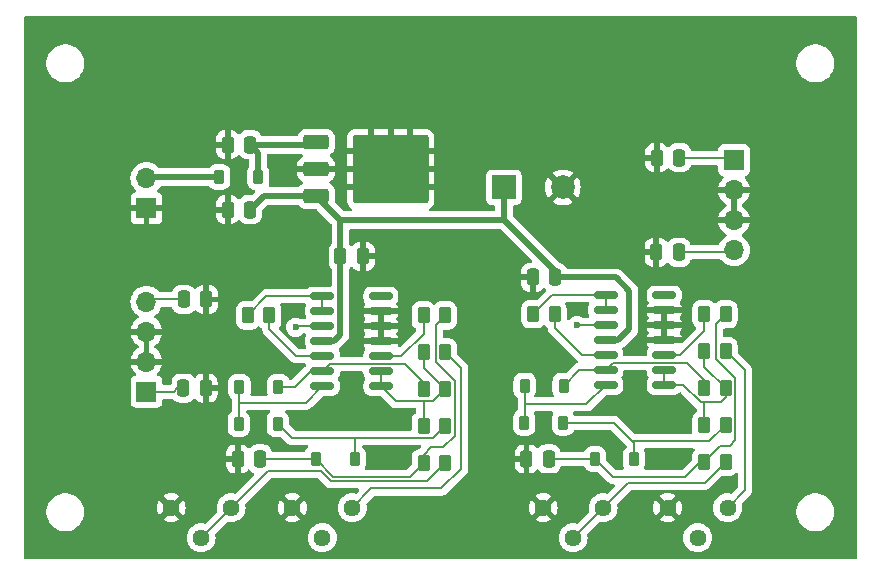
<source format=gbr>
%TF.GenerationSoftware,KiCad,Pcbnew,8.0.8*%
%TF.CreationDate,2025-02-20T20:43:13-06:00*%
%TF.ProjectId,peak-read-amp,7065616b-2d72-4656-9164-2d616d702e6b,rev?*%
%TF.SameCoordinates,Original*%
%TF.FileFunction,Copper,L1,Top*%
%TF.FilePolarity,Positive*%
%FSLAX46Y46*%
G04 Gerber Fmt 4.6, Leading zero omitted, Abs format (unit mm)*
G04 Created by KiCad (PCBNEW 8.0.8) date 2025-02-20 20:43:13*
%MOMM*%
%LPD*%
G01*
G04 APERTURE LIST*
G04 Aperture macros list*
%AMRoundRect*
0 Rectangle with rounded corners*
0 $1 Rounding radius*
0 $2 $3 $4 $5 $6 $7 $8 $9 X,Y pos of 4 corners*
0 Add a 4 corners polygon primitive as box body*
4,1,4,$2,$3,$4,$5,$6,$7,$8,$9,$2,$3,0*
0 Add four circle primitives for the rounded corners*
1,1,$1+$1,$2,$3*
1,1,$1+$1,$4,$5*
1,1,$1+$1,$6,$7*
1,1,$1+$1,$8,$9*
0 Add four rect primitives between the rounded corners*
20,1,$1+$1,$2,$3,$4,$5,0*
20,1,$1+$1,$4,$5,$6,$7,0*
20,1,$1+$1,$6,$7,$8,$9,0*
20,1,$1+$1,$8,$9,$2,$3,0*%
G04 Aperture macros list end*
%TA.AperFunction,SMDPad,CuDef*%
%ADD10RoundRect,0.250000X-0.262500X-0.450000X0.262500X-0.450000X0.262500X0.450000X-0.262500X0.450000X0*%
%TD*%
%TA.AperFunction,ComponentPad*%
%ADD11R,2.000000X2.000000*%
%TD*%
%TA.AperFunction,ComponentPad*%
%ADD12C,2.000000*%
%TD*%
%TA.AperFunction,ComponentPad*%
%ADD13C,1.440000*%
%TD*%
%TA.AperFunction,SMDPad,CuDef*%
%ADD14RoundRect,0.250000X0.250000X0.475000X-0.250000X0.475000X-0.250000X-0.475000X0.250000X-0.475000X0*%
%TD*%
%TA.AperFunction,SMDPad,CuDef*%
%ADD15RoundRect,0.225000X-0.225000X-0.375000X0.225000X-0.375000X0.225000X0.375000X-0.225000X0.375000X0*%
%TD*%
%TA.AperFunction,SMDPad,CuDef*%
%ADD16RoundRect,0.250000X-0.250000X-0.475000X0.250000X-0.475000X0.250000X0.475000X-0.250000X0.475000X0*%
%TD*%
%TA.AperFunction,SMDPad,CuDef*%
%ADD17RoundRect,0.250000X0.262500X0.450000X-0.262500X0.450000X-0.262500X-0.450000X0.262500X-0.450000X0*%
%TD*%
%TA.AperFunction,ComponentPad*%
%ADD18R,1.700000X1.700000*%
%TD*%
%TA.AperFunction,ComponentPad*%
%ADD19O,1.700000X1.700000*%
%TD*%
%TA.AperFunction,SMDPad,CuDef*%
%ADD20RoundRect,0.150000X-0.825000X-0.150000X0.825000X-0.150000X0.825000X0.150000X-0.825000X0.150000X0*%
%TD*%
%TA.AperFunction,SMDPad,CuDef*%
%ADD21RoundRect,0.225000X0.225000X0.375000X-0.225000X0.375000X-0.225000X-0.375000X0.225000X-0.375000X0*%
%TD*%
%TA.AperFunction,SMDPad,CuDef*%
%ADD22RoundRect,0.250000X-0.850000X-0.350000X0.850000X-0.350000X0.850000X0.350000X-0.850000X0.350000X0*%
%TD*%
%TA.AperFunction,SMDPad,CuDef*%
%ADD23RoundRect,0.250000X-1.275000X-1.125000X1.275000X-1.125000X1.275000X1.125000X-1.275000X1.125000X0*%
%TD*%
%TA.AperFunction,SMDPad,CuDef*%
%ADD24RoundRect,0.249997X-2.950003X-2.650003X2.950003X-2.650003X2.950003X2.650003X-2.950003X2.650003X0*%
%TD*%
%TA.AperFunction,ViaPad*%
%ADD25C,0.600000*%
%TD*%
%TA.AperFunction,Conductor*%
%ADD26C,0.200000*%
%TD*%
%TA.AperFunction,Conductor*%
%ADD27C,0.500000*%
%TD*%
G04 APERTURE END LIST*
D10*
%TO.P,R8,1*%
%TO.N,Net-(D4-A)*%
X109337500Y-129100000D03*
%TO.P,R8,2*%
%TO.N,Net-(U3C--)*%
X111162500Y-129100000D03*
%TD*%
%TO.P,R5,1*%
%TO.N,Net-(U2C-+)*%
X133087500Y-122750000D03*
%TO.P,R5,2*%
%TO.N,Net-(D3-K)*%
X134912500Y-122750000D03*
%TD*%
D11*
%TO.P,C2,1*%
%TO.N,+8V*%
X116132323Y-112000000D03*
D12*
%TO.P,C2,2*%
%TO.N,GND*%
X121132323Y-112000000D03*
%TD*%
D13*
%TO.P,RV1,1,1*%
%TO.N,Net-(R4-Pad2)*%
X124550000Y-139125000D03*
%TO.P,RV1,2,2*%
X122010000Y-141665000D03*
%TO.P,RV1,3,3*%
%TO.N,GND*%
X119470000Y-139125000D03*
%TD*%
%TO.P,RV2,1,1*%
%TO.N,Net-(R6-Pad1)*%
X135080000Y-139125000D03*
%TO.P,RV2,2,2*%
%TO.N,Net-(J3-Pin_4)*%
X132540000Y-141665000D03*
%TO.P,RV2,3,3*%
%TO.N,GND*%
X130000000Y-139125000D03*
%TD*%
D14*
%TO.P,C3,1*%
%TO.N,+8V*%
X94647500Y-113897500D03*
%TO.P,C3,2*%
%TO.N,GND*%
X92747500Y-113897500D03*
%TD*%
D15*
%TO.P,D4,1,K*%
%TO.N,Net-(D4-K)*%
X93745000Y-128900000D03*
%TO.P,D4,2,A*%
%TO.N,Net-(D4-A)*%
X97045000Y-128900000D03*
%TD*%
D13*
%TO.P,RV3,1,1*%
%TO.N,Net-(R9-Pad2)*%
X93050000Y-139125000D03*
%TO.P,RV3,2,2*%
X90510000Y-141665000D03*
%TO.P,RV3,3,3*%
%TO.N,GND*%
X87970000Y-139125000D03*
%TD*%
D10*
%TO.P,R11,1*%
%TO.N,Net-(U3C-+)*%
X109337500Y-122850000D03*
%TO.P,R11,2*%
%TO.N,Net-(D6-K)*%
X111162500Y-122850000D03*
%TD*%
%TO.P,R2,1*%
%TO.N,Net-(D1-A)*%
X133087500Y-129000000D03*
%TO.P,R2,2*%
%TO.N,Net-(U2C--)*%
X134912500Y-129000000D03*
%TD*%
D15*
%TO.P,D6,1,K*%
%TO.N,Net-(D6-K)*%
X100200000Y-135000000D03*
%TO.P,D6,2,A*%
%TO.N,Net-(D5-K)*%
X103500000Y-135000000D03*
%TD*%
D16*
%TO.P,C4,1*%
%TO.N,Net-(J2-Pin_1)*%
X89000000Y-129000000D03*
%TO.P,C4,2*%
%TO.N,GND*%
X90900000Y-129000000D03*
%TD*%
D13*
%TO.P,RV4,1,1*%
%TO.N,Net-(R12-Pad1)*%
X103300000Y-139125000D03*
%TO.P,RV4,2,2*%
%TO.N,Net-(J3-Pin_1)*%
X100760000Y-141665000D03*
%TO.P,RV4,3,3*%
%TO.N,GND*%
X98220000Y-139125000D03*
%TD*%
D16*
%TO.P,C8,1*%
%TO.N,+8V*%
X102300000Y-117850000D03*
%TO.P,C8,2*%
%TO.N,GND*%
X104200000Y-117850000D03*
%TD*%
D17*
%TO.P,R12,1*%
%TO.N,Net-(R12-Pad1)*%
X111162500Y-125975000D03*
%TO.P,R12,2*%
%TO.N,Net-(U3C--)*%
X109337500Y-125975000D03*
%TD*%
D10*
%TO.P,R3,1*%
%TO.N,Net-(U2C--)*%
X133087500Y-132125000D03*
%TO.P,R3,2*%
%TO.N,Net-(D2-K)*%
X134912500Y-132125000D03*
%TD*%
D14*
%TO.P,C9,1*%
%TO.N,+8V*%
X120485000Y-119630000D03*
%TO.P,C9,2*%
%TO.N,GND*%
X118585000Y-119630000D03*
%TD*%
%TO.P,C10,1*%
%TO.N,Net-(J3-Pin_4)*%
X130950000Y-117500000D03*
%TO.P,C10,2*%
%TO.N,GND*%
X129050000Y-117500000D03*
%TD*%
D16*
%TO.P,C5,1*%
%TO.N,Net-(J2-Pin_4)*%
X89050000Y-121500000D03*
%TO.P,C5,2*%
%TO.N,GND*%
X90950000Y-121500000D03*
%TD*%
D14*
%TO.P,C7,1*%
%TO.N,Net-(D6-K)*%
X95500000Y-135000000D03*
%TO.P,C7,2*%
%TO.N,GND*%
X93600000Y-135000000D03*
%TD*%
D15*
%TO.P,D1,1,K*%
%TO.N,Net-(D1-K)*%
X117895000Y-128800000D03*
%TO.P,D1,2,A*%
%TO.N,Net-(D1-A)*%
X121195000Y-128800000D03*
%TD*%
D18*
%TO.P,J1,1,Pin_1*%
%TO.N,GND*%
X85875000Y-113775000D03*
D19*
%TO.P,J1,2,Pin_2*%
%TO.N,Net-(D7-A)*%
X85875000Y-111235000D03*
%TD*%
D14*
%TO.P,C6,1*%
%TO.N,Net-(D3-K)*%
X119950000Y-135000000D03*
%TO.P,C6,2*%
%TO.N,GND*%
X118050000Y-135000000D03*
%TD*%
D20*
%TO.P,U2,1*%
%TO.N,Net-(U2A--)*%
X124760000Y-121130000D03*
%TO.P,U2,2,-*%
X124760000Y-122400000D03*
%TO.P,U2,3,+*%
%TO.N,Net-(J2-Pin_1)*%
X124760000Y-123670000D03*
%TO.P,U2,4,V+*%
%TO.N,+8V*%
X124760000Y-124940000D03*
%TO.P,U2,5,+*%
%TO.N,Net-(U2B-+)*%
X124760000Y-126210000D03*
%TO.P,U2,6,-*%
%TO.N,Net-(D1-A)*%
X124760000Y-127480000D03*
%TO.P,U2,7*%
%TO.N,Net-(D1-K)*%
X124760000Y-128750000D03*
%TO.P,U2,8*%
%TO.N,Net-(U2C--)*%
X129710000Y-128750000D03*
%TO.P,U2,9,-*%
X129710000Y-127480000D03*
%TO.P,U2,10,+*%
%TO.N,Net-(U2C-+)*%
X129710000Y-126210000D03*
%TO.P,U2,11,V-*%
%TO.N,GND*%
X129710000Y-124940000D03*
%TO.P,U2,12,+*%
X129710000Y-123670000D03*
%TO.P,U2,13,-*%
X129710000Y-122400000D03*
%TO.P,U2,14*%
%TO.N,unconnected-(U2-Pad14)*%
X129710000Y-121130000D03*
%TD*%
D21*
%TO.P,D5,1,K*%
%TO.N,Net-(D5-K)*%
X97000000Y-132025000D03*
%TO.P,D5,2,A*%
%TO.N,Net-(D4-K)*%
X93700000Y-132025000D03*
%TD*%
D17*
%TO.P,R6,1*%
%TO.N,Net-(R6-Pad1)*%
X134912500Y-125875000D03*
%TO.P,R6,2*%
%TO.N,Net-(U2C--)*%
X133087500Y-125875000D03*
%TD*%
D18*
%TO.P,J3,1,Pin_1*%
%TO.N,Net-(J3-Pin_1)*%
X135625000Y-109700000D03*
D19*
%TO.P,J3,2,Pin_2*%
%TO.N,GND*%
X135625000Y-112240000D03*
%TO.P,J3,3,Pin_3*%
X135625000Y-114780000D03*
%TO.P,J3,4,Pin_4*%
%TO.N,Net-(J3-Pin_4)*%
X135625000Y-117320000D03*
%TD*%
D21*
%TO.P,D2,1,K*%
%TO.N,Net-(D2-K)*%
X121150000Y-131925000D03*
%TO.P,D2,2,A*%
%TO.N,Net-(D1-K)*%
X117850000Y-131925000D03*
%TD*%
D15*
%TO.P,D3,1,K*%
%TO.N,Net-(D3-K)*%
X123850000Y-135000000D03*
%TO.P,D3,2,A*%
%TO.N,Net-(D2-K)*%
X127150000Y-135000000D03*
%TD*%
D18*
%TO.P,J2,1,Pin_1*%
%TO.N,Net-(J2-Pin_1)*%
X85875000Y-129300000D03*
D19*
%TO.P,J2,2,Pin_2*%
%TO.N,GND*%
X85875000Y-126760000D03*
%TO.P,J2,3,Pin_3*%
X85875000Y-124220000D03*
%TO.P,J2,4,Pin_4*%
%TO.N,Net-(J2-Pin_4)*%
X85875000Y-121680000D03*
%TD*%
D10*
%TO.P,R9,1*%
%TO.N,Net-(D6-K)*%
X109337500Y-135350000D03*
%TO.P,R9,2*%
%TO.N,Net-(R9-Pad2)*%
X111162500Y-135350000D03*
%TD*%
%TO.P,R4,1*%
%TO.N,Net-(D3-K)*%
X133087500Y-135250000D03*
%TO.P,R4,2*%
%TO.N,Net-(R4-Pad2)*%
X134912500Y-135250000D03*
%TD*%
D14*
%TO.P,C11,1*%
%TO.N,Net-(J3-Pin_1)*%
X131000000Y-109500000D03*
%TO.P,C11,2*%
%TO.N,GND*%
X129100000Y-109500000D03*
%TD*%
D10*
%TO.P,R10,1*%
%TO.N,Net-(U3C--)*%
X109337500Y-132225000D03*
%TO.P,R10,2*%
%TO.N,Net-(D5-K)*%
X111162500Y-132225000D03*
%TD*%
D22*
%TO.P,U1,1,VI*%
%TO.N,Net-(D7-K)*%
X100250000Y-108190000D03*
%TO.P,U1,2,GND*%
%TO.N,GND*%
X100250000Y-110470000D03*
D23*
X104875000Y-108945000D03*
X104875000Y-111995000D03*
D24*
X106550000Y-110470000D03*
D23*
X108225000Y-108945000D03*
X108225000Y-111995000D03*
D22*
%TO.P,U1,3,VO*%
%TO.N,+8V*%
X100250000Y-112750000D03*
%TD*%
D14*
%TO.P,C1,1*%
%TO.N,Net-(D7-K)*%
X94647500Y-108397500D03*
%TO.P,C1,2*%
%TO.N,GND*%
X92747500Y-108397500D03*
%TD*%
D10*
%TO.P,R7,1*%
%TO.N,Net-(U3A--)*%
X94460000Y-122850000D03*
%TO.P,R7,2*%
%TO.N,Net-(U3B-+)*%
X96285000Y-122850000D03*
%TD*%
%TO.P,R1,1*%
%TO.N,Net-(U2A--)*%
X118610000Y-122750000D03*
%TO.P,R1,2*%
%TO.N,Net-(U2B-+)*%
X120435000Y-122750000D03*
%TD*%
D20*
%TO.P,U3,1*%
%TO.N,Net-(U3A--)*%
X100775000Y-121230000D03*
%TO.P,U3,2,-*%
X100775000Y-122500000D03*
%TO.P,U3,3,+*%
%TO.N,Net-(J2-Pin_4)*%
X100775000Y-123770000D03*
%TO.P,U3,4,V+*%
%TO.N,+8V*%
X100775000Y-125040000D03*
%TO.P,U3,5,+*%
%TO.N,Net-(U3B-+)*%
X100775000Y-126310000D03*
%TO.P,U3,6,-*%
%TO.N,Net-(D4-A)*%
X100775000Y-127580000D03*
%TO.P,U3,7*%
%TO.N,Net-(D4-K)*%
X100775000Y-128850000D03*
%TO.P,U3,8*%
%TO.N,Net-(U3C--)*%
X105725000Y-128850000D03*
%TO.P,U3,9,-*%
X105725000Y-127580000D03*
%TO.P,U3,10,+*%
%TO.N,Net-(U3C-+)*%
X105725000Y-126310000D03*
%TO.P,U3,11,V-*%
%TO.N,GND*%
X105725000Y-125040000D03*
%TO.P,U3,12,+*%
X105725000Y-123770000D03*
%TO.P,U3,13,-*%
X105725000Y-122500000D03*
%TO.P,U3,14*%
%TO.N,unconnected-(U3-Pad14)*%
X105725000Y-121230000D03*
%TD*%
D21*
%TO.P,D7,1,K*%
%TO.N,Net-(D7-K)*%
X95325000Y-111147500D03*
%TO.P,D7,2,A*%
%TO.N,Net-(D7-A)*%
X92025000Y-111147500D03*
%TD*%
D25*
%TO.N,Net-(J2-Pin_1)*%
X122340000Y-123670000D03*
%TO.N,GND*%
X116250000Y-117500000D03*
X107250000Y-117500000D03*
X79000000Y-134500000D03*
X97250000Y-117250000D03*
X142500000Y-134000000D03*
X97700000Y-110397500D03*
X122260000Y-122250000D03*
X120000000Y-103500000D03*
X122250000Y-117500000D03*
X103250000Y-131750000D03*
X107000000Y-135000000D03*
X129750000Y-119250000D03*
X98500000Y-122500000D03*
X130000000Y-131000000D03*
X79000000Y-118000000D03*
X137000000Y-103000000D03*
X130000000Y-135000000D03*
X115000000Y-131000000D03*
X85000000Y-103000000D03*
X101750000Y-103500000D03*
X142500000Y-123380000D03*
%TO.N,Net-(J2-Pin_4)*%
X98500000Y-123850000D03*
%TD*%
D26*
%TO.N,Net-(J2-Pin_1)*%
X88200000Y-129300000D02*
X85875000Y-129300000D01*
X122340000Y-123670000D02*
X124760000Y-123670000D01*
X89000000Y-129000000D02*
X88500000Y-129000000D01*
X88500000Y-129000000D02*
X88200000Y-129300000D01*
%TO.N,Net-(J2-Pin_4)*%
X98580000Y-123770000D02*
X98500000Y-123850000D01*
X100775000Y-123770000D02*
X98580000Y-123770000D01*
X89050000Y-121500000D02*
X86055000Y-121500000D01*
X86055000Y-121500000D02*
X85875000Y-121680000D01*
%TO.N,Net-(D1-K)*%
X117850000Y-128845000D02*
X117895000Y-128800000D01*
X124760000Y-128750000D02*
X123130000Y-130380000D01*
X117895000Y-130380000D02*
X117895000Y-131880000D01*
X117895000Y-128800000D02*
X117895000Y-130380000D01*
X123130000Y-130380000D02*
X117895000Y-130380000D01*
X117895000Y-131880000D02*
X117850000Y-131925000D01*
%TO.N,Net-(D1-A)*%
X125360000Y-126880000D02*
X131667500Y-126880000D01*
X124760000Y-127480000D02*
X125360000Y-126880000D01*
X122515000Y-127480000D02*
X121195000Y-128800000D01*
X131667500Y-126880000D02*
X133087500Y-128300000D01*
X124760000Y-127480000D02*
X122515000Y-127480000D01*
X133087500Y-128300000D02*
X133087500Y-129000000D01*
%TO.N,Net-(D2-K)*%
X133537500Y-133500000D02*
X134912500Y-132125000D01*
X121150000Y-131925000D02*
X125425000Y-131925000D01*
X127150000Y-133650000D02*
X127000000Y-133500000D01*
X127000000Y-133500000D02*
X125425000Y-131925000D01*
X127150000Y-135000000D02*
X127150000Y-133650000D01*
X133537500Y-133500000D02*
X127000000Y-133500000D01*
%TO.N,Net-(D3-K)*%
X134100000Y-126559744D02*
X135725000Y-128184744D01*
X125350000Y-136500000D02*
X123850000Y-135000000D01*
X134457500Y-133880000D02*
X133087500Y-135250000D01*
X132750000Y-135250000D02*
X131500000Y-136500000D01*
X131500000Y-136500000D02*
X125350000Y-136500000D01*
X135725000Y-128184744D02*
X135725000Y-133405000D01*
X133087500Y-135250000D02*
X132750000Y-135250000D01*
X135250000Y-133880000D02*
X134457500Y-133880000D01*
X123850000Y-135000000D02*
X119950000Y-135000000D01*
X134100000Y-123562500D02*
X134100000Y-126559744D01*
X135725000Y-133405000D02*
X135250000Y-133880000D01*
X134912500Y-122750000D02*
X134100000Y-123562500D01*
%TO.N,Net-(D4-K)*%
X93700000Y-128945000D02*
X93745000Y-128900000D01*
X100775000Y-128850000D02*
X99375000Y-130250000D01*
X99375000Y-130250000D02*
X93700000Y-130250000D01*
X93700000Y-130250000D02*
X93700000Y-128945000D01*
X93700000Y-132025000D02*
X93700000Y-130250000D01*
%TO.N,Net-(D4-A)*%
X100775000Y-127580000D02*
X99770000Y-127580000D01*
X109337500Y-128582224D02*
X109337500Y-129100000D01*
X107735276Y-126980000D02*
X109337500Y-128582224D01*
X97045000Y-128900000D02*
X98450000Y-128900000D01*
X100775000Y-127580000D02*
X101375000Y-126980000D01*
X99770000Y-127580000D02*
X98450000Y-128900000D01*
X101375000Y-126980000D02*
X107735276Y-126980000D01*
%TO.N,Net-(D5-K)*%
X98200000Y-133225000D02*
X97000000Y-132025000D01*
X103500000Y-133225000D02*
X98200000Y-133225000D01*
X103500000Y-135000000D02*
X103500000Y-133225000D01*
X110162500Y-133225000D02*
X103500000Y-133225000D01*
X111162500Y-132225000D02*
X110162500Y-133225000D01*
%TO.N,Net-(D6-K)*%
X95500000Y-135000000D02*
X100200000Y-135000000D01*
X110350000Y-126790256D02*
X110350000Y-123662500D01*
X100200000Y-135000000D02*
X101700000Y-136500000D01*
X111975000Y-128415256D02*
X110350000Y-126790256D01*
X111007628Y-134007628D02*
X111975000Y-133040256D01*
X109665256Y-135350000D02*
X109337500Y-135350000D01*
X111975000Y-133040256D02*
X111975000Y-128415256D01*
X109992372Y-134007628D02*
X109337500Y-134662500D01*
X110350000Y-123662500D02*
X111162500Y-122850000D01*
X108187500Y-136500000D02*
X109337500Y-135350000D01*
X101700000Y-136500000D02*
X108187500Y-136500000D01*
X109337500Y-134662500D02*
X109337500Y-135350000D01*
X111007628Y-134007628D02*
X109992372Y-134007628D01*
%TO.N,Net-(U2B-+)*%
X124760000Y-126210000D02*
X122765000Y-126210000D01*
X120435000Y-123880000D02*
X120435000Y-122750000D01*
X122765000Y-126210000D02*
X120435000Y-123880000D01*
%TO.N,Net-(U2A--)*%
X124760000Y-121130000D02*
X124760000Y-122400000D01*
X118610000Y-122750000D02*
X120230000Y-121130000D01*
X120230000Y-121130000D02*
X124760000Y-121130000D01*
%TO.N,Net-(U2C--)*%
X131340256Y-128750000D02*
X129710000Y-128750000D01*
X134912500Y-129000000D02*
X134912500Y-129793750D01*
X134912500Y-129000000D02*
X133087500Y-127175000D01*
X133000000Y-130206250D02*
X132796506Y-130206250D01*
X132796506Y-130206250D02*
X131340256Y-128750000D01*
X134500000Y-130206250D02*
X133000000Y-130206250D01*
X133087500Y-132125000D02*
X133087500Y-130293750D01*
X133087500Y-127175000D02*
X133087500Y-125875000D01*
X129710000Y-128750000D02*
X129710000Y-127480000D01*
X133087500Y-130293750D02*
X133000000Y-130206250D01*
X134912500Y-129793750D02*
X134500000Y-130206250D01*
%TO.N,Net-(R4-Pad2)*%
X133162500Y-137000000D02*
X126675000Y-137000000D01*
X126675000Y-137000000D02*
X124550000Y-139125000D01*
X122010000Y-141665000D02*
X124550000Y-139125000D01*
X134912500Y-135250000D02*
X133162500Y-137000000D01*
%TO.N,Net-(U2C-+)*%
X131040000Y-126210000D02*
X129710000Y-126210000D01*
X133087500Y-124162500D02*
X133087500Y-122750000D01*
X133087500Y-124162500D02*
X131040000Y-126210000D01*
%TO.N,Net-(J3-Pin_4)*%
X135445000Y-117500000D02*
X135625000Y-117320000D01*
X130950000Y-117500000D02*
X135445000Y-117500000D01*
%TO.N,Net-(U3A--)*%
X100775000Y-121230000D02*
X100775000Y-122500000D01*
X94460000Y-122785000D02*
X94460000Y-122850000D01*
X96015000Y-121230000D02*
X94460000Y-122785000D01*
X96015000Y-121230000D02*
X100775000Y-121230000D01*
%TO.N,Net-(U3B-+)*%
X96285000Y-122850000D02*
X96285000Y-124035000D01*
X96285000Y-124035000D02*
X98560000Y-126310000D01*
X98560000Y-126310000D02*
X100775000Y-126310000D01*
%TO.N,Net-(U3C--)*%
X109337500Y-125975000D02*
X109337500Y-127275000D01*
X109337500Y-127275000D02*
X111162500Y-129100000D01*
X109250000Y-130100000D02*
X106975000Y-130100000D01*
X109337500Y-130187500D02*
X109250000Y-130100000D01*
X109337500Y-132225000D02*
X109337500Y-130187500D01*
X105725000Y-128850000D02*
X105725000Y-127580000D01*
X110162500Y-130100000D02*
X109250000Y-130100000D01*
X106975000Y-130100000D02*
X105725000Y-128850000D01*
X111162500Y-129100000D02*
X110162500Y-130100000D01*
%TO.N,Net-(R9-Pad2)*%
X96175000Y-136000000D02*
X93050000Y-139125000D01*
X100634314Y-136000000D02*
X96175000Y-136000000D01*
X90510000Y-141665000D02*
X93050000Y-139125000D01*
X101534314Y-136900000D02*
X100634314Y-136000000D01*
X109612500Y-136900000D02*
X101534314Y-136900000D01*
X111162500Y-135350000D02*
X109612500Y-136900000D01*
%TO.N,Net-(U3C-+)*%
X109337500Y-124412500D02*
X109337500Y-122850000D01*
X105725000Y-126310000D02*
X107440000Y-126310000D01*
X107440000Y-126310000D02*
X109337500Y-124412500D01*
%TO.N,Net-(J3-Pin_1)*%
X135425000Y-109500000D02*
X135625000Y-109700000D01*
X131000000Y-109500000D02*
X135425000Y-109500000D01*
D27*
%TO.N,Net-(D7-K)*%
X94647500Y-108397500D02*
X100042500Y-108397500D01*
X95325000Y-109075000D02*
X94647500Y-108397500D01*
D26*
X100042500Y-108397500D02*
X100250000Y-108190000D01*
D27*
X95325000Y-111147500D02*
X95325000Y-109075000D01*
%TO.N,+8V*%
X94647500Y-113897500D02*
X95795000Y-112750000D01*
D26*
X100147500Y-112647500D02*
X100250000Y-112750000D01*
D27*
X120485000Y-120000000D02*
X120485000Y-119102677D01*
X126750000Y-120750000D02*
X126750000Y-124000000D01*
X126750000Y-124000000D02*
X125810000Y-124940000D01*
X102300000Y-124489999D02*
X101749999Y-125040000D01*
D26*
X101749999Y-125040000D02*
X100775000Y-125040000D01*
D27*
X95795000Y-112750000D02*
X100250000Y-112750000D01*
X116132323Y-114750000D02*
X102300000Y-114750000D01*
X120485000Y-119630000D02*
X125630000Y-119630000D01*
X125810000Y-124940000D02*
X124760000Y-124940000D01*
X102300000Y-114750000D02*
X102300000Y-119000000D01*
X100250000Y-112750000D02*
X102250000Y-114750000D01*
X120485000Y-119102677D02*
X116132323Y-114750000D01*
X125630000Y-119630000D02*
X126750000Y-120750000D01*
X102300000Y-117850000D02*
X102300000Y-124489999D01*
X116132323Y-112000000D02*
X116132323Y-114750000D01*
D26*
%TO.N,Net-(R6-Pad1)*%
X134912500Y-125875000D02*
X136550000Y-127512500D01*
X136550000Y-137655000D02*
X135080000Y-139125000D01*
X136550000Y-127512500D02*
X136550000Y-137655000D01*
%TO.N,Net-(R12-Pad1)*%
X112500000Y-135850000D02*
X112500000Y-127312500D01*
X104925000Y-137500000D02*
X110850000Y-137500000D01*
X103300000Y-139125000D02*
X104925000Y-137500000D01*
X112500000Y-127312500D02*
X111162500Y-125975000D01*
X110850000Y-137500000D02*
X112500000Y-135850000D01*
D27*
%TO.N,Net-(D7-A)*%
X92025000Y-111147500D02*
X85962500Y-111147500D01*
D26*
X85462500Y-111147500D02*
X85375000Y-111235000D01*
D27*
X85962500Y-111147500D02*
X85875000Y-111235000D01*
%TD*%
%TA.AperFunction,Conductor*%
%TO.N,GND*%
G36*
X109092941Y-133845185D02*
G01*
X109138696Y-133897989D01*
X109148640Y-133967147D01*
X109119615Y-134030703D01*
X109113591Y-134037172D01*
X109061009Y-134089755D01*
X109029757Y-134121007D01*
X108968433Y-134154491D01*
X108954679Y-134156683D01*
X108922209Y-134160000D01*
X108922202Y-134160001D01*
X108755668Y-134215185D01*
X108755663Y-134215187D01*
X108606342Y-134307289D01*
X108482289Y-134431342D01*
X108390187Y-134580663D01*
X108390186Y-134580666D01*
X108335001Y-134747203D01*
X108335001Y-134747204D01*
X108335000Y-134747204D01*
X108324500Y-134849983D01*
X108324500Y-135462401D01*
X108304815Y-135529440D01*
X108288185Y-135550077D01*
X107975082Y-135863182D01*
X107913761Y-135896666D01*
X107887403Y-135899500D01*
X104476069Y-135899500D01*
X104409030Y-135879815D01*
X104363275Y-135827011D01*
X104353331Y-135757853D01*
X104370530Y-135710403D01*
X104385893Y-135685496D01*
X104387003Y-135683697D01*
X104440349Y-135522708D01*
X104450500Y-135423345D01*
X104450499Y-134576656D01*
X104440349Y-134477292D01*
X104387003Y-134316303D01*
X104386999Y-134316297D01*
X104386998Y-134316294D01*
X104297970Y-134171959D01*
X104297969Y-134171958D01*
X104297968Y-134171956D01*
X104178044Y-134052032D01*
X104178043Y-134052031D01*
X104172383Y-134047556D01*
X104174161Y-134045306D01*
X104136188Y-134003079D01*
X104124973Y-133934115D01*
X104152823Y-133870036D01*
X104210896Y-133831186D01*
X104248015Y-133825500D01*
X109025902Y-133825500D01*
X109092941Y-133845185D01*
G37*
%TD.AperFunction*%
%TA.AperFunction,Conductor*%
G36*
X132230809Y-134120185D02*
G01*
X132276564Y-134172989D01*
X132286508Y-134242147D01*
X132257483Y-134305703D01*
X132251451Y-134312181D01*
X132232289Y-134331342D01*
X132140187Y-134480663D01*
X132140186Y-134480666D01*
X132085001Y-134647203D01*
X132085001Y-134647204D01*
X132085000Y-134647204D01*
X132074500Y-134749983D01*
X132074500Y-135024902D01*
X132054815Y-135091941D01*
X132038181Y-135112583D01*
X131287584Y-135863181D01*
X131226261Y-135896666D01*
X131199903Y-135899500D01*
X128126069Y-135899500D01*
X128059030Y-135879815D01*
X128013275Y-135827011D01*
X128003331Y-135757853D01*
X128020530Y-135710403D01*
X128035893Y-135685496D01*
X128037003Y-135683697D01*
X128090349Y-135522708D01*
X128100500Y-135423345D01*
X128100499Y-134576656D01*
X128090349Y-134477292D01*
X128037003Y-134316303D01*
X128020529Y-134289595D01*
X128002090Y-134222205D01*
X128023012Y-134155541D01*
X128076654Y-134110771D01*
X128126069Y-134100500D01*
X132163770Y-134100500D01*
X132230809Y-134120185D01*
G37*
%TD.AperFunction*%
%TA.AperFunction,Conductor*%
G36*
X128177539Y-127500185D02*
G01*
X128223294Y-127552989D01*
X128234500Y-127604500D01*
X128234500Y-127695701D01*
X128237401Y-127732567D01*
X128237402Y-127732573D01*
X128283254Y-127890393D01*
X128283255Y-127890396D01*
X128366917Y-128031862D01*
X128371702Y-128038031D01*
X128369256Y-128039927D01*
X128395857Y-128088642D01*
X128390873Y-128158334D01*
X128370069Y-128190703D01*
X128371702Y-128191969D01*
X128366917Y-128198137D01*
X128283255Y-128339603D01*
X128283254Y-128339606D01*
X128237402Y-128497426D01*
X128237401Y-128497432D01*
X128234500Y-128534298D01*
X128234500Y-128965701D01*
X128237401Y-129002567D01*
X128237402Y-129002573D01*
X128283254Y-129160393D01*
X128283255Y-129160396D01*
X128366917Y-129301862D01*
X128366923Y-129301870D01*
X128483129Y-129418076D01*
X128483133Y-129418079D01*
X128483135Y-129418081D01*
X128624602Y-129501744D01*
X128645629Y-129507853D01*
X128782426Y-129547597D01*
X128782429Y-129547597D01*
X128782431Y-129547598D01*
X128819306Y-129550500D01*
X128819314Y-129550500D01*
X130600686Y-129550500D01*
X130600694Y-129550500D01*
X130637569Y-129547598D01*
X130637571Y-129547597D01*
X130637573Y-129547597D01*
X130715444Y-129524973D01*
X130795398Y-129501744D01*
X130936865Y-129418081D01*
X130960301Y-129394644D01*
X131021621Y-129361159D01*
X131091313Y-129366141D01*
X131135663Y-129394642D01*
X132427790Y-130686770D01*
X132427792Y-130686771D01*
X132434241Y-130691720D01*
X132432908Y-130693456D01*
X132473210Y-130735715D01*
X132487000Y-130792546D01*
X132487000Y-130932491D01*
X132467315Y-130999530D01*
X132428098Y-131038029D01*
X132356344Y-131082287D01*
X132232289Y-131206342D01*
X132140187Y-131355663D01*
X132140185Y-131355668D01*
X132112349Y-131439670D01*
X132085001Y-131522203D01*
X132085001Y-131522204D01*
X132085000Y-131522204D01*
X132074500Y-131624983D01*
X132074500Y-132625001D01*
X132074501Y-132625019D01*
X132085000Y-132727796D01*
X132085001Y-132727797D01*
X132087884Y-132736498D01*
X132090284Y-132806326D01*
X132054552Y-132866368D01*
X131992031Y-132897559D01*
X131970177Y-132899500D01*
X127300097Y-132899500D01*
X127233058Y-132879815D01*
X127212416Y-132863181D01*
X125912590Y-131563355D01*
X125912588Y-131563352D01*
X125793717Y-131444481D01*
X125793716Y-131444480D01*
X125706904Y-131394360D01*
X125706904Y-131394359D01*
X125706900Y-131394358D01*
X125656785Y-131365423D01*
X125504057Y-131324499D01*
X125345943Y-131324499D01*
X125338347Y-131324499D01*
X125338331Y-131324500D01*
X122154113Y-131324500D01*
X122087074Y-131304815D01*
X122041319Y-131252011D01*
X122037704Y-131242807D01*
X122036998Y-131241293D01*
X121992775Y-131169597D01*
X121974334Y-131102205D01*
X121995256Y-131035541D01*
X122048898Y-130990772D01*
X122098313Y-130980500D01*
X123043331Y-130980500D01*
X123043347Y-130980501D01*
X123050943Y-130980501D01*
X123209054Y-130980501D01*
X123209057Y-130980501D01*
X123361785Y-130939577D01*
X123411904Y-130910639D01*
X123498716Y-130860520D01*
X123610520Y-130748716D01*
X123610520Y-130748714D01*
X123620728Y-130738507D01*
X123620729Y-130738504D01*
X124772416Y-129586819D01*
X124833739Y-129553334D01*
X124860097Y-129550500D01*
X125650686Y-129550500D01*
X125650694Y-129550500D01*
X125687569Y-129547598D01*
X125687571Y-129547597D01*
X125687573Y-129547597D01*
X125765444Y-129524973D01*
X125845398Y-129501744D01*
X125986865Y-129418081D01*
X126103081Y-129301865D01*
X126186744Y-129160398D01*
X126232598Y-129002569D01*
X126235500Y-128965694D01*
X126235500Y-128534306D01*
X126232598Y-128497431D01*
X126231573Y-128493904D01*
X126187591Y-128342517D01*
X126186744Y-128339602D01*
X126103081Y-128198135D01*
X126103078Y-128198132D01*
X126098298Y-128191969D01*
X126100750Y-128190066D01*
X126074155Y-128141421D01*
X126079104Y-128071726D01*
X126099940Y-128039304D01*
X126098298Y-128038031D01*
X126103075Y-128031870D01*
X126103081Y-128031865D01*
X126186744Y-127890398D01*
X126232598Y-127732569D01*
X126235500Y-127695694D01*
X126235500Y-127604500D01*
X126255185Y-127537461D01*
X126307989Y-127491706D01*
X126359500Y-127480500D01*
X128110500Y-127480500D01*
X128177539Y-127500185D01*
G37*
%TD.AperFunction*%
%TA.AperFunction,Conductor*%
G36*
X104192539Y-127600185D02*
G01*
X104238294Y-127652989D01*
X104249500Y-127704500D01*
X104249500Y-127795701D01*
X104252401Y-127832567D01*
X104252402Y-127832573D01*
X104298254Y-127990393D01*
X104298255Y-127990396D01*
X104298256Y-127990398D01*
X104307604Y-128006204D01*
X104381917Y-128131862D01*
X104386702Y-128138031D01*
X104384256Y-128139927D01*
X104410857Y-128188642D01*
X104405873Y-128258334D01*
X104385069Y-128290703D01*
X104386702Y-128291969D01*
X104381917Y-128298137D01*
X104298255Y-128439603D01*
X104298254Y-128439606D01*
X104252402Y-128597426D01*
X104252401Y-128597432D01*
X104249500Y-128634298D01*
X104249500Y-129065701D01*
X104252401Y-129102567D01*
X104252402Y-129102573D01*
X104298254Y-129260393D01*
X104298255Y-129260396D01*
X104298256Y-129260398D01*
X104303175Y-129268716D01*
X104381917Y-129401862D01*
X104381923Y-129401870D01*
X104498129Y-129518076D01*
X104498133Y-129518079D01*
X104498135Y-129518081D01*
X104639602Y-129601744D01*
X104678968Y-129613181D01*
X104797426Y-129647597D01*
X104797429Y-129647597D01*
X104797431Y-129647598D01*
X104834306Y-129650500D01*
X105624903Y-129650500D01*
X105691942Y-129670185D01*
X105712584Y-129686819D01*
X106490139Y-130464374D01*
X106490149Y-130464385D01*
X106494479Y-130468715D01*
X106494480Y-130468716D01*
X106606284Y-130580520D01*
X106672442Y-130618716D01*
X106743215Y-130659577D01*
X106895943Y-130700501D01*
X106895946Y-130700501D01*
X107061653Y-130700501D01*
X107061669Y-130700500D01*
X108613000Y-130700500D01*
X108680039Y-130720185D01*
X108725794Y-130772989D01*
X108737000Y-130824500D01*
X108737000Y-131032491D01*
X108717315Y-131099530D01*
X108678098Y-131138029D01*
X108606344Y-131182287D01*
X108482289Y-131306342D01*
X108390187Y-131455663D01*
X108390185Y-131455668D01*
X108368138Y-131522203D01*
X108335001Y-131622203D01*
X108335001Y-131622204D01*
X108335000Y-131622204D01*
X108324500Y-131724983D01*
X108324500Y-131724991D01*
X108324500Y-132162583D01*
X108324501Y-132500500D01*
X108304817Y-132567539D01*
X108252013Y-132613294D01*
X108200501Y-132624500D01*
X98500097Y-132624500D01*
X98433058Y-132604815D01*
X98412416Y-132588181D01*
X97986818Y-132162583D01*
X97953333Y-132101260D01*
X97950499Y-132074902D01*
X97950499Y-131601662D01*
X97950498Y-131601644D01*
X97940349Y-131502292D01*
X97940348Y-131502289D01*
X97924898Y-131455663D01*
X97887003Y-131341303D01*
X97886999Y-131341297D01*
X97886998Y-131341294D01*
X97797970Y-131196959D01*
X97797967Y-131196955D01*
X97678044Y-131077032D01*
X97672377Y-131072551D01*
X97674159Y-131070297D01*
X97636199Y-131028103D01*
X97624970Y-130959142D01*
X97652806Y-130895057D01*
X97710871Y-130856194D01*
X97748015Y-130850500D01*
X99288331Y-130850500D01*
X99288347Y-130850501D01*
X99295943Y-130850501D01*
X99454054Y-130850501D01*
X99454057Y-130850501D01*
X99606785Y-130809577D01*
X99667938Y-130774270D01*
X99743716Y-130730520D01*
X99855520Y-130618716D01*
X99855520Y-130618714D01*
X99865724Y-130608511D01*
X99865727Y-130608506D01*
X100787416Y-129686819D01*
X100848739Y-129653334D01*
X100875097Y-129650500D01*
X101665686Y-129650500D01*
X101665694Y-129650500D01*
X101702569Y-129647598D01*
X101702571Y-129647597D01*
X101702573Y-129647597D01*
X101763778Y-129629815D01*
X101860398Y-129601744D01*
X102001865Y-129518081D01*
X102118081Y-129401865D01*
X102201744Y-129260398D01*
X102247598Y-129102569D01*
X102250500Y-129065694D01*
X102250500Y-128634306D01*
X102247598Y-128597431D01*
X102241226Y-128575500D01*
X102201745Y-128439606D01*
X102201744Y-128439603D01*
X102201744Y-128439602D01*
X102118081Y-128298135D01*
X102118078Y-128298132D01*
X102113298Y-128291969D01*
X102115750Y-128290066D01*
X102089155Y-128241421D01*
X102094104Y-128171726D01*
X102114940Y-128139304D01*
X102113298Y-128138031D01*
X102118075Y-128131870D01*
X102118081Y-128131865D01*
X102201744Y-127990398D01*
X102238758Y-127862996D01*
X102247597Y-127832573D01*
X102247598Y-127832567D01*
X102249023Y-127814457D01*
X102250500Y-127795694D01*
X102250500Y-127704500D01*
X102270185Y-127637461D01*
X102322989Y-127591706D01*
X102374500Y-127580500D01*
X104125500Y-127580500D01*
X104192539Y-127600185D01*
G37*
%TD.AperFunction*%
%TA.AperFunction,Conductor*%
G36*
X99351132Y-121850185D02*
G01*
X99396887Y-121902989D01*
X99406831Y-121972147D01*
X99390825Y-122017620D01*
X99348257Y-122089599D01*
X99348254Y-122089606D01*
X99302402Y-122247426D01*
X99302401Y-122247432D01*
X99299500Y-122284298D01*
X99299500Y-122715701D01*
X99302401Y-122752567D01*
X99302402Y-122752573D01*
X99348254Y-122910393D01*
X99348257Y-122910400D01*
X99390825Y-122982380D01*
X99408008Y-123050104D01*
X99385848Y-123116366D01*
X99331381Y-123160129D01*
X99284093Y-123169500D01*
X98957323Y-123169500D01*
X98891350Y-123150493D01*
X98849524Y-123124211D01*
X98679254Y-123064631D01*
X98679249Y-123064630D01*
X98500004Y-123044435D01*
X98499996Y-123044435D01*
X98320750Y-123064630D01*
X98320745Y-123064631D01*
X98150476Y-123124211D01*
X97997737Y-123220184D01*
X97870184Y-123347737D01*
X97774211Y-123500476D01*
X97714631Y-123670745D01*
X97714630Y-123670750D01*
X97694435Y-123849996D01*
X97694435Y-123850003D01*
X97714630Y-124029249D01*
X97714631Y-124029254D01*
X97774211Y-124199523D01*
X97854764Y-124327722D01*
X97870184Y-124352262D01*
X97997738Y-124479816D01*
X98150478Y-124575789D01*
X98320745Y-124635368D01*
X98320750Y-124635369D01*
X98499996Y-124655565D01*
X98500000Y-124655565D01*
X98500004Y-124655565D01*
X98679249Y-124635369D01*
X98679252Y-124635368D01*
X98679255Y-124635368D01*
X98849522Y-124575789D01*
X99002262Y-124479816D01*
X99075259Y-124406819D01*
X99136582Y-124373334D01*
X99162940Y-124370500D01*
X99284093Y-124370500D01*
X99351132Y-124390185D01*
X99396887Y-124442989D01*
X99406831Y-124512147D01*
X99390825Y-124557620D01*
X99348257Y-124629599D01*
X99348254Y-124629606D01*
X99302402Y-124787426D01*
X99302401Y-124787432D01*
X99299500Y-124824298D01*
X99299500Y-125255701D01*
X99302401Y-125292567D01*
X99302402Y-125292573D01*
X99348254Y-125450393D01*
X99348257Y-125450400D01*
X99390825Y-125522380D01*
X99408008Y-125590104D01*
X99385848Y-125656366D01*
X99331381Y-125700129D01*
X99284093Y-125709500D01*
X98860097Y-125709500D01*
X98793058Y-125689815D01*
X98772416Y-125673181D01*
X97091732Y-123992497D01*
X97058247Y-123931174D01*
X97063231Y-123861482D01*
X97091731Y-123817136D01*
X97140212Y-123768656D01*
X97232314Y-123619334D01*
X97287499Y-123452797D01*
X97298000Y-123350009D01*
X97297999Y-122349992D01*
X97292313Y-122294334D01*
X97287499Y-122247203D01*
X97287498Y-122247200D01*
X97262907Y-122172989D01*
X97232314Y-122080666D01*
X97194645Y-122019595D01*
X97176206Y-121952204D01*
X97197129Y-121885541D01*
X97250771Y-121840771D01*
X97300185Y-121830500D01*
X99284093Y-121830500D01*
X99351132Y-121850185D01*
G37*
%TD.AperFunction*%
%TA.AperFunction,Conductor*%
G36*
X123336132Y-121750185D02*
G01*
X123381887Y-121802989D01*
X123391831Y-121872147D01*
X123375825Y-121917620D01*
X123333257Y-121989599D01*
X123333254Y-121989606D01*
X123287402Y-122147426D01*
X123287401Y-122147432D01*
X123284500Y-122184298D01*
X123284500Y-122615701D01*
X123287401Y-122652567D01*
X123287402Y-122652573D01*
X123333254Y-122810393D01*
X123333257Y-122810400D01*
X123375825Y-122882380D01*
X123393008Y-122950104D01*
X123370848Y-123016366D01*
X123316381Y-123060129D01*
X123269093Y-123069500D01*
X122922412Y-123069500D01*
X122855373Y-123049815D01*
X122845097Y-123042445D01*
X122842263Y-123040185D01*
X122842262Y-123040184D01*
X122774016Y-122997302D01*
X122689523Y-122944211D01*
X122519254Y-122884631D01*
X122519249Y-122884630D01*
X122340004Y-122864435D01*
X122339996Y-122864435D01*
X122160750Y-122884630D01*
X122160745Y-122884631D01*
X121990476Y-122944211D01*
X121837737Y-123040184D01*
X121710184Y-123167737D01*
X121710180Y-123167742D01*
X121676991Y-123220561D01*
X121624656Y-123266851D01*
X121555602Y-123277498D01*
X121491754Y-123249122D01*
X121453384Y-123190731D01*
X121447999Y-123154593D01*
X121447999Y-122249992D01*
X121447737Y-122247432D01*
X121437499Y-122147203D01*
X121437498Y-122147200D01*
X121398827Y-122030500D01*
X121382314Y-121980666D01*
X121344645Y-121919595D01*
X121326206Y-121852204D01*
X121347129Y-121785541D01*
X121400771Y-121740771D01*
X121450185Y-121730500D01*
X123269093Y-121730500D01*
X123336132Y-121750185D01*
G37*
%TD.AperFunction*%
%TA.AperFunction,Conductor*%
G36*
X86125000Y-126326988D02*
G01*
X86067993Y-126294075D01*
X85940826Y-126260000D01*
X85809174Y-126260000D01*
X85682007Y-126294075D01*
X85625000Y-126326988D01*
X85625000Y-124653012D01*
X85682007Y-124685925D01*
X85809174Y-124720000D01*
X85940826Y-124720000D01*
X86067993Y-124685925D01*
X86125000Y-124653012D01*
X86125000Y-126326988D01*
G37*
%TD.AperFunction*%
%TA.AperFunction,Conductor*%
G36*
X135875000Y-114346988D02*
G01*
X135817993Y-114314075D01*
X135690826Y-114280000D01*
X135559174Y-114280000D01*
X135432007Y-114314075D01*
X135375000Y-114346988D01*
X135375000Y-112673012D01*
X135432007Y-112705925D01*
X135559174Y-112740000D01*
X135690826Y-112740000D01*
X135817993Y-112705925D01*
X135875000Y-112673012D01*
X135875000Y-114346988D01*
G37*
%TD.AperFunction*%
%TA.AperFunction,Conductor*%
G36*
X145942539Y-97520185D02*
G01*
X145988294Y-97572989D01*
X145999500Y-97624500D01*
X145999500Y-143375500D01*
X145979815Y-143442539D01*
X145927011Y-143488294D01*
X145875500Y-143499500D01*
X75624500Y-143499500D01*
X75557461Y-143479815D01*
X75511706Y-143427011D01*
X75500500Y-143375500D01*
X75500500Y-141664998D01*
X89284838Y-141664998D01*
X89284838Y-141665001D01*
X89303450Y-141877741D01*
X89303452Y-141877752D01*
X89358721Y-142084022D01*
X89358723Y-142084026D01*
X89358724Y-142084030D01*
X89401171Y-142175058D01*
X89448977Y-142277578D01*
X89571472Y-142452521D01*
X89722478Y-142603527D01*
X89722481Y-142603529D01*
X89897419Y-142726021D01*
X89897421Y-142726022D01*
X89897420Y-142726022D01*
X89961936Y-142756106D01*
X90090970Y-142816276D01*
X90297253Y-142871549D01*
X90449215Y-142884844D01*
X90509998Y-142890162D01*
X90510000Y-142890162D01*
X90510002Y-142890162D01*
X90563186Y-142885508D01*
X90722747Y-142871549D01*
X90929030Y-142816276D01*
X91122581Y-142726021D01*
X91297519Y-142603529D01*
X91448529Y-142452519D01*
X91571021Y-142277581D01*
X91661276Y-142084030D01*
X91716549Y-141877747D01*
X91735162Y-141665000D01*
X91735162Y-141664998D01*
X99534838Y-141664998D01*
X99534838Y-141665001D01*
X99553450Y-141877741D01*
X99553452Y-141877752D01*
X99608721Y-142084022D01*
X99608723Y-142084026D01*
X99608724Y-142084030D01*
X99651171Y-142175058D01*
X99698977Y-142277578D01*
X99821472Y-142452521D01*
X99972478Y-142603527D01*
X99972481Y-142603529D01*
X100147419Y-142726021D01*
X100147421Y-142726022D01*
X100147420Y-142726022D01*
X100211936Y-142756106D01*
X100340970Y-142816276D01*
X100547253Y-142871549D01*
X100699215Y-142884844D01*
X100759998Y-142890162D01*
X100760000Y-142890162D01*
X100760002Y-142890162D01*
X100813186Y-142885508D01*
X100972747Y-142871549D01*
X101179030Y-142816276D01*
X101372581Y-142726021D01*
X101547519Y-142603529D01*
X101698529Y-142452519D01*
X101821021Y-142277581D01*
X101911276Y-142084030D01*
X101966549Y-141877747D01*
X101985162Y-141665000D01*
X101966549Y-141452253D01*
X101911276Y-141245970D01*
X101821021Y-141052419D01*
X101698529Y-140877481D01*
X101698527Y-140877478D01*
X101547521Y-140726472D01*
X101372578Y-140603977D01*
X101372579Y-140603977D01*
X101241059Y-140542649D01*
X101179030Y-140513724D01*
X101179026Y-140513723D01*
X101179022Y-140513721D01*
X100972752Y-140458452D01*
X100972748Y-140458451D01*
X100972747Y-140458451D01*
X100972746Y-140458450D01*
X100972741Y-140458450D01*
X100760002Y-140439838D01*
X100759998Y-140439838D01*
X100547258Y-140458450D01*
X100547247Y-140458452D01*
X100340977Y-140513721D01*
X100340968Y-140513725D01*
X100147421Y-140603977D01*
X99972478Y-140726472D01*
X99821472Y-140877478D01*
X99698977Y-141052421D01*
X99608725Y-141245968D01*
X99608721Y-141245977D01*
X99553452Y-141452247D01*
X99553450Y-141452258D01*
X99534838Y-141664998D01*
X91735162Y-141664998D01*
X91716549Y-141452253D01*
X91704527Y-141407386D01*
X91706190Y-141337536D01*
X91736619Y-141287614D01*
X92672614Y-140351619D01*
X92733935Y-140318136D01*
X92792386Y-140319527D01*
X92805929Y-140323155D01*
X92837253Y-140331549D01*
X92989215Y-140344844D01*
X93049998Y-140350162D01*
X93050000Y-140350162D01*
X93050002Y-140350162D01*
X93103186Y-140345508D01*
X93262747Y-140331549D01*
X93469030Y-140276276D01*
X93662581Y-140186021D01*
X93837519Y-140063529D01*
X93988529Y-139912519D01*
X94111021Y-139737581D01*
X94201276Y-139544030D01*
X94256549Y-139337747D01*
X94275162Y-139125000D01*
X94275162Y-139124997D01*
X96995340Y-139124997D01*
X96995340Y-139125002D01*
X97013944Y-139337654D01*
X97013945Y-139337662D01*
X97069194Y-139543853D01*
X97069197Y-139543859D01*
X97159413Y-139737329D01*
X97198415Y-139793030D01*
X97820000Y-139171445D01*
X97820000Y-139177661D01*
X97847259Y-139279394D01*
X97899920Y-139370606D01*
X97974394Y-139445080D01*
X98065606Y-139497741D01*
X98167339Y-139525000D01*
X98173554Y-139525000D01*
X97551968Y-140146584D01*
X97607663Y-140185582D01*
X97607669Y-140185586D01*
X97801140Y-140275802D01*
X97801146Y-140275805D01*
X98007337Y-140331054D01*
X98007345Y-140331055D01*
X98219998Y-140349660D01*
X98220002Y-140349660D01*
X98432654Y-140331055D01*
X98432662Y-140331054D01*
X98638853Y-140275805D01*
X98638864Y-140275801D01*
X98832325Y-140185589D01*
X98888030Y-140146583D01*
X98266447Y-139525000D01*
X98272661Y-139525000D01*
X98374394Y-139497741D01*
X98465606Y-139445080D01*
X98540080Y-139370606D01*
X98592741Y-139279394D01*
X98620000Y-139177661D01*
X98620000Y-139171446D01*
X99241583Y-139793029D01*
X99280589Y-139737325D01*
X99370801Y-139543864D01*
X99370805Y-139543853D01*
X99426054Y-139337662D01*
X99426055Y-139337654D01*
X99444660Y-139125002D01*
X99444660Y-139124997D01*
X99426055Y-138912345D01*
X99426054Y-138912337D01*
X99370805Y-138706146D01*
X99370802Y-138706140D01*
X99280586Y-138512669D01*
X99280582Y-138512663D01*
X99241584Y-138456968D01*
X98620000Y-139078552D01*
X98620000Y-139072339D01*
X98592741Y-138970606D01*
X98540080Y-138879394D01*
X98465606Y-138804920D01*
X98374394Y-138752259D01*
X98272661Y-138725000D01*
X98266447Y-138725000D01*
X98888030Y-138103415D01*
X98832329Y-138064413D01*
X98638859Y-137974197D01*
X98638853Y-137974194D01*
X98432662Y-137918945D01*
X98432654Y-137918944D01*
X98220002Y-137900340D01*
X98219998Y-137900340D01*
X98007345Y-137918944D01*
X98007337Y-137918945D01*
X97801146Y-137974194D01*
X97801140Y-137974197D01*
X97607671Y-138064412D01*
X97607669Y-138064413D01*
X97551969Y-138103415D01*
X97551968Y-138103415D01*
X98173554Y-138725000D01*
X98167339Y-138725000D01*
X98065606Y-138752259D01*
X97974394Y-138804920D01*
X97899920Y-138879394D01*
X97847259Y-138970606D01*
X97820000Y-139072339D01*
X97820000Y-139078553D01*
X97198415Y-138456968D01*
X97198415Y-138456969D01*
X97159413Y-138512669D01*
X97159412Y-138512671D01*
X97069197Y-138706140D01*
X97069194Y-138706146D01*
X97013945Y-138912337D01*
X97013944Y-138912345D01*
X96995340Y-139124997D01*
X94275162Y-139124997D01*
X94256549Y-138912253D01*
X94244527Y-138867386D01*
X94246190Y-138797536D01*
X94276619Y-138747614D01*
X96387416Y-136636819D01*
X96448739Y-136603334D01*
X96475097Y-136600500D01*
X100334217Y-136600500D01*
X100401256Y-136620185D01*
X100421898Y-136636819D01*
X101049453Y-137264374D01*
X101049463Y-137264385D01*
X101053793Y-137268715D01*
X101053794Y-137268716D01*
X101165598Y-137380520D01*
X101239549Y-137423215D01*
X101302529Y-137459577D01*
X101455256Y-137500500D01*
X101455257Y-137500500D01*
X103775903Y-137500500D01*
X103842942Y-137520185D01*
X103888697Y-137572989D01*
X103898641Y-137642147D01*
X103869616Y-137705703D01*
X103863603Y-137712160D01*
X103717263Y-137858501D01*
X103677385Y-137898379D01*
X103616061Y-137931863D01*
X103557611Y-137930472D01*
X103512752Y-137918452D01*
X103512748Y-137918451D01*
X103512747Y-137918451D01*
X103512746Y-137918450D01*
X103512741Y-137918450D01*
X103300002Y-137899838D01*
X103299998Y-137899838D01*
X103087258Y-137918450D01*
X103087247Y-137918452D01*
X102880977Y-137973721D01*
X102880968Y-137973725D01*
X102687421Y-138063977D01*
X102512478Y-138186472D01*
X102361472Y-138337478D01*
X102238977Y-138512421D01*
X102148725Y-138705968D01*
X102148721Y-138705977D01*
X102093452Y-138912247D01*
X102093450Y-138912258D01*
X102074838Y-139124998D01*
X102074838Y-139125001D01*
X102093450Y-139337741D01*
X102093452Y-139337752D01*
X102148721Y-139544022D01*
X102148723Y-139544026D01*
X102148724Y-139544030D01*
X102186929Y-139625961D01*
X102238977Y-139737578D01*
X102361472Y-139912521D01*
X102512478Y-140063527D01*
X102512481Y-140063529D01*
X102687419Y-140186021D01*
X102687421Y-140186022D01*
X102687420Y-140186022D01*
X102751936Y-140216106D01*
X102880970Y-140276276D01*
X103087253Y-140331549D01*
X103239215Y-140344844D01*
X103299998Y-140350162D01*
X103300000Y-140350162D01*
X103300002Y-140350162D01*
X103353186Y-140345508D01*
X103512747Y-140331549D01*
X103719030Y-140276276D01*
X103912581Y-140186021D01*
X104087519Y-140063529D01*
X104238529Y-139912519D01*
X104361021Y-139737581D01*
X104451276Y-139544030D01*
X104506549Y-139337747D01*
X104525162Y-139125000D01*
X104525162Y-139124997D01*
X118245340Y-139124997D01*
X118245340Y-139125002D01*
X118263944Y-139337654D01*
X118263945Y-139337662D01*
X118319194Y-139543853D01*
X118319197Y-139543859D01*
X118409413Y-139737329D01*
X118448415Y-139793030D01*
X119070000Y-139171445D01*
X119070000Y-139177661D01*
X119097259Y-139279394D01*
X119149920Y-139370606D01*
X119224394Y-139445080D01*
X119315606Y-139497741D01*
X119417339Y-139525000D01*
X119423554Y-139525000D01*
X118801968Y-140146584D01*
X118857663Y-140185582D01*
X118857669Y-140185586D01*
X119051140Y-140275802D01*
X119051146Y-140275805D01*
X119257337Y-140331054D01*
X119257345Y-140331055D01*
X119469998Y-140349660D01*
X119470002Y-140349660D01*
X119682654Y-140331055D01*
X119682662Y-140331054D01*
X119888853Y-140275805D01*
X119888864Y-140275801D01*
X120082325Y-140185589D01*
X120138030Y-140146583D01*
X119516447Y-139525000D01*
X119522661Y-139525000D01*
X119624394Y-139497741D01*
X119715606Y-139445080D01*
X119790080Y-139370606D01*
X119842741Y-139279394D01*
X119870000Y-139177661D01*
X119870000Y-139171446D01*
X120491583Y-139793029D01*
X120530589Y-139737325D01*
X120620801Y-139543864D01*
X120620805Y-139543853D01*
X120676054Y-139337662D01*
X120676055Y-139337654D01*
X120694660Y-139125002D01*
X120694660Y-139124997D01*
X120676055Y-138912345D01*
X120676054Y-138912337D01*
X120620805Y-138706146D01*
X120620802Y-138706140D01*
X120530586Y-138512669D01*
X120530582Y-138512663D01*
X120491584Y-138456968D01*
X119870000Y-139078552D01*
X119870000Y-139072339D01*
X119842741Y-138970606D01*
X119790080Y-138879394D01*
X119715606Y-138804920D01*
X119624394Y-138752259D01*
X119522661Y-138725000D01*
X119516447Y-138725000D01*
X120138030Y-138103415D01*
X120082329Y-138064413D01*
X119888859Y-137974197D01*
X119888853Y-137974194D01*
X119682662Y-137918945D01*
X119682654Y-137918944D01*
X119470002Y-137900340D01*
X119469998Y-137900340D01*
X119257345Y-137918944D01*
X119257337Y-137918945D01*
X119051146Y-137974194D01*
X119051140Y-137974197D01*
X118857671Y-138064412D01*
X118857669Y-138064413D01*
X118801969Y-138103415D01*
X118801968Y-138103415D01*
X119423554Y-138725000D01*
X119417339Y-138725000D01*
X119315606Y-138752259D01*
X119224394Y-138804920D01*
X119149920Y-138879394D01*
X119097259Y-138970606D01*
X119070000Y-139072339D01*
X119070000Y-139078553D01*
X118448415Y-138456968D01*
X118448415Y-138456969D01*
X118409413Y-138512669D01*
X118409412Y-138512671D01*
X118319197Y-138706140D01*
X118319194Y-138706146D01*
X118263945Y-138912337D01*
X118263944Y-138912345D01*
X118245340Y-139124997D01*
X104525162Y-139124997D01*
X104506549Y-138912253D01*
X104494527Y-138867386D01*
X104496190Y-138797536D01*
X104526619Y-138747614D01*
X105137416Y-138136819D01*
X105198739Y-138103334D01*
X105225097Y-138100500D01*
X110763331Y-138100500D01*
X110763347Y-138100501D01*
X110770943Y-138100501D01*
X110929054Y-138100501D01*
X110929057Y-138100501D01*
X111081785Y-138059577D01*
X111131904Y-138030639D01*
X111218716Y-137980520D01*
X111330520Y-137868716D01*
X111330520Y-137868714D01*
X111340728Y-137858507D01*
X111340730Y-137858504D01*
X112858506Y-136340728D01*
X112858511Y-136340724D01*
X112868714Y-136330520D01*
X112868716Y-136330520D01*
X112980520Y-136218716D01*
X113059577Y-136081784D01*
X113094139Y-135952797D01*
X113100500Y-135929058D01*
X113100500Y-135770943D01*
X113100500Y-135524986D01*
X117050001Y-135524986D01*
X117060494Y-135627697D01*
X117115641Y-135794119D01*
X117115643Y-135794124D01*
X117207684Y-135943345D01*
X117331654Y-136067315D01*
X117480875Y-136159356D01*
X117480880Y-136159358D01*
X117647302Y-136214505D01*
X117647309Y-136214506D01*
X117750019Y-136224999D01*
X117799999Y-136224998D01*
X117800000Y-136224998D01*
X117800000Y-135250000D01*
X117050001Y-135250000D01*
X117050001Y-135524986D01*
X113100500Y-135524986D01*
X113100500Y-134475013D01*
X117050000Y-134475013D01*
X117050000Y-134750000D01*
X117800000Y-134750000D01*
X117800000Y-133775000D01*
X117799999Y-133774999D01*
X117750029Y-133775000D01*
X117750011Y-133775001D01*
X117647302Y-133785494D01*
X117480880Y-133840641D01*
X117480875Y-133840643D01*
X117331654Y-133932684D01*
X117207684Y-134056654D01*
X117115643Y-134205875D01*
X117115641Y-134205880D01*
X117060494Y-134372302D01*
X117060493Y-134372309D01*
X117050000Y-134475013D01*
X113100500Y-134475013D01*
X113100500Y-127401560D01*
X113100501Y-127401547D01*
X113100501Y-127233444D01*
X113100501Y-127233443D01*
X113059577Y-127080716D01*
X113029220Y-127028135D01*
X112980524Y-126943790D01*
X112980518Y-126943782D01*
X112211818Y-126175082D01*
X112178333Y-126113759D01*
X112175499Y-126087401D01*
X112175499Y-125474998D01*
X112175498Y-125474981D01*
X112164999Y-125372203D01*
X112164998Y-125372200D01*
X112157774Y-125350400D01*
X112109814Y-125205666D01*
X112017712Y-125056344D01*
X111893656Y-124932288D01*
X111752940Y-124845494D01*
X111744336Y-124840187D01*
X111744331Y-124840185D01*
X111696387Y-124824298D01*
X111577797Y-124785001D01*
X111577795Y-124785000D01*
X111475016Y-124774500D01*
X111475009Y-124774500D01*
X111074500Y-124774500D01*
X111007461Y-124754815D01*
X110961706Y-124702011D01*
X110950500Y-124650500D01*
X110950500Y-124174499D01*
X110970185Y-124107460D01*
X111022989Y-124061705D01*
X111074500Y-124050499D01*
X111475002Y-124050499D01*
X111475008Y-124050499D01*
X111577797Y-124039999D01*
X111744334Y-123984814D01*
X111893656Y-123892712D01*
X112017712Y-123768656D01*
X112109814Y-123619334D01*
X112164999Y-123452797D01*
X112175500Y-123350009D01*
X112175499Y-122349992D01*
X112169813Y-122294334D01*
X112164999Y-122247203D01*
X112164998Y-122247200D01*
X112140407Y-122172989D01*
X112109814Y-122080666D01*
X112017712Y-121931344D01*
X111893656Y-121807288D01*
X111769162Y-121730500D01*
X111744336Y-121715187D01*
X111744331Y-121715185D01*
X111720499Y-121707288D01*
X111577797Y-121660001D01*
X111577795Y-121660000D01*
X111475010Y-121649500D01*
X110849998Y-121649500D01*
X110849980Y-121649501D01*
X110747203Y-121660000D01*
X110747200Y-121660001D01*
X110580668Y-121715185D01*
X110580663Y-121715187D01*
X110431342Y-121807289D01*
X110337681Y-121900951D01*
X110276358Y-121934436D01*
X110206666Y-121929452D01*
X110162319Y-121900951D01*
X110068657Y-121807289D01*
X110068656Y-121807288D01*
X109944162Y-121730500D01*
X109919336Y-121715187D01*
X109919331Y-121715185D01*
X109895499Y-121707288D01*
X109752797Y-121660001D01*
X109752795Y-121660000D01*
X109650010Y-121649500D01*
X109024998Y-121649500D01*
X109024980Y-121649501D01*
X108922203Y-121660000D01*
X108922200Y-121660001D01*
X108755668Y-121715185D01*
X108755663Y-121715187D01*
X108606342Y-121807289D01*
X108482289Y-121931342D01*
X108390187Y-122080663D01*
X108390185Y-122080668D01*
X108374604Y-122127690D01*
X108335001Y-122247203D01*
X108335001Y-122247204D01*
X108335000Y-122247204D01*
X108324500Y-122349983D01*
X108324500Y-123350001D01*
X108324501Y-123350019D01*
X108335000Y-123452796D01*
X108335001Y-123452799D01*
X108357269Y-123519998D01*
X108390186Y-123619334D01*
X108482288Y-123768656D01*
X108606344Y-123892712D01*
X108678096Y-123936968D01*
X108724821Y-123988915D01*
X108737000Y-124042507D01*
X108737000Y-124112403D01*
X108717315Y-124179442D01*
X108700681Y-124200084D01*
X107370221Y-125530543D01*
X107308898Y-125564028D01*
X107239206Y-125559044D01*
X107183273Y-125517172D01*
X107158856Y-125451708D01*
X107163464Y-125408267D01*
X107197099Y-125292494D01*
X107197100Y-125292488D01*
X107197295Y-125290001D01*
X107197295Y-125290000D01*
X104252705Y-125290000D01*
X104252704Y-125290001D01*
X104252899Y-125292486D01*
X104298718Y-125450198D01*
X104382314Y-125591552D01*
X104387100Y-125597722D01*
X104384640Y-125599629D01*
X104411210Y-125648288D01*
X104406226Y-125717980D01*
X104385162Y-125750781D01*
X104386699Y-125751974D01*
X104381915Y-125758140D01*
X104298255Y-125899603D01*
X104298254Y-125899606D01*
X104252402Y-126057426D01*
X104252401Y-126057432D01*
X104249500Y-126094298D01*
X104249500Y-126255500D01*
X104229815Y-126322539D01*
X104177011Y-126368294D01*
X104125500Y-126379500D01*
X102374500Y-126379500D01*
X102307461Y-126359815D01*
X102261706Y-126307011D01*
X102250500Y-126255500D01*
X102250500Y-126094313D01*
X102250499Y-126094298D01*
X102249956Y-126087401D01*
X102247598Y-126057431D01*
X102229260Y-125994313D01*
X102201745Y-125899606D01*
X102201744Y-125899603D01*
X102201744Y-125899602D01*
X102151769Y-125815099D01*
X102134587Y-125747377D01*
X102156747Y-125681115D01*
X102189609Y-125648880D01*
X102228415Y-125622952D01*
X102882952Y-124968415D01*
X102907091Y-124932288D01*
X102951328Y-124866083D01*
X102965084Y-124845494D01*
X102965085Y-124845492D01*
X102989134Y-124787431D01*
X103021658Y-124708912D01*
X103037435Y-124629599D01*
X103050500Y-124563919D01*
X103050500Y-124020001D01*
X104252704Y-124020001D01*
X104252899Y-124022486D01*
X104298718Y-124180198D01*
X104382314Y-124321552D01*
X104387100Y-124327722D01*
X104384753Y-124329542D01*
X104411564Y-124378642D01*
X104406580Y-124448334D01*
X104385541Y-124481069D01*
X104387100Y-124482278D01*
X104382314Y-124488447D01*
X104298718Y-124629801D01*
X104252899Y-124787513D01*
X104252704Y-124789998D01*
X104252705Y-124790000D01*
X105475000Y-124790000D01*
X105975000Y-124790000D01*
X107197295Y-124790000D01*
X107197295Y-124789998D01*
X107197100Y-124787513D01*
X107151281Y-124629801D01*
X107067685Y-124488447D01*
X107062900Y-124482278D01*
X107065252Y-124480453D01*
X107038445Y-124431405D01*
X107043402Y-124361712D01*
X107064465Y-124328936D01*
X107062900Y-124327722D01*
X107067685Y-124321552D01*
X107151281Y-124180198D01*
X107197100Y-124022486D01*
X107197295Y-124020001D01*
X107197295Y-124020000D01*
X105975000Y-124020000D01*
X105975000Y-124790000D01*
X105475000Y-124790000D01*
X105475000Y-124020000D01*
X104252705Y-124020000D01*
X104252704Y-124020001D01*
X103050500Y-124020001D01*
X103050500Y-122750001D01*
X104252704Y-122750001D01*
X104252899Y-122752486D01*
X104298718Y-122910198D01*
X104382314Y-123051552D01*
X104387100Y-123057722D01*
X104384753Y-123059542D01*
X104411564Y-123108642D01*
X104406580Y-123178334D01*
X104385541Y-123211069D01*
X104387100Y-123212278D01*
X104382314Y-123218447D01*
X104298718Y-123359801D01*
X104252899Y-123517513D01*
X104252704Y-123519998D01*
X104252705Y-123520000D01*
X105475000Y-123520000D01*
X105975000Y-123520000D01*
X107197295Y-123520000D01*
X107197295Y-123519998D01*
X107197100Y-123517513D01*
X107151281Y-123359801D01*
X107067685Y-123218447D01*
X107062900Y-123212278D01*
X107065252Y-123210453D01*
X107038445Y-123161405D01*
X107043402Y-123091712D01*
X107064465Y-123058936D01*
X107062900Y-123057722D01*
X107067685Y-123051552D01*
X107151281Y-122910198D01*
X107197100Y-122752486D01*
X107197295Y-122750001D01*
X107197295Y-122750000D01*
X105975000Y-122750000D01*
X105975000Y-123520000D01*
X105475000Y-123520000D01*
X105475000Y-122750000D01*
X104252705Y-122750000D01*
X104252704Y-122750001D01*
X103050500Y-122750001D01*
X103050500Y-121014298D01*
X104249500Y-121014298D01*
X104249500Y-121445701D01*
X104252401Y-121482567D01*
X104252402Y-121482573D01*
X104298254Y-121640393D01*
X104298255Y-121640396D01*
X104298256Y-121640398D01*
X104322778Y-121681862D01*
X104381917Y-121781862D01*
X104386702Y-121788031D01*
X104384369Y-121789840D01*
X104411210Y-121838995D01*
X104406226Y-121908687D01*
X104385470Y-121941021D01*
X104387097Y-121942283D01*
X104382313Y-121948449D01*
X104298718Y-122089801D01*
X104252899Y-122247513D01*
X104252704Y-122249998D01*
X104252705Y-122250000D01*
X107197295Y-122250000D01*
X107197295Y-122249998D01*
X107197100Y-122247513D01*
X107151281Y-122089801D01*
X107067685Y-121948447D01*
X107062900Y-121942278D01*
X107065366Y-121940364D01*
X107038802Y-121891776D01*
X107043749Y-121822082D01*
X107064856Y-121789232D01*
X107063301Y-121788026D01*
X107068077Y-121781868D01*
X107068081Y-121781865D01*
X107151744Y-121640398D01*
X107197598Y-121482569D01*
X107200500Y-121445694D01*
X107200500Y-121014306D01*
X107197598Y-120977431D01*
X107196895Y-120975013D01*
X107151745Y-120819606D01*
X107151744Y-120819603D01*
X107151744Y-120819602D01*
X107068081Y-120678135D01*
X107068079Y-120678133D01*
X107068076Y-120678129D01*
X106951870Y-120561923D01*
X106951862Y-120561917D01*
X106857255Y-120505967D01*
X106810398Y-120478256D01*
X106810397Y-120478255D01*
X106810396Y-120478255D01*
X106810393Y-120478254D01*
X106652573Y-120432402D01*
X106652567Y-120432401D01*
X106615701Y-120429500D01*
X106615694Y-120429500D01*
X104834306Y-120429500D01*
X104834298Y-120429500D01*
X104797432Y-120432401D01*
X104797426Y-120432402D01*
X104639606Y-120478254D01*
X104639603Y-120478255D01*
X104498137Y-120561917D01*
X104498129Y-120561923D01*
X104381923Y-120678129D01*
X104381917Y-120678137D01*
X104298255Y-120819603D01*
X104298254Y-120819606D01*
X104252402Y-120977426D01*
X104252401Y-120977432D01*
X104249500Y-121014298D01*
X103050500Y-121014298D01*
X103050500Y-120154986D01*
X117585001Y-120154986D01*
X117595494Y-120257697D01*
X117650641Y-120424119D01*
X117650643Y-120424124D01*
X117742684Y-120573345D01*
X117866654Y-120697315D01*
X118015875Y-120789356D01*
X118015880Y-120789358D01*
X118182302Y-120844505D01*
X118182309Y-120844506D01*
X118285019Y-120854999D01*
X118334999Y-120854998D01*
X118335000Y-120854998D01*
X118335000Y-119880000D01*
X117585001Y-119880000D01*
X117585001Y-120154986D01*
X103050500Y-120154986D01*
X103050500Y-118937230D01*
X103070185Y-118870191D01*
X103086819Y-118849549D01*
X103100702Y-118835666D01*
X103142712Y-118793656D01*
X103144752Y-118790347D01*
X103146745Y-118788555D01*
X103147193Y-118787989D01*
X103147289Y-118788065D01*
X103196694Y-118743623D01*
X103265656Y-118732395D01*
X103329740Y-118760234D01*
X103355829Y-118790339D01*
X103357681Y-118793341D01*
X103357683Y-118793344D01*
X103481654Y-118917315D01*
X103630875Y-119009356D01*
X103630880Y-119009358D01*
X103797302Y-119064505D01*
X103797309Y-119064506D01*
X103900019Y-119074999D01*
X104450000Y-119074999D01*
X104499972Y-119074999D01*
X104499986Y-119074998D01*
X104602697Y-119064505D01*
X104769119Y-119009358D01*
X104769124Y-119009356D01*
X104918345Y-118917315D01*
X105042315Y-118793345D01*
X105134356Y-118644124D01*
X105134358Y-118644119D01*
X105189505Y-118477697D01*
X105189506Y-118477690D01*
X105199999Y-118374986D01*
X105200000Y-118374973D01*
X105200000Y-118100000D01*
X104450000Y-118100000D01*
X104450000Y-119074999D01*
X103900019Y-119074999D01*
X103949999Y-119074998D01*
X103950000Y-119074998D01*
X103950000Y-117600000D01*
X104450000Y-117600000D01*
X105199999Y-117600000D01*
X105199999Y-117325028D01*
X105199998Y-117325013D01*
X105189505Y-117222302D01*
X105134358Y-117055880D01*
X105134356Y-117055875D01*
X105042315Y-116906654D01*
X104918345Y-116782684D01*
X104769124Y-116690643D01*
X104769119Y-116690641D01*
X104602697Y-116635494D01*
X104602690Y-116635493D01*
X104499986Y-116625000D01*
X104450000Y-116625000D01*
X104450000Y-117600000D01*
X103950000Y-117600000D01*
X103950000Y-116625000D01*
X103949999Y-116624999D01*
X103900029Y-116625000D01*
X103900011Y-116625001D01*
X103797302Y-116635494D01*
X103630880Y-116690641D01*
X103630875Y-116690643D01*
X103481654Y-116782684D01*
X103357683Y-116906655D01*
X103357679Y-116906660D01*
X103355826Y-116909665D01*
X103354018Y-116911290D01*
X103353202Y-116912323D01*
X103353025Y-116912183D01*
X103303874Y-116956385D01*
X103234911Y-116967601D01*
X103170831Y-116939752D01*
X103144753Y-116909653D01*
X103144737Y-116909628D01*
X103142712Y-116906344D01*
X103086819Y-116850451D01*
X103053334Y-116789128D01*
X103050500Y-116762770D01*
X103050500Y-115624500D01*
X103070185Y-115557461D01*
X103122989Y-115511706D01*
X103174500Y-115500500D01*
X115770093Y-115500500D01*
X115837132Y-115520185D01*
X115857774Y-115536819D01*
X118514274Y-118193319D01*
X118547759Y-118254642D01*
X118542775Y-118324334D01*
X118500903Y-118380267D01*
X118435439Y-118404684D01*
X118426594Y-118405000D01*
X118285029Y-118405000D01*
X118285012Y-118405001D01*
X118182302Y-118415494D01*
X118015880Y-118470641D01*
X118015875Y-118470643D01*
X117866654Y-118562684D01*
X117742684Y-118686654D01*
X117650643Y-118835875D01*
X117650641Y-118835880D01*
X117595494Y-119002302D01*
X117595493Y-119002309D01*
X117585000Y-119105013D01*
X117585000Y-119380000D01*
X118461000Y-119380000D01*
X118528039Y-119399685D01*
X118573794Y-119452489D01*
X118585000Y-119504000D01*
X118585000Y-119630000D01*
X118711000Y-119630000D01*
X118778039Y-119649685D01*
X118823794Y-119702489D01*
X118835000Y-119754000D01*
X118835000Y-120854999D01*
X118884972Y-120854999D01*
X118884986Y-120854998D01*
X118987697Y-120844505D01*
X119154119Y-120789358D01*
X119154124Y-120789356D01*
X119303345Y-120697315D01*
X119427318Y-120573342D01*
X119429165Y-120570348D01*
X119430969Y-120568724D01*
X119431798Y-120567677D01*
X119431976Y-120567818D01*
X119481110Y-120523621D01*
X119550073Y-120512396D01*
X119614156Y-120540236D01*
X119640243Y-120570341D01*
X119642288Y-120573656D01*
X119675017Y-120606385D01*
X119702017Y-120633385D01*
X119735501Y-120694709D01*
X119730516Y-120764400D01*
X119702016Y-120808747D01*
X118997582Y-121513181D01*
X118936259Y-121546666D01*
X118909901Y-121549500D01*
X118297498Y-121549500D01*
X118297480Y-121549501D01*
X118194703Y-121560000D01*
X118194700Y-121560001D01*
X118028168Y-121615185D01*
X118028163Y-121615187D01*
X117878842Y-121707289D01*
X117754789Y-121831342D01*
X117662687Y-121980663D01*
X117662685Y-121980668D01*
X117634849Y-122064670D01*
X117607501Y-122147203D01*
X117607501Y-122147204D01*
X117607500Y-122147204D01*
X117597000Y-122249983D01*
X117597000Y-123250001D01*
X117597001Y-123250019D01*
X117607500Y-123352796D01*
X117607501Y-123352799D01*
X117662685Y-123519331D01*
X117662687Y-123519336D01*
X117663097Y-123520000D01*
X117754788Y-123668656D01*
X117878844Y-123792712D01*
X118028166Y-123884814D01*
X118194703Y-123939999D01*
X118297491Y-123950500D01*
X118922508Y-123950499D01*
X118922516Y-123950498D01*
X118922519Y-123950498D01*
X119000745Y-123942507D01*
X119025297Y-123939999D01*
X119191834Y-123884814D01*
X119341156Y-123792712D01*
X119434819Y-123699049D01*
X119496142Y-123665564D01*
X119565834Y-123670548D01*
X119610181Y-123699049D01*
X119703844Y-123792712D01*
X119775595Y-123836968D01*
X119822320Y-123888916D01*
X119834499Y-123942507D01*
X119834499Y-123959054D01*
X119834498Y-123959054D01*
X119875423Y-124111785D01*
X119893100Y-124142402D01*
X119893099Y-124142402D01*
X119893100Y-124142403D01*
X119954475Y-124248709D01*
X119954481Y-124248717D01*
X120073349Y-124367585D01*
X120073354Y-124367589D01*
X121242762Y-125536998D01*
X122401840Y-126696076D01*
X122435325Y-126757399D01*
X122430341Y-126827091D01*
X122388469Y-126883024D01*
X122346254Y-126903531D01*
X122320248Y-126910500D01*
X122283214Y-126920423D01*
X122269860Y-126928134D01*
X122269857Y-126928135D01*
X122146290Y-126999475D01*
X122146282Y-126999481D01*
X122034478Y-127111286D01*
X121482582Y-127663181D01*
X121421259Y-127696666D01*
X121394901Y-127699500D01*
X120921662Y-127699500D01*
X120921644Y-127699501D01*
X120822292Y-127709650D01*
X120822289Y-127709651D01*
X120661305Y-127762996D01*
X120661294Y-127763001D01*
X120516959Y-127852029D01*
X120516955Y-127852032D01*
X120397032Y-127971955D01*
X120397029Y-127971959D01*
X120308001Y-128116294D01*
X120307996Y-128116305D01*
X120254651Y-128277290D01*
X120244500Y-128376647D01*
X120244500Y-129223337D01*
X120244501Y-129223355D01*
X120254650Y-129322707D01*
X120254651Y-129322710D01*
X120307996Y-129483694D01*
X120308001Y-129483705D01*
X120373814Y-129590403D01*
X120392255Y-129657795D01*
X120371333Y-129724459D01*
X120317691Y-129769228D01*
X120268276Y-129779500D01*
X118821724Y-129779500D01*
X118754685Y-129759815D01*
X118708930Y-129707011D01*
X118698986Y-129637853D01*
X118716186Y-129590403D01*
X118775209Y-129494710D01*
X118782003Y-129483697D01*
X118835349Y-129322708D01*
X118845500Y-129223345D01*
X118845499Y-128376656D01*
X118835349Y-128277292D01*
X118782003Y-128116303D01*
X118781999Y-128116297D01*
X118781998Y-128116294D01*
X118692970Y-127971959D01*
X118692967Y-127971955D01*
X118573044Y-127852032D01*
X118573040Y-127852029D01*
X118428705Y-127763001D01*
X118428699Y-127762998D01*
X118428697Y-127762997D01*
X118336865Y-127732567D01*
X118267709Y-127709651D01*
X118168346Y-127699500D01*
X117621662Y-127699500D01*
X117621644Y-127699501D01*
X117522292Y-127709650D01*
X117522289Y-127709651D01*
X117361305Y-127762996D01*
X117361294Y-127763001D01*
X117216959Y-127852029D01*
X117216955Y-127852032D01*
X117097032Y-127971955D01*
X117097029Y-127971959D01*
X117008001Y-128116294D01*
X117007996Y-128116305D01*
X116954651Y-128277290D01*
X116944500Y-128376647D01*
X116944500Y-129223337D01*
X116944501Y-129223355D01*
X116954650Y-129322707D01*
X116954651Y-129322710D01*
X117007996Y-129483694D01*
X117008001Y-129483705D01*
X117097029Y-129628040D01*
X117097032Y-129628044D01*
X117216956Y-129747968D01*
X117235596Y-129759465D01*
X117282321Y-129811412D01*
X117294500Y-129865004D01*
X117294500Y-130832238D01*
X117274815Y-130899277D01*
X117235598Y-130937776D01*
X117171956Y-130977031D01*
X117052032Y-131096955D01*
X117052029Y-131096959D01*
X116963001Y-131241294D01*
X116962996Y-131241305D01*
X116909651Y-131402290D01*
X116899500Y-131501647D01*
X116899500Y-132348337D01*
X116899501Y-132348355D01*
X116909650Y-132447707D01*
X116909651Y-132447710D01*
X116962996Y-132608694D01*
X116963001Y-132608705D01*
X117052029Y-132753040D01*
X117052032Y-132753044D01*
X117171955Y-132872967D01*
X117171959Y-132872970D01*
X117316294Y-132961998D01*
X117316297Y-132961999D01*
X117316303Y-132962003D01*
X117477292Y-133015349D01*
X117576655Y-133025500D01*
X118123344Y-133025499D01*
X118123352Y-133025498D01*
X118123355Y-133025498D01*
X118177760Y-133019940D01*
X118222708Y-133015349D01*
X118383697Y-132962003D01*
X118528044Y-132872968D01*
X118647968Y-132753044D01*
X118737003Y-132608697D01*
X118790349Y-132447708D01*
X118800500Y-132348345D01*
X118800499Y-131501656D01*
X118794658Y-131444480D01*
X118790349Y-131402292D01*
X118790348Y-131402289D01*
X118770136Y-131341294D01*
X118737003Y-131241303D01*
X118736997Y-131241294D01*
X118715440Y-131206344D01*
X118692773Y-131169596D01*
X118674333Y-131102205D01*
X118695255Y-131035542D01*
X118748897Y-130990772D01*
X118798312Y-130980500D01*
X120201688Y-130980500D01*
X120268727Y-131000185D01*
X120314482Y-131052989D01*
X120324426Y-131122147D01*
X120307226Y-131169598D01*
X120262999Y-131241298D01*
X120262996Y-131241305D01*
X120209651Y-131402290D01*
X120199500Y-131501647D01*
X120199500Y-132348337D01*
X120199501Y-132348355D01*
X120209650Y-132447707D01*
X120209651Y-132447710D01*
X120262996Y-132608694D01*
X120263001Y-132608705D01*
X120352029Y-132753040D01*
X120352032Y-132753044D01*
X120471955Y-132872967D01*
X120471959Y-132872970D01*
X120616294Y-132961998D01*
X120616297Y-132961999D01*
X120616303Y-132962003D01*
X120777292Y-133015349D01*
X120876655Y-133025500D01*
X121423344Y-133025499D01*
X121423352Y-133025498D01*
X121423355Y-133025498D01*
X121477760Y-133019940D01*
X121522708Y-133015349D01*
X121683697Y-132962003D01*
X121828044Y-132872968D01*
X121947968Y-132753044D01*
X122037003Y-132608697D01*
X122037004Y-132608692D01*
X122040053Y-132602155D01*
X122041661Y-132602904D01*
X122076184Y-132553047D01*
X122140701Y-132526227D01*
X122154113Y-132525500D01*
X125124903Y-132525500D01*
X125191942Y-132545185D01*
X125212584Y-132561819D01*
X126503840Y-133853075D01*
X126537325Y-133914398D01*
X126532341Y-133984090D01*
X126490469Y-134040023D01*
X126481264Y-134046290D01*
X126471955Y-134052032D01*
X126352029Y-134171959D01*
X126263001Y-134316294D01*
X126262996Y-134316305D01*
X126209651Y-134477290D01*
X126199500Y-134576647D01*
X126199500Y-135423337D01*
X126199501Y-135423355D01*
X126209650Y-135522707D01*
X126209651Y-135522710D01*
X126262996Y-135683694D01*
X126262998Y-135683699D01*
X126279470Y-135710403D01*
X126297910Y-135777795D01*
X126276988Y-135844459D01*
X126223346Y-135889229D01*
X126173931Y-135899500D01*
X125650097Y-135899500D01*
X125583058Y-135879815D01*
X125562416Y-135863181D01*
X124836818Y-135137583D01*
X124803333Y-135076260D01*
X124800499Y-135049902D01*
X124800499Y-134576662D01*
X124800498Y-134576644D01*
X124790349Y-134477292D01*
X124790348Y-134477289D01*
X124775123Y-134431342D01*
X124737003Y-134316303D01*
X124736999Y-134316297D01*
X124736998Y-134316294D01*
X124647970Y-134171959D01*
X124647967Y-134171955D01*
X124528044Y-134052032D01*
X124528040Y-134052029D01*
X124383705Y-133963001D01*
X124383699Y-133962998D01*
X124383697Y-133962997D01*
X124296618Y-133934142D01*
X124222709Y-133909651D01*
X124123346Y-133899500D01*
X123576662Y-133899500D01*
X123576644Y-133899501D01*
X123477292Y-133909650D01*
X123477289Y-133909651D01*
X123316305Y-133962996D01*
X123316294Y-133963001D01*
X123171959Y-134052029D01*
X123171955Y-134052032D01*
X123052031Y-134171956D01*
X122962999Y-134316297D01*
X122959947Y-134322845D01*
X122958338Y-134322095D01*
X122923816Y-134371953D01*
X122859299Y-134398773D01*
X122845887Y-134399500D01*
X121038585Y-134399500D01*
X120971546Y-134379815D01*
X120925791Y-134327011D01*
X120920879Y-134314504D01*
X120884814Y-134205666D01*
X120792712Y-134056344D01*
X120668656Y-133932288D01*
X120519334Y-133840186D01*
X120352797Y-133785001D01*
X120352795Y-133785000D01*
X120250010Y-133774500D01*
X119649998Y-133774500D01*
X119649980Y-133774501D01*
X119547203Y-133785000D01*
X119547200Y-133785001D01*
X119380668Y-133840185D01*
X119380663Y-133840187D01*
X119231342Y-133932289D01*
X119107288Y-134056343D01*
X119107283Y-134056349D01*
X119105241Y-134059661D01*
X119103247Y-134061453D01*
X119102807Y-134062011D01*
X119102711Y-134061935D01*
X119053291Y-134106383D01*
X118984328Y-134117602D01*
X118920247Y-134089755D01*
X118894168Y-134059656D01*
X118892319Y-134056659D01*
X118892316Y-134056655D01*
X118768345Y-133932684D01*
X118619124Y-133840643D01*
X118619119Y-133840641D01*
X118452697Y-133785494D01*
X118452690Y-133785493D01*
X118349986Y-133775000D01*
X118300000Y-133775000D01*
X118300000Y-136224999D01*
X118349972Y-136224999D01*
X118349986Y-136224998D01*
X118452697Y-136214505D01*
X118619119Y-136159358D01*
X118619124Y-136159356D01*
X118768345Y-136067315D01*
X118892318Y-135943342D01*
X118894165Y-135940348D01*
X118895969Y-135938724D01*
X118896798Y-135937677D01*
X118896976Y-135937818D01*
X118946110Y-135893621D01*
X119015073Y-135882396D01*
X119079156Y-135910236D01*
X119105243Y-135940341D01*
X119107288Y-135943656D01*
X119231344Y-136067712D01*
X119380666Y-136159814D01*
X119547203Y-136214999D01*
X119649991Y-136225500D01*
X120250008Y-136225499D01*
X120250016Y-136225498D01*
X120250019Y-136225498D01*
X120316400Y-136218717D01*
X120352797Y-136214999D01*
X120519334Y-136159814D01*
X120668656Y-136067712D01*
X120792712Y-135943656D01*
X120884814Y-135794334D01*
X120920879Y-135685494D01*
X120960652Y-135628051D01*
X121025167Y-135601228D01*
X121038585Y-135600500D01*
X122845887Y-135600500D01*
X122912926Y-135620185D01*
X122958681Y-135672989D01*
X122962295Y-135682192D01*
X122962999Y-135683702D01*
X123052031Y-135828043D01*
X123171955Y-135947967D01*
X123171959Y-135947970D01*
X123316294Y-136036998D01*
X123316297Y-136036999D01*
X123316303Y-136037003D01*
X123477292Y-136090349D01*
X123576655Y-136100500D01*
X124049902Y-136100499D01*
X124116941Y-136120183D01*
X124137583Y-136136818D01*
X124865139Y-136864374D01*
X124865149Y-136864385D01*
X124869479Y-136868715D01*
X124869480Y-136868716D01*
X124981284Y-136980520D01*
X124981286Y-136980521D01*
X124981290Y-136980524D01*
X125118209Y-137059573D01*
X125118216Y-137059577D01*
X125230019Y-137089534D01*
X125270942Y-137100500D01*
X125270943Y-137100500D01*
X125425903Y-137100500D01*
X125492942Y-137120185D01*
X125538697Y-137172989D01*
X125548641Y-137242147D01*
X125519616Y-137305703D01*
X125513584Y-137312181D01*
X124927385Y-137898378D01*
X124866062Y-137931863D01*
X124807611Y-137930472D01*
X124762752Y-137918452D01*
X124762748Y-137918451D01*
X124762747Y-137918451D01*
X124762746Y-137918450D01*
X124762741Y-137918450D01*
X124550002Y-137899838D01*
X124549998Y-137899838D01*
X124337258Y-137918450D01*
X124337247Y-137918452D01*
X124130977Y-137973721D01*
X124130968Y-137973725D01*
X123937421Y-138063977D01*
X123762478Y-138186472D01*
X123611472Y-138337478D01*
X123488977Y-138512421D01*
X123398725Y-138705968D01*
X123398721Y-138705977D01*
X123343452Y-138912247D01*
X123343450Y-138912258D01*
X123324838Y-139124998D01*
X123324838Y-139125001D01*
X123343450Y-139337741D01*
X123343452Y-139337752D01*
X123355472Y-139382611D01*
X123353809Y-139452461D01*
X123323378Y-139502385D01*
X122387385Y-140438378D01*
X122326062Y-140471863D01*
X122267611Y-140470472D01*
X122222752Y-140458452D01*
X122222748Y-140458451D01*
X122222747Y-140458451D01*
X122222746Y-140458450D01*
X122222741Y-140458450D01*
X122010002Y-140439838D01*
X122009998Y-140439838D01*
X121797258Y-140458450D01*
X121797247Y-140458452D01*
X121590977Y-140513721D01*
X121590968Y-140513725D01*
X121397421Y-140603977D01*
X121222478Y-140726472D01*
X121071472Y-140877478D01*
X120948977Y-141052421D01*
X120858725Y-141245968D01*
X120858721Y-141245977D01*
X120803452Y-141452247D01*
X120803450Y-141452258D01*
X120784838Y-141664998D01*
X120784838Y-141665001D01*
X120803450Y-141877741D01*
X120803452Y-141877752D01*
X120858721Y-142084022D01*
X120858723Y-142084026D01*
X120858724Y-142084030D01*
X120901171Y-142175058D01*
X120948977Y-142277578D01*
X121071472Y-142452521D01*
X121222478Y-142603527D01*
X121222481Y-142603529D01*
X121397419Y-142726021D01*
X121397421Y-142726022D01*
X121397420Y-142726022D01*
X121461936Y-142756106D01*
X121590970Y-142816276D01*
X121797253Y-142871549D01*
X121949215Y-142884844D01*
X122009998Y-142890162D01*
X122010000Y-142890162D01*
X122010002Y-142890162D01*
X122063186Y-142885508D01*
X122222747Y-142871549D01*
X122429030Y-142816276D01*
X122622581Y-142726021D01*
X122797519Y-142603529D01*
X122948529Y-142452519D01*
X123071021Y-142277581D01*
X123161276Y-142084030D01*
X123216549Y-141877747D01*
X123235162Y-141665000D01*
X123235162Y-141664998D01*
X131314838Y-141664998D01*
X131314838Y-141665001D01*
X131333450Y-141877741D01*
X131333452Y-141877752D01*
X131388721Y-142084022D01*
X131388723Y-142084026D01*
X131388724Y-142084030D01*
X131431171Y-142175058D01*
X131478977Y-142277578D01*
X131601472Y-142452521D01*
X131752478Y-142603527D01*
X131752481Y-142603529D01*
X131927419Y-142726021D01*
X131927421Y-142726022D01*
X131927420Y-142726022D01*
X131991936Y-142756106D01*
X132120970Y-142816276D01*
X132327253Y-142871549D01*
X132479215Y-142884844D01*
X132539998Y-142890162D01*
X132540000Y-142890162D01*
X132540002Y-142890162D01*
X132593186Y-142885508D01*
X132752747Y-142871549D01*
X132959030Y-142816276D01*
X133152581Y-142726021D01*
X133327519Y-142603529D01*
X133478529Y-142452519D01*
X133601021Y-142277581D01*
X133691276Y-142084030D01*
X133746549Y-141877747D01*
X133765162Y-141665000D01*
X133746549Y-141452253D01*
X133691276Y-141245970D01*
X133601021Y-141052419D01*
X133478529Y-140877481D01*
X133478527Y-140877478D01*
X133327521Y-140726472D01*
X133152578Y-140603977D01*
X133152579Y-140603977D01*
X133021059Y-140542649D01*
X132959030Y-140513724D01*
X132959026Y-140513723D01*
X132959022Y-140513721D01*
X132752752Y-140458452D01*
X132752748Y-140458451D01*
X132752747Y-140458451D01*
X132752746Y-140458450D01*
X132752741Y-140458450D01*
X132540002Y-140439838D01*
X132539998Y-140439838D01*
X132327258Y-140458450D01*
X132327247Y-140458452D01*
X132120977Y-140513721D01*
X132120968Y-140513725D01*
X131927421Y-140603977D01*
X131752478Y-140726472D01*
X131601472Y-140877478D01*
X131478977Y-141052421D01*
X131388725Y-141245968D01*
X131388721Y-141245977D01*
X131333452Y-141452247D01*
X131333450Y-141452258D01*
X131314838Y-141664998D01*
X123235162Y-141664998D01*
X123216549Y-141452253D01*
X123204527Y-141407386D01*
X123206190Y-141337536D01*
X123236619Y-141287614D01*
X124172614Y-140351619D01*
X124233935Y-140318136D01*
X124292386Y-140319527D01*
X124305929Y-140323155D01*
X124337253Y-140331549D01*
X124489215Y-140344844D01*
X124549998Y-140350162D01*
X124550000Y-140350162D01*
X124550002Y-140350162D01*
X124603186Y-140345508D01*
X124762747Y-140331549D01*
X124969030Y-140276276D01*
X125162581Y-140186021D01*
X125337519Y-140063529D01*
X125488529Y-139912519D01*
X125611021Y-139737581D01*
X125701276Y-139544030D01*
X125756549Y-139337747D01*
X125775162Y-139125000D01*
X125775162Y-139124997D01*
X128775340Y-139124997D01*
X128775340Y-139125002D01*
X128793944Y-139337654D01*
X128793945Y-139337662D01*
X128849194Y-139543853D01*
X128849197Y-139543859D01*
X128939413Y-139737329D01*
X128978415Y-139793030D01*
X129600000Y-139171445D01*
X129600000Y-139177661D01*
X129627259Y-139279394D01*
X129679920Y-139370606D01*
X129754394Y-139445080D01*
X129845606Y-139497741D01*
X129947339Y-139525000D01*
X129953554Y-139525000D01*
X129331968Y-140146584D01*
X129387663Y-140185582D01*
X129387669Y-140185586D01*
X129581140Y-140275802D01*
X129581146Y-140275805D01*
X129787337Y-140331054D01*
X129787345Y-140331055D01*
X129999998Y-140349660D01*
X130000002Y-140349660D01*
X130212654Y-140331055D01*
X130212662Y-140331054D01*
X130418853Y-140275805D01*
X130418864Y-140275801D01*
X130612325Y-140185589D01*
X130668030Y-140146583D01*
X130046447Y-139525000D01*
X130052661Y-139525000D01*
X130154394Y-139497741D01*
X130245606Y-139445080D01*
X130320080Y-139370606D01*
X130372741Y-139279394D01*
X130400000Y-139177661D01*
X130400000Y-139171446D01*
X131021583Y-139793029D01*
X131060589Y-139737325D01*
X131150801Y-139543864D01*
X131150805Y-139543853D01*
X131206054Y-139337662D01*
X131206055Y-139337654D01*
X131224660Y-139125002D01*
X131224660Y-139124997D01*
X131206055Y-138912345D01*
X131206054Y-138912337D01*
X131150805Y-138706146D01*
X131150802Y-138706140D01*
X131060586Y-138512669D01*
X131060582Y-138512663D01*
X131021584Y-138456968D01*
X130400000Y-139078552D01*
X130400000Y-139072339D01*
X130372741Y-138970606D01*
X130320080Y-138879394D01*
X130245606Y-138804920D01*
X130154394Y-138752259D01*
X130052661Y-138725000D01*
X130046447Y-138725000D01*
X130668030Y-138103415D01*
X130612329Y-138064413D01*
X130418859Y-137974197D01*
X130418853Y-137974194D01*
X130212662Y-137918945D01*
X130212654Y-137918944D01*
X130000002Y-137900340D01*
X129999998Y-137900340D01*
X129787345Y-137918944D01*
X129787337Y-137918945D01*
X129581146Y-137974194D01*
X129581140Y-137974197D01*
X129387671Y-138064412D01*
X129387669Y-138064413D01*
X129331969Y-138103415D01*
X129331968Y-138103415D01*
X129953554Y-138725000D01*
X129947339Y-138725000D01*
X129845606Y-138752259D01*
X129754394Y-138804920D01*
X129679920Y-138879394D01*
X129627259Y-138970606D01*
X129600000Y-139072339D01*
X129600000Y-139078553D01*
X128978415Y-138456968D01*
X128978415Y-138456969D01*
X128939413Y-138512669D01*
X128939412Y-138512671D01*
X128849197Y-138706140D01*
X128849194Y-138706146D01*
X128793945Y-138912337D01*
X128793944Y-138912345D01*
X128775340Y-139124997D01*
X125775162Y-139124997D01*
X125756549Y-138912253D01*
X125744527Y-138867386D01*
X125746190Y-138797536D01*
X125776619Y-138747614D01*
X126887416Y-137636819D01*
X126948739Y-137603334D01*
X126975097Y-137600500D01*
X133075831Y-137600500D01*
X133075847Y-137600501D01*
X133083443Y-137600501D01*
X133241554Y-137600501D01*
X133241557Y-137600501D01*
X133394285Y-137559577D01*
X133444404Y-137530639D01*
X133531216Y-137480520D01*
X133643020Y-137368716D01*
X133643020Y-137368714D01*
X133653228Y-137358507D01*
X133653230Y-137358504D01*
X134524917Y-136486816D01*
X134586238Y-136453333D01*
X134612586Y-136450499D01*
X135225008Y-136450499D01*
X135225016Y-136450498D01*
X135225019Y-136450498D01*
X135281302Y-136444748D01*
X135327797Y-136439999D01*
X135494334Y-136384814D01*
X135643656Y-136292712D01*
X135737819Y-136198549D01*
X135799142Y-136165064D01*
X135868834Y-136170048D01*
X135924767Y-136211920D01*
X135949184Y-136277384D01*
X135949500Y-136286230D01*
X135949500Y-137354902D01*
X135929815Y-137421941D01*
X135913181Y-137442583D01*
X135457385Y-137898378D01*
X135396062Y-137931863D01*
X135337611Y-137930472D01*
X135292752Y-137918452D01*
X135292748Y-137918451D01*
X135292747Y-137918451D01*
X135292746Y-137918450D01*
X135292741Y-137918450D01*
X135080002Y-137899838D01*
X135079998Y-137899838D01*
X134867258Y-137918450D01*
X134867247Y-137918452D01*
X134660977Y-137973721D01*
X134660968Y-137973725D01*
X134467421Y-138063977D01*
X134292478Y-138186472D01*
X134141472Y-138337478D01*
X134018977Y-138512421D01*
X133928725Y-138705968D01*
X133928721Y-138705977D01*
X133873452Y-138912247D01*
X133873450Y-138912258D01*
X133854838Y-139124998D01*
X133854838Y-139125001D01*
X133873450Y-139337741D01*
X133873452Y-139337752D01*
X133928721Y-139544022D01*
X133928723Y-139544026D01*
X133928724Y-139544030D01*
X133966929Y-139625961D01*
X134018977Y-139737578D01*
X134141472Y-139912521D01*
X134292478Y-140063527D01*
X134292481Y-140063529D01*
X134467419Y-140186021D01*
X134467421Y-140186022D01*
X134467420Y-140186022D01*
X134531936Y-140216106D01*
X134660970Y-140276276D01*
X134867253Y-140331549D01*
X135019215Y-140344844D01*
X135079998Y-140350162D01*
X135080000Y-140350162D01*
X135080002Y-140350162D01*
X135133186Y-140345508D01*
X135292747Y-140331549D01*
X135499030Y-140276276D01*
X135692581Y-140186021D01*
X135867519Y-140063529D01*
X136018529Y-139912519D01*
X136141021Y-139737581D01*
X136231276Y-139544030D01*
X136276825Y-139374038D01*
X140899500Y-139374038D01*
X140899500Y-139625961D01*
X140938910Y-139874785D01*
X141016760Y-140114383D01*
X141095413Y-140268747D01*
X141127411Y-140331547D01*
X141131132Y-140338848D01*
X141279201Y-140542649D01*
X141279205Y-140542654D01*
X141457345Y-140720794D01*
X141457350Y-140720798D01*
X141465160Y-140726472D01*
X141661155Y-140868870D01*
X141804184Y-140941747D01*
X141885616Y-140983239D01*
X141885618Y-140983239D01*
X141885621Y-140983241D01*
X142125215Y-141061090D01*
X142374038Y-141100500D01*
X142374039Y-141100500D01*
X142625961Y-141100500D01*
X142625962Y-141100500D01*
X142874785Y-141061090D01*
X143114379Y-140983241D01*
X143338845Y-140868870D01*
X143542656Y-140720793D01*
X143720793Y-140542656D01*
X143868870Y-140338845D01*
X143983241Y-140114379D01*
X144061090Y-139874785D01*
X144100500Y-139625962D01*
X144100500Y-139374038D01*
X144061090Y-139125215D01*
X143983241Y-138885621D01*
X143983239Y-138885618D01*
X143983239Y-138885616D01*
X143938716Y-138798236D01*
X143868870Y-138661155D01*
X143849952Y-138635117D01*
X143720798Y-138457350D01*
X143720794Y-138457345D01*
X143542654Y-138279205D01*
X143542649Y-138279201D01*
X143338848Y-138131132D01*
X143338847Y-138131131D01*
X143338845Y-138131130D01*
X143268747Y-138095413D01*
X143114383Y-138016760D01*
X142874785Y-137938910D01*
X142821510Y-137930472D01*
X142625962Y-137899500D01*
X142374038Y-137899500D01*
X142254393Y-137918450D01*
X142125214Y-137938910D01*
X141885616Y-138016760D01*
X141661151Y-138131132D01*
X141457350Y-138279201D01*
X141457345Y-138279205D01*
X141279205Y-138457345D01*
X141279201Y-138457350D01*
X141131132Y-138661151D01*
X141016760Y-138885616D01*
X140938910Y-139125214D01*
X140899500Y-139374038D01*
X136276825Y-139374038D01*
X136286549Y-139337747D01*
X136305162Y-139125000D01*
X136286549Y-138912253D01*
X136274527Y-138867386D01*
X136276190Y-138797536D01*
X136306619Y-138747614D01*
X136908506Y-138145728D01*
X136908511Y-138145724D01*
X136918714Y-138135520D01*
X136918716Y-138135520D01*
X137030520Y-138023716D01*
X137091294Y-137918451D01*
X137109577Y-137886785D01*
X137150501Y-137734057D01*
X137150501Y-137575943D01*
X137150501Y-137568348D01*
X137150500Y-137568330D01*
X137150500Y-127601560D01*
X137150501Y-127601547D01*
X137150501Y-127433444D01*
X137150501Y-127433443D01*
X137109577Y-127280716D01*
X137069490Y-127211283D01*
X137030524Y-127143790D01*
X137030518Y-127143782D01*
X135961818Y-126075082D01*
X135928333Y-126013759D01*
X135925499Y-125987401D01*
X135925499Y-125374998D01*
X135925498Y-125374981D01*
X135914999Y-125272203D01*
X135914998Y-125272200D01*
X135887760Y-125190001D01*
X135859814Y-125105666D01*
X135767712Y-124956344D01*
X135643656Y-124832288D01*
X135494334Y-124740186D01*
X135327797Y-124685001D01*
X135327795Y-124685000D01*
X135225016Y-124674500D01*
X135225009Y-124674500D01*
X134824500Y-124674500D01*
X134757461Y-124654815D01*
X134711706Y-124602011D01*
X134700500Y-124550500D01*
X134700500Y-124074499D01*
X134720185Y-124007460D01*
X134772989Y-123961705D01*
X134824500Y-123950499D01*
X135225002Y-123950499D01*
X135225008Y-123950499D01*
X135327797Y-123939999D01*
X135494334Y-123884814D01*
X135643656Y-123792712D01*
X135767712Y-123668656D01*
X135859814Y-123519334D01*
X135914999Y-123352797D01*
X135925500Y-123250009D01*
X135925499Y-122249992D01*
X135925237Y-122247432D01*
X135914999Y-122147203D01*
X135914998Y-122147200D01*
X135876327Y-122030500D01*
X135859814Y-121980666D01*
X135767712Y-121831344D01*
X135643656Y-121707288D01*
X135545372Y-121646666D01*
X135494336Y-121615187D01*
X135494331Y-121615185D01*
X135488283Y-121613181D01*
X135327797Y-121560001D01*
X135327795Y-121560000D01*
X135225010Y-121549500D01*
X134599998Y-121549500D01*
X134599980Y-121549501D01*
X134497203Y-121560000D01*
X134497200Y-121560001D01*
X134330668Y-121615185D01*
X134330663Y-121615187D01*
X134181342Y-121707289D01*
X134087681Y-121800951D01*
X134026358Y-121834436D01*
X133956666Y-121829452D01*
X133912319Y-121800951D01*
X133818657Y-121707289D01*
X133818656Y-121707288D01*
X133720372Y-121646666D01*
X133669336Y-121615187D01*
X133669331Y-121615185D01*
X133663283Y-121613181D01*
X133502797Y-121560001D01*
X133502795Y-121560000D01*
X133400010Y-121549500D01*
X132774998Y-121549500D01*
X132774980Y-121549501D01*
X132672203Y-121560000D01*
X132672200Y-121560001D01*
X132505668Y-121615185D01*
X132505663Y-121615187D01*
X132356342Y-121707289D01*
X132232289Y-121831342D01*
X132140187Y-121980663D01*
X132140185Y-121980668D01*
X132112349Y-122064670D01*
X132085001Y-122147203D01*
X132085001Y-122147204D01*
X132085000Y-122147204D01*
X132074500Y-122249983D01*
X132074500Y-123250001D01*
X132074501Y-123250019D01*
X132085000Y-123352796D01*
X132085001Y-123352799D01*
X132140185Y-123519331D01*
X132140187Y-123519336D01*
X132140597Y-123520000D01*
X132201867Y-123619336D01*
X132232289Y-123668657D01*
X132356345Y-123792713D01*
X132378550Y-123806409D01*
X132425275Y-123858356D01*
X132436498Y-123927319D01*
X132408655Y-123991401D01*
X132401135Y-123999629D01*
X131247082Y-125153681D01*
X131185759Y-125187166D01*
X131159401Y-125190000D01*
X128237705Y-125190000D01*
X128237704Y-125190001D01*
X128237899Y-125192486D01*
X128283718Y-125350198D01*
X128367314Y-125491552D01*
X128372100Y-125497722D01*
X128369640Y-125499629D01*
X128396210Y-125548288D01*
X128391226Y-125617980D01*
X128370162Y-125650781D01*
X128371699Y-125651974D01*
X128366915Y-125658140D01*
X128283255Y-125799603D01*
X128283254Y-125799606D01*
X128237402Y-125957426D01*
X128237401Y-125957432D01*
X128234500Y-125994298D01*
X128234500Y-126155500D01*
X128214815Y-126222539D01*
X128162011Y-126268294D01*
X128110500Y-126279500D01*
X126359500Y-126279500D01*
X126292461Y-126259815D01*
X126246706Y-126207011D01*
X126235500Y-126155500D01*
X126235500Y-125994313D01*
X126235499Y-125994298D01*
X126234956Y-125987401D01*
X126232598Y-125957431D01*
X126186744Y-125799602D01*
X126162221Y-125758135D01*
X126158013Y-125751019D01*
X126140830Y-125683295D01*
X126162990Y-125617033D01*
X126195850Y-125584800D01*
X126214729Y-125572186D01*
X126214729Y-125572185D01*
X126214731Y-125572185D01*
X126250496Y-125548288D01*
X126288416Y-125522952D01*
X127332952Y-124478416D01*
X127389166Y-124394284D01*
X127415084Y-124355495D01*
X127458566Y-124250520D01*
X127471659Y-124218912D01*
X127500500Y-124073917D01*
X127500500Y-123926082D01*
X127500500Y-123920001D01*
X128237704Y-123920001D01*
X128237899Y-123922486D01*
X128283718Y-124080198D01*
X128367314Y-124221552D01*
X128372100Y-124227722D01*
X128369753Y-124229542D01*
X128396564Y-124278642D01*
X128391580Y-124348334D01*
X128370541Y-124381069D01*
X128372100Y-124382278D01*
X128367314Y-124388447D01*
X128283718Y-124529801D01*
X128237899Y-124687513D01*
X128237704Y-124689998D01*
X128237705Y-124690000D01*
X129460000Y-124690000D01*
X129960000Y-124690000D01*
X131182295Y-124690000D01*
X131182295Y-124689998D01*
X131182100Y-124687513D01*
X131136281Y-124529801D01*
X131052685Y-124388447D01*
X131047900Y-124382278D01*
X131050252Y-124380453D01*
X131023445Y-124331405D01*
X131028402Y-124261712D01*
X131049465Y-124228936D01*
X131047900Y-124227722D01*
X131052685Y-124221552D01*
X131136281Y-124080198D01*
X131182100Y-123922486D01*
X131182295Y-123920001D01*
X131182295Y-123920000D01*
X129960000Y-123920000D01*
X129960000Y-124690000D01*
X129460000Y-124690000D01*
X129460000Y-123920000D01*
X128237705Y-123920000D01*
X128237704Y-123920001D01*
X127500500Y-123920001D01*
X127500500Y-122650001D01*
X128237704Y-122650001D01*
X128237899Y-122652486D01*
X128283718Y-122810198D01*
X128367314Y-122951552D01*
X128372100Y-122957722D01*
X128369753Y-122959542D01*
X128396564Y-123008642D01*
X128391580Y-123078334D01*
X128370541Y-123111069D01*
X128372100Y-123112278D01*
X128367314Y-123118447D01*
X128283718Y-123259801D01*
X128237899Y-123417513D01*
X128237704Y-123419998D01*
X128237705Y-123420000D01*
X129460000Y-123420000D01*
X129960000Y-123420000D01*
X131182295Y-123420000D01*
X131182295Y-123419998D01*
X131182100Y-123417513D01*
X131136281Y-123259801D01*
X131052685Y-123118447D01*
X131047900Y-123112278D01*
X131050252Y-123110453D01*
X131023445Y-123061405D01*
X131028402Y-122991712D01*
X131049465Y-122958936D01*
X131047900Y-122957722D01*
X131052685Y-122951552D01*
X131136281Y-122810198D01*
X131182100Y-122652486D01*
X131182295Y-122650001D01*
X131182295Y-122650000D01*
X129960000Y-122650000D01*
X129960000Y-123420000D01*
X129460000Y-123420000D01*
X129460000Y-122650000D01*
X128237705Y-122650000D01*
X128237704Y-122650001D01*
X127500500Y-122650001D01*
X127500500Y-120914298D01*
X128234500Y-120914298D01*
X128234500Y-121345701D01*
X128237401Y-121382567D01*
X128237402Y-121382573D01*
X128283254Y-121540393D01*
X128283255Y-121540396D01*
X128283256Y-121540398D01*
X128290763Y-121553092D01*
X128366917Y-121681862D01*
X128371702Y-121688031D01*
X128369369Y-121689840D01*
X128396210Y-121738995D01*
X128391226Y-121808687D01*
X128370470Y-121841021D01*
X128372097Y-121842283D01*
X128367313Y-121848449D01*
X128283718Y-121989801D01*
X128237899Y-122147513D01*
X128237704Y-122149998D01*
X128237705Y-122150000D01*
X131182295Y-122150000D01*
X131182295Y-122149998D01*
X131182100Y-122147513D01*
X131136281Y-121989801D01*
X131052685Y-121848447D01*
X131047900Y-121842278D01*
X131050366Y-121840364D01*
X131023802Y-121791776D01*
X131028749Y-121722082D01*
X131049856Y-121689232D01*
X131048301Y-121688026D01*
X131053077Y-121681868D01*
X131053081Y-121681865D01*
X131136744Y-121540398D01*
X131182598Y-121382569D01*
X131185500Y-121345694D01*
X131185500Y-120914306D01*
X131182598Y-120877431D01*
X131181079Y-120872203D01*
X131136745Y-120719606D01*
X131136744Y-120719603D01*
X131136744Y-120719602D01*
X131053081Y-120578135D01*
X131053079Y-120578133D01*
X131053076Y-120578129D01*
X130936870Y-120461923D01*
X130936862Y-120461917D01*
X130822884Y-120394511D01*
X130795398Y-120378256D01*
X130795397Y-120378255D01*
X130795396Y-120378255D01*
X130795393Y-120378254D01*
X130637573Y-120332402D01*
X130637567Y-120332401D01*
X130600701Y-120329500D01*
X130600694Y-120329500D01*
X128819306Y-120329500D01*
X128819298Y-120329500D01*
X128782432Y-120332401D01*
X128782426Y-120332402D01*
X128624606Y-120378254D01*
X128624603Y-120378255D01*
X128483137Y-120461917D01*
X128483129Y-120461923D01*
X128366923Y-120578129D01*
X128366917Y-120578137D01*
X128283255Y-120719603D01*
X128283254Y-120719606D01*
X128237402Y-120877426D01*
X128237401Y-120877432D01*
X128234500Y-120914298D01*
X127500500Y-120914298D01*
X127500500Y-120676082D01*
X127500500Y-120676079D01*
X127471659Y-120531092D01*
X127471658Y-120531091D01*
X127471658Y-120531087D01*
X127471001Y-120529500D01*
X127415087Y-120394511D01*
X127415080Y-120394498D01*
X127332952Y-120271585D01*
X127319064Y-120257697D01*
X127228416Y-120167049D01*
X127216353Y-120154986D01*
X126108421Y-119047052D01*
X126108414Y-119047046D01*
X126034729Y-118997812D01*
X126034729Y-118997813D01*
X125985491Y-118964913D01*
X125848917Y-118908343D01*
X125848907Y-118908340D01*
X125703920Y-118879500D01*
X125703918Y-118879500D01*
X121516058Y-118879500D01*
X121449019Y-118859815D01*
X121410519Y-118820597D01*
X121393904Y-118793659D01*
X121327712Y-118686344D01*
X121203656Y-118562288D01*
X121066677Y-118477799D01*
X121054336Y-118470187D01*
X121054331Y-118470185D01*
X120887792Y-118414999D01*
X120886570Y-118414738D01*
X120885889Y-118414369D01*
X120881371Y-118412872D01*
X120881638Y-118412065D01*
X120825140Y-118381449D01*
X120468677Y-118024986D01*
X128050001Y-118024986D01*
X128060494Y-118127697D01*
X128115641Y-118294119D01*
X128115643Y-118294124D01*
X128207684Y-118443345D01*
X128331654Y-118567315D01*
X128480875Y-118659356D01*
X128480880Y-118659358D01*
X128647302Y-118714505D01*
X128647309Y-118714506D01*
X128750019Y-118724999D01*
X128799999Y-118724998D01*
X128800000Y-118724998D01*
X128800000Y-117750000D01*
X128050001Y-117750000D01*
X128050001Y-118024986D01*
X120468677Y-118024986D01*
X119418704Y-116975013D01*
X128050000Y-116975013D01*
X128050000Y-117250000D01*
X128800000Y-117250000D01*
X128800000Y-116275000D01*
X129300000Y-116275000D01*
X129300000Y-118724999D01*
X129349972Y-118724999D01*
X129349986Y-118724998D01*
X129452697Y-118714505D01*
X129619119Y-118659358D01*
X129619124Y-118659356D01*
X129768345Y-118567315D01*
X129892318Y-118443342D01*
X129894165Y-118440348D01*
X129895969Y-118438724D01*
X129896798Y-118437677D01*
X129896976Y-118437818D01*
X129946110Y-118393621D01*
X130015073Y-118382396D01*
X130079156Y-118410236D01*
X130105243Y-118440341D01*
X130107288Y-118443656D01*
X130231344Y-118567712D01*
X130380666Y-118659814D01*
X130547203Y-118714999D01*
X130649991Y-118725500D01*
X131250008Y-118725499D01*
X131250016Y-118725498D01*
X131250019Y-118725498D01*
X131306302Y-118719748D01*
X131352797Y-118714999D01*
X131519334Y-118659814D01*
X131668656Y-118567712D01*
X131792712Y-118443656D01*
X131884814Y-118294334D01*
X131920879Y-118185494D01*
X131960652Y-118128051D01*
X132025167Y-118101228D01*
X132038585Y-118100500D01*
X134458305Y-118100500D01*
X134525344Y-118120185D01*
X134559878Y-118153374D01*
X134586505Y-118191401D01*
X134753599Y-118358495D01*
X134827493Y-118410236D01*
X134947165Y-118494032D01*
X134947167Y-118494033D01*
X134947170Y-118494035D01*
X135161337Y-118593903D01*
X135389592Y-118655063D01*
X135577918Y-118671539D01*
X135624999Y-118675659D01*
X135625000Y-118675659D01*
X135625001Y-118675659D01*
X135664234Y-118672226D01*
X135860408Y-118655063D01*
X136088663Y-118593903D01*
X136302830Y-118494035D01*
X136496401Y-118358495D01*
X136663495Y-118191401D01*
X136799035Y-117997830D01*
X136898903Y-117783663D01*
X136960063Y-117555408D01*
X136980659Y-117320000D01*
X136960063Y-117084592D01*
X136898903Y-116856337D01*
X136799035Y-116642171D01*
X136787013Y-116625001D01*
X136663494Y-116448597D01*
X136496402Y-116281506D01*
X136496401Y-116281505D01*
X136310405Y-116151269D01*
X136266781Y-116096692D01*
X136259588Y-116027193D01*
X136291110Y-115964839D01*
X136310405Y-115948119D01*
X136496082Y-115818105D01*
X136663105Y-115651082D01*
X136798600Y-115457578D01*
X136898429Y-115243492D01*
X136898432Y-115243486D01*
X136955636Y-115030000D01*
X136058012Y-115030000D01*
X136090925Y-114972993D01*
X136125000Y-114845826D01*
X136125000Y-114714174D01*
X136090925Y-114587007D01*
X136058012Y-114530000D01*
X136955636Y-114530000D01*
X136955635Y-114529999D01*
X136898432Y-114316513D01*
X136898429Y-114316507D01*
X136798600Y-114102422D01*
X136798599Y-114102420D01*
X136663113Y-113908926D01*
X136663108Y-113908920D01*
X136496082Y-113741894D01*
X136309968Y-113611575D01*
X136266344Y-113556998D01*
X136259151Y-113487499D01*
X136290673Y-113425145D01*
X136309968Y-113408425D01*
X136496082Y-113278105D01*
X136663105Y-113111082D01*
X136798600Y-112917578D01*
X136898429Y-112703492D01*
X136898432Y-112703486D01*
X136955636Y-112490000D01*
X136058012Y-112490000D01*
X136090925Y-112432993D01*
X136125000Y-112305826D01*
X136125000Y-112174174D01*
X136090925Y-112047007D01*
X136058012Y-111990000D01*
X136955636Y-111990000D01*
X136955635Y-111989999D01*
X136898432Y-111776513D01*
X136898429Y-111776507D01*
X136798600Y-111562422D01*
X136798599Y-111562420D01*
X136663113Y-111368926D01*
X136663108Y-111368920D01*
X136541053Y-111246865D01*
X136507568Y-111185542D01*
X136512552Y-111115850D01*
X136554424Y-111059917D01*
X136585400Y-111043002D01*
X136674847Y-111009641D01*
X136717326Y-110993798D01*
X136717326Y-110993797D01*
X136717331Y-110993796D01*
X136832546Y-110907546D01*
X136918796Y-110792331D01*
X136969091Y-110657483D01*
X136975500Y-110597873D01*
X136975499Y-108802128D01*
X136969091Y-108742517D01*
X136955426Y-108705880D01*
X136918797Y-108607671D01*
X136918793Y-108607664D01*
X136832547Y-108492455D01*
X136832544Y-108492452D01*
X136717335Y-108406206D01*
X136717328Y-108406202D01*
X136582482Y-108355908D01*
X136582483Y-108355908D01*
X136522883Y-108349501D01*
X136522881Y-108349500D01*
X136522873Y-108349500D01*
X136522864Y-108349500D01*
X134727129Y-108349500D01*
X134727123Y-108349501D01*
X134667516Y-108355908D01*
X134532671Y-108406202D01*
X134532664Y-108406206D01*
X134417455Y-108492452D01*
X134417452Y-108492455D01*
X134331206Y-108607664D01*
X134331202Y-108607671D01*
X134280910Y-108742513D01*
X134280909Y-108742517D01*
X134275937Y-108788757D01*
X134249201Y-108853306D01*
X134191809Y-108893154D01*
X134152649Y-108899500D01*
X132088585Y-108899500D01*
X132021546Y-108879815D01*
X131975791Y-108827011D01*
X131970879Y-108814504D01*
X131934814Y-108705666D01*
X131842712Y-108556344D01*
X131718656Y-108432288D01*
X131584436Y-108349501D01*
X131569336Y-108340187D01*
X131569331Y-108340185D01*
X131567862Y-108339698D01*
X131402797Y-108285001D01*
X131402795Y-108285000D01*
X131300010Y-108274500D01*
X130699998Y-108274500D01*
X130699980Y-108274501D01*
X130597203Y-108285000D01*
X130597200Y-108285001D01*
X130430668Y-108340185D01*
X130430663Y-108340187D01*
X130281342Y-108432289D01*
X130157288Y-108556343D01*
X130157283Y-108556349D01*
X130155241Y-108559661D01*
X130153247Y-108561453D01*
X130152807Y-108562011D01*
X130152711Y-108561935D01*
X130103291Y-108606383D01*
X130034328Y-108617602D01*
X129970247Y-108589755D01*
X129944168Y-108559656D01*
X129942319Y-108556659D01*
X129942316Y-108556655D01*
X129818345Y-108432684D01*
X129669124Y-108340643D01*
X129669119Y-108340641D01*
X129502697Y-108285494D01*
X129502690Y-108285493D01*
X129399986Y-108275000D01*
X129350000Y-108275000D01*
X129350000Y-110724999D01*
X129399972Y-110724999D01*
X129399986Y-110724998D01*
X129502697Y-110714505D01*
X129669119Y-110659358D01*
X129669124Y-110659356D01*
X129818345Y-110567315D01*
X129942318Y-110443342D01*
X129944165Y-110440348D01*
X129945969Y-110438724D01*
X129946798Y-110437677D01*
X129946976Y-110437818D01*
X129996110Y-110393621D01*
X130065073Y-110382396D01*
X130129156Y-110410236D01*
X130155243Y-110440341D01*
X130157288Y-110443656D01*
X130281344Y-110567712D01*
X130430666Y-110659814D01*
X130597203Y-110714999D01*
X130699991Y-110725500D01*
X131300008Y-110725499D01*
X131300016Y-110725498D01*
X131300019Y-110725498D01*
X131356302Y-110719748D01*
X131402797Y-110714999D01*
X131569334Y-110659814D01*
X131718656Y-110567712D01*
X131842712Y-110443656D01*
X131934814Y-110294334D01*
X131970879Y-110185494D01*
X132010652Y-110128051D01*
X132075167Y-110101228D01*
X132088585Y-110100500D01*
X134150501Y-110100500D01*
X134217540Y-110120185D01*
X134263295Y-110172989D01*
X134274501Y-110224500D01*
X134274501Y-110597876D01*
X134280908Y-110657483D01*
X134331202Y-110792328D01*
X134331206Y-110792335D01*
X134417452Y-110907544D01*
X134417455Y-110907547D01*
X134532664Y-110993793D01*
X134532671Y-110993797D01*
X134594902Y-111017007D01*
X134664598Y-111043002D01*
X134720531Y-111084873D01*
X134744949Y-111150337D01*
X134730098Y-111218610D01*
X134708947Y-111246865D01*
X134586886Y-111368926D01*
X134451400Y-111562420D01*
X134451399Y-111562422D01*
X134351570Y-111776507D01*
X134351567Y-111776513D01*
X134294364Y-111989999D01*
X134294364Y-111990000D01*
X135191988Y-111990000D01*
X135159075Y-112047007D01*
X135125000Y-112174174D01*
X135125000Y-112305826D01*
X135159075Y-112432993D01*
X135191988Y-112490000D01*
X134294364Y-112490000D01*
X134351567Y-112703486D01*
X134351570Y-112703492D01*
X134451399Y-112917578D01*
X134586894Y-113111082D01*
X134753917Y-113278105D01*
X134940031Y-113408425D01*
X134983656Y-113463003D01*
X134990848Y-113532501D01*
X134959326Y-113594856D01*
X134940031Y-113611575D01*
X134753922Y-113741890D01*
X134753920Y-113741891D01*
X134586891Y-113908920D01*
X134586886Y-113908926D01*
X134451400Y-114102420D01*
X134451399Y-114102422D01*
X134351570Y-114316507D01*
X134351567Y-114316513D01*
X134294364Y-114529999D01*
X134294364Y-114530000D01*
X135191988Y-114530000D01*
X135159075Y-114587007D01*
X135125000Y-114714174D01*
X135125000Y-114845826D01*
X135159075Y-114972993D01*
X135191988Y-115030000D01*
X134294364Y-115030000D01*
X134351567Y-115243486D01*
X134351570Y-115243492D01*
X134451399Y-115457578D01*
X134586894Y-115651082D01*
X134753917Y-115818105D01*
X134939595Y-115948119D01*
X134983219Y-116002696D01*
X134990412Y-116072195D01*
X134958890Y-116134549D01*
X134939595Y-116151269D01*
X134753594Y-116281508D01*
X134586505Y-116448597D01*
X134450965Y-116642169D01*
X134450964Y-116642171D01*
X134364355Y-116827905D01*
X134318183Y-116880344D01*
X134251973Y-116899500D01*
X132038585Y-116899500D01*
X131971546Y-116879815D01*
X131925791Y-116827011D01*
X131920879Y-116814504D01*
X131920756Y-116814132D01*
X131884814Y-116705666D01*
X131792712Y-116556344D01*
X131668656Y-116432288D01*
X131519334Y-116340186D01*
X131352797Y-116285001D01*
X131352795Y-116285000D01*
X131250010Y-116274500D01*
X130649998Y-116274500D01*
X130649980Y-116274501D01*
X130547203Y-116285000D01*
X130547200Y-116285001D01*
X130380668Y-116340185D01*
X130380663Y-116340187D01*
X130231342Y-116432289D01*
X130107288Y-116556343D01*
X130107283Y-116556349D01*
X130105241Y-116559661D01*
X130103247Y-116561453D01*
X130102807Y-116562011D01*
X130102711Y-116561935D01*
X130053291Y-116606383D01*
X129984328Y-116617602D01*
X129920247Y-116589755D01*
X129894168Y-116559656D01*
X129892319Y-116556659D01*
X129892316Y-116556655D01*
X129768345Y-116432684D01*
X129619124Y-116340643D01*
X129619119Y-116340641D01*
X129452697Y-116285494D01*
X129452690Y-116285493D01*
X129349986Y-116275000D01*
X129300000Y-116275000D01*
X128800000Y-116275000D01*
X128799999Y-116274999D01*
X128750029Y-116275000D01*
X128750011Y-116275001D01*
X128647302Y-116285494D01*
X128480880Y-116340641D01*
X128480875Y-116340643D01*
X128331654Y-116432684D01*
X128207684Y-116556654D01*
X128115643Y-116705875D01*
X128115641Y-116705880D01*
X128060494Y-116872302D01*
X128060493Y-116872309D01*
X128050000Y-116975013D01*
X119418704Y-116975013D01*
X116919142Y-114475451D01*
X116885657Y-114414128D01*
X116882823Y-114387770D01*
X116882823Y-113624499D01*
X116902508Y-113557460D01*
X116955312Y-113511705D01*
X117006823Y-113500499D01*
X117180194Y-113500499D01*
X117180195Y-113500499D01*
X117239806Y-113494091D01*
X117374654Y-113443796D01*
X117489869Y-113357546D01*
X117576119Y-113242331D01*
X117626414Y-113107483D01*
X117632823Y-113047873D01*
X117632822Y-111999994D01*
X119627182Y-111999994D01*
X119627182Y-112000005D01*
X119647708Y-112247729D01*
X119647710Y-112247738D01*
X119708735Y-112488717D01*
X119808590Y-112716367D01*
X119908885Y-112869881D01*
X120649360Y-112129408D01*
X120666398Y-112192993D01*
X120732224Y-112307007D01*
X120825316Y-112400099D01*
X120939330Y-112465925D01*
X121002914Y-112482962D01*
X120262266Y-113223609D01*
X120309091Y-113260055D01*
X120309094Y-113260057D01*
X120527708Y-113378364D01*
X120527719Y-113378369D01*
X120762829Y-113459083D01*
X121008030Y-113500000D01*
X121256616Y-113500000D01*
X121501816Y-113459083D01*
X121736926Y-113378369D01*
X121736937Y-113378364D01*
X121955553Y-113260056D01*
X121955559Y-113260051D01*
X122002378Y-113223610D01*
X122002379Y-113223609D01*
X121261731Y-112482962D01*
X121325316Y-112465925D01*
X121439330Y-112400099D01*
X121532422Y-112307007D01*
X121598248Y-112192993D01*
X121615285Y-112129409D01*
X122355758Y-112869882D01*
X122456056Y-112716364D01*
X122555910Y-112488717D01*
X122616935Y-112247738D01*
X122616937Y-112247729D01*
X122637464Y-112000005D01*
X122637464Y-111999994D01*
X122616937Y-111752270D01*
X122616935Y-111752261D01*
X122555910Y-111511282D01*
X122456055Y-111283632D01*
X122355758Y-111130116D01*
X121615285Y-111870590D01*
X121598248Y-111807007D01*
X121532422Y-111692993D01*
X121439330Y-111599901D01*
X121325316Y-111534075D01*
X121261732Y-111517037D01*
X122002378Y-110776389D01*
X122002378Y-110776388D01*
X121955559Y-110739947D01*
X121955554Y-110739944D01*
X121736937Y-110621635D01*
X121736926Y-110621630D01*
X121501816Y-110540916D01*
X121256616Y-110500000D01*
X121008030Y-110500000D01*
X120762829Y-110540916D01*
X120527719Y-110621630D01*
X120527708Y-110621635D01*
X120309093Y-110739943D01*
X120262266Y-110776389D01*
X121002914Y-111517037D01*
X120939330Y-111534075D01*
X120825316Y-111599901D01*
X120732224Y-111692993D01*
X120666398Y-111807007D01*
X120649360Y-111870590D01*
X119908886Y-111130117D01*
X119808590Y-111283633D01*
X119808588Y-111283637D01*
X119708735Y-111511282D01*
X119647710Y-111752261D01*
X119647708Y-111752270D01*
X119627182Y-111999994D01*
X117632822Y-111999994D01*
X117632822Y-110952128D01*
X117626414Y-110892517D01*
X117618010Y-110869986D01*
X117576120Y-110757671D01*
X117576116Y-110757664D01*
X117489870Y-110642455D01*
X117489867Y-110642452D01*
X117374658Y-110556206D01*
X117374651Y-110556202D01*
X117239805Y-110505908D01*
X117239806Y-110505908D01*
X117180206Y-110499501D01*
X117180204Y-110499500D01*
X117180196Y-110499500D01*
X117180187Y-110499500D01*
X115084452Y-110499500D01*
X115084446Y-110499501D01*
X115024839Y-110505908D01*
X114889994Y-110556202D01*
X114889987Y-110556206D01*
X114774778Y-110642452D01*
X114774775Y-110642455D01*
X114688529Y-110757664D01*
X114688525Y-110757671D01*
X114638231Y-110892517D01*
X114631824Y-110952116D01*
X114631824Y-110952123D01*
X114631823Y-110952135D01*
X114631823Y-113047870D01*
X114631824Y-113047876D01*
X114638231Y-113107483D01*
X114688525Y-113242328D01*
X114688529Y-113242335D01*
X114774775Y-113357544D01*
X114774778Y-113357547D01*
X114889987Y-113443793D01*
X114889994Y-113443797D01*
X114930979Y-113459083D01*
X115024840Y-113494091D01*
X115084450Y-113500500D01*
X115257823Y-113500499D01*
X115324862Y-113520183D01*
X115370617Y-113572987D01*
X115381823Y-113624499D01*
X115381823Y-113875500D01*
X115362138Y-113942539D01*
X115309334Y-113988294D01*
X115257823Y-113999500D01*
X109939987Y-113999500D01*
X109872948Y-113979815D01*
X109827193Y-113927011D01*
X109817249Y-113857853D01*
X109846274Y-113794297D01*
X109874890Y-113769961D01*
X109968346Y-113712316D01*
X110092316Y-113588346D01*
X110184357Y-113439125D01*
X110184359Y-113439120D01*
X110239505Y-113272698D01*
X110249999Y-113169988D01*
X110250000Y-113169975D01*
X110250000Y-112245000D01*
X102850001Y-112245000D01*
X102850001Y-113169988D01*
X102860494Y-113272699D01*
X102915640Y-113439120D01*
X102915642Y-113439125D01*
X103007683Y-113588346D01*
X103131653Y-113712316D01*
X103225110Y-113769961D01*
X103271834Y-113821909D01*
X103283057Y-113890872D01*
X103255213Y-113954954D01*
X103197144Y-113993810D01*
X103160013Y-113999500D01*
X102612229Y-113999500D01*
X102545190Y-113979815D01*
X102524548Y-113963181D01*
X101879269Y-113317902D01*
X101845784Y-113256579D01*
X101843592Y-113217623D01*
X101850500Y-113150009D01*
X101850499Y-112349992D01*
X101847650Y-112322106D01*
X101839999Y-112247203D01*
X101839998Y-112247200D01*
X101833872Y-112228713D01*
X101784814Y-112080666D01*
X101692712Y-111931344D01*
X101568656Y-111807288D01*
X101467669Y-111744999D01*
X102850000Y-111744999D01*
X102850002Y-111745000D01*
X104625000Y-111745000D01*
X105125000Y-111745000D01*
X107975000Y-111745000D01*
X108475000Y-111745000D01*
X110249999Y-111745000D01*
X110249999Y-110720000D01*
X108475000Y-110720000D01*
X108475000Y-111745000D01*
X107975000Y-111745000D01*
X107975000Y-110720000D01*
X105125000Y-110720000D01*
X105125000Y-111745000D01*
X104625000Y-111745000D01*
X104625000Y-110720000D01*
X102850000Y-110720000D01*
X102850000Y-111744999D01*
X101467669Y-111744999D01*
X101419428Y-111715244D01*
X101372705Y-111663297D01*
X101361482Y-111594334D01*
X101389326Y-111530252D01*
X101419430Y-111504167D01*
X101568343Y-111412317D01*
X101692315Y-111288345D01*
X101784356Y-111139124D01*
X101784358Y-111139119D01*
X101839505Y-110972697D01*
X101839506Y-110972690D01*
X101849999Y-110869986D01*
X101850000Y-110869973D01*
X101850000Y-110720000D01*
X98650001Y-110720000D01*
X98650001Y-110869986D01*
X98660494Y-110972697D01*
X98715641Y-111139119D01*
X98715643Y-111139124D01*
X98807684Y-111288345D01*
X98931654Y-111412315D01*
X99080570Y-111504167D01*
X99127294Y-111556115D01*
X99138517Y-111625078D01*
X99110673Y-111689160D01*
X99080570Y-111715245D01*
X98931342Y-111807289D01*
X98807287Y-111931344D01*
X98801580Y-111940598D01*
X98749632Y-111987322D01*
X98696042Y-111999500D01*
X96327953Y-111999500D01*
X96260914Y-111979815D01*
X96215159Y-111927011D01*
X96205215Y-111857853D01*
X96210247Y-111836496D01*
X96219925Y-111807289D01*
X96265349Y-111670208D01*
X96275500Y-111570845D01*
X96275499Y-110724156D01*
X96275074Y-110720000D01*
X96265349Y-110624792D01*
X96265348Y-110624789D01*
X96256426Y-110597864D01*
X96212003Y-110463803D01*
X96211999Y-110463797D01*
X96211998Y-110463794D01*
X96122970Y-110319459D01*
X96122967Y-110319455D01*
X96111819Y-110308307D01*
X96078334Y-110246984D01*
X96075500Y-110220626D01*
X96075500Y-109272000D01*
X96095185Y-109204961D01*
X96147989Y-109159206D01*
X96199500Y-109148000D01*
X98920963Y-109148000D01*
X98986059Y-109166461D01*
X99080569Y-109224754D01*
X99127294Y-109276701D01*
X99138517Y-109345664D01*
X99110674Y-109409746D01*
X99080570Y-109435831D01*
X98931659Y-109527680D01*
X98931655Y-109527683D01*
X98807684Y-109651654D01*
X98715643Y-109800875D01*
X98715641Y-109800880D01*
X98660494Y-109967302D01*
X98660493Y-109967309D01*
X98650000Y-110070013D01*
X98650000Y-110220000D01*
X101849999Y-110220000D01*
X102850000Y-110220000D01*
X104625000Y-110220000D01*
X105125000Y-110220000D01*
X106300000Y-110220000D01*
X106800000Y-110220000D01*
X107975000Y-110220000D01*
X108475000Y-110220000D01*
X110249999Y-110220000D01*
X110249999Y-110126113D01*
X110250000Y-110126092D01*
X110250000Y-110024986D01*
X128100001Y-110024986D01*
X128110494Y-110127697D01*
X128165641Y-110294119D01*
X128165643Y-110294124D01*
X128257684Y-110443345D01*
X128381654Y-110567315D01*
X128530875Y-110659356D01*
X128530880Y-110659358D01*
X128697302Y-110714505D01*
X128697309Y-110714506D01*
X128800019Y-110724999D01*
X128849999Y-110724998D01*
X128850000Y-110724998D01*
X128850000Y-109750000D01*
X128100001Y-109750000D01*
X128100001Y-110024986D01*
X110250000Y-110024986D01*
X110250000Y-109195000D01*
X108475000Y-109195000D01*
X108475000Y-110220000D01*
X107975000Y-110220000D01*
X107975000Y-109195000D01*
X106800000Y-109195000D01*
X106800000Y-110220000D01*
X106300000Y-110220000D01*
X106300000Y-109195000D01*
X105125000Y-109195000D01*
X105125000Y-110220000D01*
X104625000Y-110220000D01*
X104625000Y-109195000D01*
X102850000Y-109195000D01*
X102850000Y-110220000D01*
X101849999Y-110220000D01*
X101849999Y-110070028D01*
X101849998Y-110070013D01*
X101839505Y-109967302D01*
X101784358Y-109800880D01*
X101784356Y-109800875D01*
X101692315Y-109651654D01*
X101568345Y-109527684D01*
X101419429Y-109435832D01*
X101372705Y-109383884D01*
X101361482Y-109314921D01*
X101389326Y-109250839D01*
X101419426Y-109224756D01*
X101568656Y-109132712D01*
X101692712Y-109008656D01*
X101713463Y-108975013D01*
X128100000Y-108975013D01*
X128100000Y-109250000D01*
X128850000Y-109250000D01*
X128850000Y-108275000D01*
X128849999Y-108274999D01*
X128800029Y-108275000D01*
X128800011Y-108275001D01*
X128697302Y-108285494D01*
X128530880Y-108340641D01*
X128530875Y-108340643D01*
X128381654Y-108432684D01*
X128257684Y-108556654D01*
X128165643Y-108705875D01*
X128165641Y-108705880D01*
X128110494Y-108872302D01*
X128110493Y-108872309D01*
X128100000Y-108975013D01*
X101713463Y-108975013D01*
X101784814Y-108859334D01*
X101839999Y-108692797D01*
X101850500Y-108590009D01*
X101850499Y-107789992D01*
X101848457Y-107770011D01*
X102850000Y-107770011D01*
X102850000Y-108695000D01*
X104625000Y-108695000D01*
X105125000Y-108695000D01*
X106300000Y-108695000D01*
X106800000Y-108695000D01*
X107975000Y-108695000D01*
X108475000Y-108695000D01*
X110249999Y-108695000D01*
X110249999Y-107770028D01*
X110249998Y-107770013D01*
X110240148Y-107673589D01*
X110239976Y-107670219D01*
X110239505Y-107667300D01*
X110184359Y-107500879D01*
X110184357Y-107500874D01*
X110092316Y-107351653D01*
X109968346Y-107227683D01*
X109819125Y-107135642D01*
X109819120Y-107135640D01*
X109652698Y-107080494D01*
X109549988Y-107070000D01*
X108475000Y-107070000D01*
X108475000Y-108695000D01*
X107975000Y-108695000D01*
X107975000Y-107070000D01*
X106800000Y-107070000D01*
X106800000Y-108695000D01*
X106300000Y-108695000D01*
X106300000Y-107070000D01*
X105125000Y-107070000D01*
X105125000Y-108695000D01*
X104625000Y-108695000D01*
X104625000Y-107070000D01*
X103549197Y-107070000D01*
X103546364Y-107070374D01*
X103447300Y-107080494D01*
X103280879Y-107135640D01*
X103280874Y-107135642D01*
X103131653Y-107227683D01*
X103007683Y-107351653D01*
X102915642Y-107500874D01*
X102915640Y-107500879D01*
X102860494Y-107667301D01*
X102850000Y-107770011D01*
X101848457Y-107770011D01*
X101848426Y-107769703D01*
X101839999Y-107687203D01*
X101839998Y-107687200D01*
X101820154Y-107627315D01*
X101784814Y-107520666D01*
X101692712Y-107371344D01*
X101568656Y-107247288D01*
X101419334Y-107155186D01*
X101252797Y-107100001D01*
X101252795Y-107100000D01*
X101150010Y-107089500D01*
X99349998Y-107089500D01*
X99349981Y-107089501D01*
X99247203Y-107100000D01*
X99247200Y-107100001D01*
X99080668Y-107155185D01*
X99080663Y-107155187D01*
X98931342Y-107247289D01*
X98807289Y-107371342D01*
X98715187Y-107520663D01*
X98715186Y-107520666D01*
X98701488Y-107562005D01*
X98661715Y-107619449D01*
X98597199Y-107646272D01*
X98583782Y-107647000D01*
X95678558Y-107647000D01*
X95611519Y-107627315D01*
X95573019Y-107588097D01*
X95490212Y-107453844D01*
X95366156Y-107329788D01*
X95232403Y-107247289D01*
X95216836Y-107237687D01*
X95216831Y-107237685D01*
X95186647Y-107227683D01*
X95050297Y-107182501D01*
X95050295Y-107182500D01*
X94947510Y-107172000D01*
X94347498Y-107172000D01*
X94347480Y-107172001D01*
X94244703Y-107182500D01*
X94244700Y-107182501D01*
X94078168Y-107237685D01*
X94078163Y-107237687D01*
X93928842Y-107329789D01*
X93804788Y-107453843D01*
X93804783Y-107453849D01*
X93802741Y-107457161D01*
X93800747Y-107458953D01*
X93800307Y-107459511D01*
X93800211Y-107459435D01*
X93750791Y-107503883D01*
X93681828Y-107515102D01*
X93617747Y-107487255D01*
X93591668Y-107457156D01*
X93589819Y-107454159D01*
X93589816Y-107454155D01*
X93465845Y-107330184D01*
X93316624Y-107238143D01*
X93316619Y-107238141D01*
X93150197Y-107182994D01*
X93150190Y-107182993D01*
X93047486Y-107172500D01*
X92997500Y-107172500D01*
X92997500Y-109622499D01*
X93047472Y-109622499D01*
X93047486Y-109622498D01*
X93150197Y-109612005D01*
X93316619Y-109556858D01*
X93316624Y-109556856D01*
X93465845Y-109464815D01*
X93589818Y-109340842D01*
X93591665Y-109337848D01*
X93593469Y-109336224D01*
X93594298Y-109335177D01*
X93594476Y-109335318D01*
X93643610Y-109291121D01*
X93712573Y-109279896D01*
X93776656Y-109307736D01*
X93802743Y-109337841D01*
X93804788Y-109341156D01*
X93928844Y-109465212D01*
X94078166Y-109557314D01*
X94244703Y-109612499D01*
X94347491Y-109623000D01*
X94450500Y-109622999D01*
X94517538Y-109642683D01*
X94563294Y-109695486D01*
X94574500Y-109746999D01*
X94574500Y-110220626D01*
X94554815Y-110287665D01*
X94538181Y-110308307D01*
X94527032Y-110319455D01*
X94527029Y-110319459D01*
X94438001Y-110463794D01*
X94437996Y-110463805D01*
X94384651Y-110624790D01*
X94374500Y-110724147D01*
X94374500Y-111570837D01*
X94374501Y-111570855D01*
X94384650Y-111670207D01*
X94384651Y-111670210D01*
X94437996Y-111831194D01*
X94438001Y-111831205D01*
X94527029Y-111975540D01*
X94527032Y-111975544D01*
X94646955Y-112095467D01*
X94646959Y-112095470D01*
X94791294Y-112184498D01*
X94791297Y-112184499D01*
X94791303Y-112184503D01*
X94898629Y-112220067D01*
X94952291Y-112237849D01*
X94958978Y-112238532D01*
X95023670Y-112264926D01*
X95063823Y-112322106D01*
X95066688Y-112391917D01*
X95034059Y-112449571D01*
X94847949Y-112635681D01*
X94786626Y-112669166D01*
X94760268Y-112672000D01*
X94347498Y-112672000D01*
X94347480Y-112672001D01*
X94244703Y-112682500D01*
X94244700Y-112682501D01*
X94078168Y-112737685D01*
X94078163Y-112737687D01*
X93928842Y-112829789D01*
X93804788Y-112953843D01*
X93804783Y-112953849D01*
X93802741Y-112957161D01*
X93800747Y-112958953D01*
X93800307Y-112959511D01*
X93800211Y-112959435D01*
X93750791Y-113003883D01*
X93681828Y-113015102D01*
X93617747Y-112987255D01*
X93591668Y-112957156D01*
X93589819Y-112954159D01*
X93589816Y-112954155D01*
X93465845Y-112830184D01*
X93316624Y-112738143D01*
X93316619Y-112738141D01*
X93150197Y-112682994D01*
X93150190Y-112682993D01*
X93047486Y-112672500D01*
X92997500Y-112672500D01*
X92997500Y-115122499D01*
X93047472Y-115122499D01*
X93047486Y-115122498D01*
X93150197Y-115112005D01*
X93316619Y-115056858D01*
X93316624Y-115056856D01*
X93465845Y-114964815D01*
X93589818Y-114840842D01*
X93591665Y-114837848D01*
X93593469Y-114836224D01*
X93594298Y-114835177D01*
X93594476Y-114835318D01*
X93643610Y-114791121D01*
X93712573Y-114779896D01*
X93776656Y-114807736D01*
X93802743Y-114837841D01*
X93804788Y-114841156D01*
X93928844Y-114965212D01*
X94078166Y-115057314D01*
X94244703Y-115112499D01*
X94347491Y-115123000D01*
X94947508Y-115122999D01*
X94947516Y-115122998D01*
X94947519Y-115122998D01*
X95003802Y-115117248D01*
X95050297Y-115112499D01*
X95216834Y-115057314D01*
X95366156Y-114965212D01*
X95490212Y-114841156D01*
X95582314Y-114691834D01*
X95637499Y-114525297D01*
X95648000Y-114422509D01*
X95647999Y-114009728D01*
X95667683Y-113942690D01*
X95684313Y-113922053D01*
X96069549Y-113536819D01*
X96130872Y-113503334D01*
X96157230Y-113500500D01*
X98696042Y-113500500D01*
X98763081Y-113520185D01*
X98801580Y-113559402D01*
X98807288Y-113568656D01*
X98931344Y-113692712D01*
X99080666Y-113784814D01*
X99247203Y-113839999D01*
X99349991Y-113850500D01*
X100237769Y-113850499D01*
X100304808Y-113870183D01*
X100325450Y-113886818D01*
X101513181Y-115074548D01*
X101546666Y-115135871D01*
X101549500Y-115162229D01*
X101549500Y-116762770D01*
X101529815Y-116829809D01*
X101513181Y-116850451D01*
X101457289Y-116906342D01*
X101365187Y-117055663D01*
X101365185Y-117055668D01*
X101337349Y-117139670D01*
X101310001Y-117222203D01*
X101310001Y-117222204D01*
X101310000Y-117222204D01*
X101299500Y-117324983D01*
X101299500Y-118375001D01*
X101299501Y-118375019D01*
X101310000Y-118477796D01*
X101310001Y-118477799D01*
X101365185Y-118644331D01*
X101365187Y-118644336D01*
X101374453Y-118659358D01*
X101457096Y-118793345D01*
X101457289Y-118793657D01*
X101513181Y-118849549D01*
X101546666Y-118910872D01*
X101549500Y-118937230D01*
X101549500Y-120305500D01*
X101529815Y-120372539D01*
X101477011Y-120418294D01*
X101425500Y-120429500D01*
X99884298Y-120429500D01*
X99847432Y-120432401D01*
X99847426Y-120432402D01*
X99689606Y-120478254D01*
X99689603Y-120478255D01*
X99548137Y-120561917D01*
X99548129Y-120561923D01*
X99516874Y-120593180D01*
X99455552Y-120626666D01*
X99429192Y-120629500D01*
X95935943Y-120629500D01*
X95783214Y-120670423D01*
X95735952Y-120697711D01*
X95735950Y-120697711D01*
X95646290Y-120749475D01*
X95646282Y-120749481D01*
X95534478Y-120861286D01*
X94782582Y-121613181D01*
X94721259Y-121646666D01*
X94694901Y-121649500D01*
X94147498Y-121649500D01*
X94147480Y-121649501D01*
X94044703Y-121660000D01*
X94044700Y-121660001D01*
X93878168Y-121715185D01*
X93878163Y-121715187D01*
X93728842Y-121807289D01*
X93604789Y-121931342D01*
X93512687Y-122080663D01*
X93512685Y-122080668D01*
X93497104Y-122127690D01*
X93457501Y-122247203D01*
X93457501Y-122247204D01*
X93457500Y-122247204D01*
X93447000Y-122349983D01*
X93447000Y-123350001D01*
X93447001Y-123350019D01*
X93457500Y-123452796D01*
X93457501Y-123452799D01*
X93479769Y-123519998D01*
X93512686Y-123619334D01*
X93604788Y-123768656D01*
X93728844Y-123892712D01*
X93878166Y-123984814D01*
X94044703Y-124039999D01*
X94147491Y-124050500D01*
X94772508Y-124050499D01*
X94772516Y-124050498D01*
X94772519Y-124050498D01*
X94850745Y-124042507D01*
X94875297Y-124039999D01*
X95041834Y-123984814D01*
X95191156Y-123892712D01*
X95284819Y-123799049D01*
X95346142Y-123765564D01*
X95415834Y-123770548D01*
X95460181Y-123799049D01*
X95553844Y-123892712D01*
X95625595Y-123936968D01*
X95672320Y-123988916D01*
X95684499Y-124042507D01*
X95684499Y-124114054D01*
X95684498Y-124114054D01*
X95684499Y-124114057D01*
X95725423Y-124266785D01*
X95744494Y-124299816D01*
X95776638Y-124355492D01*
X95804479Y-124403715D01*
X95923349Y-124522585D01*
X95923355Y-124522590D01*
X98075139Y-126674374D01*
X98075149Y-126674385D01*
X98079479Y-126678715D01*
X98079480Y-126678716D01*
X98191284Y-126790520D01*
X98254629Y-126827091D01*
X98278095Y-126840639D01*
X98278097Y-126840641D01*
X98316151Y-126862611D01*
X98328215Y-126869577D01*
X98480943Y-126910501D01*
X98480946Y-126910501D01*
X98646653Y-126910501D01*
X98646669Y-126910500D01*
X99284093Y-126910500D01*
X99351132Y-126930185D01*
X99396887Y-126982989D01*
X99406831Y-127052147D01*
X99390821Y-127097627D01*
X99380967Y-127114287D01*
X99361921Y-127138840D01*
X99289480Y-127211283D01*
X99289478Y-127211286D01*
X98747631Y-127753134D01*
X98237584Y-128263181D01*
X98176261Y-128296666D01*
X98149903Y-128299500D01*
X98049113Y-128299500D01*
X97982074Y-128279815D01*
X97936319Y-128227011D01*
X97932704Y-128217807D01*
X97932000Y-128216297D01*
X97842968Y-128071956D01*
X97723044Y-127952032D01*
X97723040Y-127952029D01*
X97578705Y-127863001D01*
X97578699Y-127862998D01*
X97578697Y-127862997D01*
X97545607Y-127852032D01*
X97417709Y-127809651D01*
X97318346Y-127799500D01*
X96771662Y-127799500D01*
X96771644Y-127799501D01*
X96672292Y-127809650D01*
X96672289Y-127809651D01*
X96511305Y-127862996D01*
X96511294Y-127863001D01*
X96366959Y-127952029D01*
X96366955Y-127952032D01*
X96247032Y-128071955D01*
X96247029Y-128071959D01*
X96158001Y-128216294D01*
X96157996Y-128216305D01*
X96104651Y-128377290D01*
X96094500Y-128476647D01*
X96094500Y-129323337D01*
X96094501Y-129323355D01*
X96104650Y-129422707D01*
X96104651Y-129422710D01*
X96125788Y-129486496D01*
X96128190Y-129556324D01*
X96092458Y-129616366D01*
X96029938Y-129647559D01*
X96008082Y-129649500D01*
X94781918Y-129649500D01*
X94714879Y-129629815D01*
X94669124Y-129577011D01*
X94659180Y-129507853D01*
X94664212Y-129486496D01*
X94666426Y-129479815D01*
X94685349Y-129422708D01*
X94695500Y-129323345D01*
X94695499Y-128476656D01*
X94687885Y-128402123D01*
X94685349Y-128377292D01*
X94685348Y-128377289D01*
X94672859Y-128339599D01*
X94632003Y-128216303D01*
X94631999Y-128216297D01*
X94631998Y-128216294D01*
X94542970Y-128071959D01*
X94542967Y-128071955D01*
X94423044Y-127952032D01*
X94423040Y-127952029D01*
X94278705Y-127863001D01*
X94278699Y-127862998D01*
X94278697Y-127862997D01*
X94245607Y-127852032D01*
X94117709Y-127809651D01*
X94018346Y-127799500D01*
X93471662Y-127799500D01*
X93471644Y-127799501D01*
X93372292Y-127809650D01*
X93372289Y-127809651D01*
X93211305Y-127862996D01*
X93211294Y-127863001D01*
X93066959Y-127952029D01*
X93066955Y-127952032D01*
X92947032Y-128071955D01*
X92947029Y-128071959D01*
X92858001Y-128216294D01*
X92857996Y-128216305D01*
X92804651Y-128377290D01*
X92794500Y-128476647D01*
X92794500Y-129323337D01*
X92794501Y-129323355D01*
X92804650Y-129422707D01*
X92804651Y-129422710D01*
X92857996Y-129583694D01*
X92858001Y-129583705D01*
X92947029Y-129728040D01*
X92947032Y-129728044D01*
X93063181Y-129844193D01*
X93096666Y-129905516D01*
X93099500Y-129931874D01*
X93099500Y-130959995D01*
X93079815Y-131027034D01*
X93040600Y-131065532D01*
X93021954Y-131077033D01*
X92902029Y-131196959D01*
X92813001Y-131341294D01*
X92812996Y-131341305D01*
X92759651Y-131502290D01*
X92749500Y-131601647D01*
X92749500Y-132448337D01*
X92749501Y-132448355D01*
X92759650Y-132547707D01*
X92759651Y-132547710D01*
X92812996Y-132708694D01*
X92813001Y-132708705D01*
X92902029Y-132853040D01*
X92902032Y-132853044D01*
X93021955Y-132972967D01*
X93021959Y-132972970D01*
X93166294Y-133061998D01*
X93166297Y-133061999D01*
X93166303Y-133062003D01*
X93327292Y-133115349D01*
X93426655Y-133125500D01*
X93973344Y-133125499D01*
X93973352Y-133125498D01*
X93973355Y-133125498D01*
X94027760Y-133119940D01*
X94072708Y-133115349D01*
X94233697Y-133062003D01*
X94378044Y-132972968D01*
X94497968Y-132853044D01*
X94587003Y-132708697D01*
X94640349Y-132547708D01*
X94650500Y-132448345D01*
X94650499Y-131601656D01*
X94645864Y-131556286D01*
X94640349Y-131502292D01*
X94640348Y-131502289D01*
X94624898Y-131455663D01*
X94587003Y-131341303D01*
X94586999Y-131341297D01*
X94586998Y-131341294D01*
X94497970Y-131196959D01*
X94497969Y-131196958D01*
X94497968Y-131196956D01*
X94378044Y-131077032D01*
X94378043Y-131077031D01*
X94372383Y-131072556D01*
X94374161Y-131070306D01*
X94336188Y-131028079D01*
X94324973Y-130959115D01*
X94352823Y-130895036D01*
X94410896Y-130856186D01*
X94448015Y-130850500D01*
X96251985Y-130850500D01*
X96319024Y-130870185D01*
X96364779Y-130922989D01*
X96374723Y-130992147D01*
X96345698Y-131055703D01*
X96326923Y-131071666D01*
X96327623Y-131072551D01*
X96321955Y-131077032D01*
X96202032Y-131196955D01*
X96202029Y-131196959D01*
X96113001Y-131341294D01*
X96112996Y-131341305D01*
X96059651Y-131502290D01*
X96049500Y-131601647D01*
X96049500Y-132448337D01*
X96049501Y-132448355D01*
X96059650Y-132547707D01*
X96059651Y-132547710D01*
X96112996Y-132708694D01*
X96113001Y-132708705D01*
X96202029Y-132853040D01*
X96202032Y-132853044D01*
X96321955Y-132972967D01*
X96321959Y-132972970D01*
X96466294Y-133061998D01*
X96466297Y-133061999D01*
X96466303Y-133062003D01*
X96627292Y-133115349D01*
X96726655Y-133125500D01*
X97199902Y-133125499D01*
X97266941Y-133145183D01*
X97287583Y-133161818D01*
X97715139Y-133589374D01*
X97715149Y-133589385D01*
X97719479Y-133593715D01*
X97719480Y-133593716D01*
X97831284Y-133705520D01*
X97918095Y-133755639D01*
X97918097Y-133755641D01*
X97968213Y-133784576D01*
X97968215Y-133784577D01*
X98120942Y-133825500D01*
X98120943Y-133825500D01*
X99451985Y-133825500D01*
X99519024Y-133845185D01*
X99564779Y-133897989D01*
X99574723Y-133967147D01*
X99545698Y-134030703D01*
X99526923Y-134046666D01*
X99527623Y-134047551D01*
X99521955Y-134052032D01*
X99402031Y-134171956D01*
X99312999Y-134316297D01*
X99309947Y-134322845D01*
X99308338Y-134322095D01*
X99273816Y-134371953D01*
X99209299Y-134398773D01*
X99195887Y-134399500D01*
X96588585Y-134399500D01*
X96521546Y-134379815D01*
X96475791Y-134327011D01*
X96470879Y-134314504D01*
X96434814Y-134205666D01*
X96342712Y-134056344D01*
X96218656Y-133932288D01*
X96069334Y-133840186D01*
X95902797Y-133785001D01*
X95902795Y-133785000D01*
X95800010Y-133774500D01*
X95199998Y-133774500D01*
X95199980Y-133774501D01*
X95097203Y-133785000D01*
X95097200Y-133785001D01*
X94930668Y-133840185D01*
X94930663Y-133840187D01*
X94781342Y-133932289D01*
X94657288Y-134056343D01*
X94657283Y-134056349D01*
X94655241Y-134059661D01*
X94653247Y-134061453D01*
X94652807Y-134062011D01*
X94652711Y-134061935D01*
X94603291Y-134106383D01*
X94534328Y-134117602D01*
X94470247Y-134089755D01*
X94444168Y-134059656D01*
X94442319Y-134056659D01*
X94442316Y-134056655D01*
X94318345Y-133932684D01*
X94169124Y-133840643D01*
X94169119Y-133840641D01*
X94002697Y-133785494D01*
X94002690Y-133785493D01*
X93899986Y-133775000D01*
X93850000Y-133775000D01*
X93850000Y-136224999D01*
X93899972Y-136224999D01*
X93899986Y-136224998D01*
X94002697Y-136214505D01*
X94169119Y-136159358D01*
X94169124Y-136159356D01*
X94318345Y-136067315D01*
X94442318Y-135943342D01*
X94444165Y-135940348D01*
X94445969Y-135938724D01*
X94446798Y-135937677D01*
X94446976Y-135937818D01*
X94496110Y-135893621D01*
X94565073Y-135882396D01*
X94629156Y-135910236D01*
X94655243Y-135940341D01*
X94657288Y-135943656D01*
X94781344Y-136067712D01*
X94930666Y-136159814D01*
X94930667Y-136159814D01*
X94936813Y-136163605D01*
X94936158Y-136164666D01*
X94983065Y-136205965D01*
X95002219Y-136273158D01*
X94982006Y-136340039D01*
X94965904Y-136359859D01*
X93427385Y-137898378D01*
X93366062Y-137931863D01*
X93307611Y-137930472D01*
X93262752Y-137918452D01*
X93262748Y-137918451D01*
X93262747Y-137918451D01*
X93262746Y-137918450D01*
X93262741Y-137918450D01*
X93050002Y-137899838D01*
X93049998Y-137899838D01*
X92837258Y-137918450D01*
X92837247Y-137918452D01*
X92630977Y-137973721D01*
X92630968Y-137973725D01*
X92437421Y-138063977D01*
X92262478Y-138186472D01*
X92111472Y-138337478D01*
X91988977Y-138512421D01*
X91898725Y-138705968D01*
X91898721Y-138705977D01*
X91843452Y-138912247D01*
X91843450Y-138912258D01*
X91824838Y-139124998D01*
X91824838Y-139125001D01*
X91843450Y-139337741D01*
X91843452Y-139337752D01*
X91855472Y-139382611D01*
X91853809Y-139452461D01*
X91823378Y-139502385D01*
X90887385Y-140438378D01*
X90826062Y-140471863D01*
X90767611Y-140470472D01*
X90722752Y-140458452D01*
X90722748Y-140458451D01*
X90722747Y-140458451D01*
X90722746Y-140458450D01*
X90722741Y-140458450D01*
X90510002Y-140439838D01*
X90509998Y-140439838D01*
X90297258Y-140458450D01*
X90297247Y-140458452D01*
X90090977Y-140513721D01*
X90090968Y-140513725D01*
X89897421Y-140603977D01*
X89722478Y-140726472D01*
X89571472Y-140877478D01*
X89448977Y-141052421D01*
X89358725Y-141245968D01*
X89358721Y-141245977D01*
X89303452Y-141452247D01*
X89303450Y-141452258D01*
X89284838Y-141664998D01*
X75500500Y-141664998D01*
X75500500Y-139374038D01*
X77399500Y-139374038D01*
X77399500Y-139625961D01*
X77438910Y-139874785D01*
X77516760Y-140114383D01*
X77595413Y-140268747D01*
X77627411Y-140331547D01*
X77631132Y-140338848D01*
X77779201Y-140542649D01*
X77779205Y-140542654D01*
X77957345Y-140720794D01*
X77957350Y-140720798D01*
X77965160Y-140726472D01*
X78161155Y-140868870D01*
X78304184Y-140941747D01*
X78385616Y-140983239D01*
X78385618Y-140983239D01*
X78385621Y-140983241D01*
X78625215Y-141061090D01*
X78874038Y-141100500D01*
X78874039Y-141100500D01*
X79125961Y-141100500D01*
X79125962Y-141100500D01*
X79374785Y-141061090D01*
X79614379Y-140983241D01*
X79838845Y-140868870D01*
X80042656Y-140720793D01*
X80220793Y-140542656D01*
X80368870Y-140338845D01*
X80483241Y-140114379D01*
X80561090Y-139874785D01*
X80600500Y-139625962D01*
X80600500Y-139374038D01*
X80561090Y-139125215D01*
X80561019Y-139124997D01*
X86745340Y-139124997D01*
X86745340Y-139125002D01*
X86763944Y-139337654D01*
X86763945Y-139337662D01*
X86819194Y-139543853D01*
X86819197Y-139543859D01*
X86909413Y-139737329D01*
X86948415Y-139793030D01*
X87570000Y-139171445D01*
X87570000Y-139177661D01*
X87597259Y-139279394D01*
X87649920Y-139370606D01*
X87724394Y-139445080D01*
X87815606Y-139497741D01*
X87917339Y-139525000D01*
X87923554Y-139525000D01*
X87301968Y-140146584D01*
X87357663Y-140185582D01*
X87357669Y-140185586D01*
X87551140Y-140275802D01*
X87551146Y-140275805D01*
X87757337Y-140331054D01*
X87757345Y-140331055D01*
X87969998Y-140349660D01*
X87970002Y-140349660D01*
X88182654Y-140331055D01*
X88182662Y-140331054D01*
X88388853Y-140275805D01*
X88388864Y-140275801D01*
X88582325Y-140185589D01*
X88638030Y-140146583D01*
X88016447Y-139525000D01*
X88022661Y-139525000D01*
X88124394Y-139497741D01*
X88215606Y-139445080D01*
X88290080Y-139370606D01*
X88342741Y-139279394D01*
X88370000Y-139177661D01*
X88370000Y-139171446D01*
X88991583Y-139793029D01*
X89030589Y-139737325D01*
X89120801Y-139543864D01*
X89120805Y-139543853D01*
X89176054Y-139337662D01*
X89176055Y-139337654D01*
X89194660Y-139125002D01*
X89194660Y-139124997D01*
X89176055Y-138912345D01*
X89176054Y-138912337D01*
X89120805Y-138706146D01*
X89120802Y-138706140D01*
X89030586Y-138512669D01*
X89030582Y-138512663D01*
X88991584Y-138456968D01*
X88370000Y-139078552D01*
X88370000Y-139072339D01*
X88342741Y-138970606D01*
X88290080Y-138879394D01*
X88215606Y-138804920D01*
X88124394Y-138752259D01*
X88022661Y-138725000D01*
X88016447Y-138725000D01*
X88638030Y-138103415D01*
X88582329Y-138064413D01*
X88388859Y-137974197D01*
X88388853Y-137974194D01*
X88182662Y-137918945D01*
X88182654Y-137918944D01*
X87970002Y-137900340D01*
X87969998Y-137900340D01*
X87757345Y-137918944D01*
X87757337Y-137918945D01*
X87551146Y-137974194D01*
X87551140Y-137974197D01*
X87357671Y-138064412D01*
X87357669Y-138064413D01*
X87301969Y-138103415D01*
X87301968Y-138103415D01*
X87923554Y-138725000D01*
X87917339Y-138725000D01*
X87815606Y-138752259D01*
X87724394Y-138804920D01*
X87649920Y-138879394D01*
X87597259Y-138970606D01*
X87570000Y-139072339D01*
X87570000Y-139078553D01*
X86948415Y-138456968D01*
X86948415Y-138456969D01*
X86909413Y-138512669D01*
X86909412Y-138512671D01*
X86819197Y-138706140D01*
X86819194Y-138706146D01*
X86763945Y-138912337D01*
X86763944Y-138912345D01*
X86745340Y-139124997D01*
X80561019Y-139124997D01*
X80483241Y-138885621D01*
X80483239Y-138885618D01*
X80483239Y-138885616D01*
X80438716Y-138798236D01*
X80368870Y-138661155D01*
X80349952Y-138635117D01*
X80220798Y-138457350D01*
X80220794Y-138457345D01*
X80042654Y-138279205D01*
X80042649Y-138279201D01*
X79838848Y-138131132D01*
X79838847Y-138131131D01*
X79838845Y-138131130D01*
X79768747Y-138095413D01*
X79614383Y-138016760D01*
X79374785Y-137938910D01*
X79321510Y-137930472D01*
X79125962Y-137899500D01*
X78874038Y-137899500D01*
X78754393Y-137918450D01*
X78625214Y-137938910D01*
X78385616Y-138016760D01*
X78161151Y-138131132D01*
X77957350Y-138279201D01*
X77957345Y-138279205D01*
X77779205Y-138457345D01*
X77779201Y-138457350D01*
X77631132Y-138661151D01*
X77516760Y-138885616D01*
X77438910Y-139125214D01*
X77399500Y-139374038D01*
X75500500Y-139374038D01*
X75500500Y-135524986D01*
X92600001Y-135524986D01*
X92610494Y-135627697D01*
X92665641Y-135794119D01*
X92665643Y-135794124D01*
X92757684Y-135943345D01*
X92881654Y-136067315D01*
X93030875Y-136159356D01*
X93030880Y-136159358D01*
X93197302Y-136214505D01*
X93197309Y-136214506D01*
X93300019Y-136224999D01*
X93349999Y-136224998D01*
X93350000Y-136224998D01*
X93350000Y-135250000D01*
X92600001Y-135250000D01*
X92600001Y-135524986D01*
X75500500Y-135524986D01*
X75500500Y-134475013D01*
X92600000Y-134475013D01*
X92600000Y-134750000D01*
X93350000Y-134750000D01*
X93350000Y-133775000D01*
X93349999Y-133774999D01*
X93300029Y-133775000D01*
X93300011Y-133775001D01*
X93197302Y-133785494D01*
X93030880Y-133840641D01*
X93030875Y-133840643D01*
X92881654Y-133932684D01*
X92757684Y-134056654D01*
X92665643Y-134205875D01*
X92665641Y-134205880D01*
X92610494Y-134372302D01*
X92610493Y-134372309D01*
X92600000Y-134475013D01*
X75500500Y-134475013D01*
X75500500Y-121679999D01*
X84519341Y-121679999D01*
X84519341Y-121680000D01*
X84539936Y-121915403D01*
X84539938Y-121915413D01*
X84601094Y-122143655D01*
X84601096Y-122143659D01*
X84601097Y-122143663D01*
X84666680Y-122284306D01*
X84700965Y-122357830D01*
X84700967Y-122357834D01*
X84836501Y-122551395D01*
X84836506Y-122551402D01*
X85003597Y-122718493D01*
X85003603Y-122718498D01*
X85189594Y-122848730D01*
X85233219Y-122903307D01*
X85240413Y-122972805D01*
X85208890Y-123035160D01*
X85189595Y-123051880D01*
X85003922Y-123181890D01*
X85003920Y-123181891D01*
X84836891Y-123348920D01*
X84836886Y-123348926D01*
X84701400Y-123542420D01*
X84701399Y-123542422D01*
X84601570Y-123756507D01*
X84601567Y-123756513D01*
X84544364Y-123969999D01*
X84544364Y-123970000D01*
X85441988Y-123970000D01*
X85409075Y-124027007D01*
X85375000Y-124154174D01*
X85375000Y-124285826D01*
X85409075Y-124412993D01*
X85441988Y-124470000D01*
X84544364Y-124470000D01*
X84601567Y-124683486D01*
X84601570Y-124683492D01*
X84701399Y-124897578D01*
X84836894Y-125091082D01*
X85003917Y-125258105D01*
X85190031Y-125388425D01*
X85233656Y-125443003D01*
X85240848Y-125512501D01*
X85209326Y-125574856D01*
X85190031Y-125591575D01*
X85003922Y-125721890D01*
X85003920Y-125721891D01*
X84836891Y-125888920D01*
X84836886Y-125888926D01*
X84701400Y-126082420D01*
X84701399Y-126082422D01*
X84601570Y-126296507D01*
X84601567Y-126296513D01*
X84544364Y-126509999D01*
X84544364Y-126510000D01*
X85441988Y-126510000D01*
X85409075Y-126567007D01*
X85375000Y-126694174D01*
X85375000Y-126825826D01*
X85409075Y-126952993D01*
X85441988Y-127010000D01*
X84544364Y-127010000D01*
X84601567Y-127223486D01*
X84601570Y-127223492D01*
X84701399Y-127437578D01*
X84836894Y-127631082D01*
X84958946Y-127753134D01*
X84992431Y-127814457D01*
X84987447Y-127884149D01*
X84945575Y-127940082D01*
X84914598Y-127956997D01*
X84782671Y-128006202D01*
X84782664Y-128006206D01*
X84667455Y-128092452D01*
X84667452Y-128092455D01*
X84581206Y-128207664D01*
X84581202Y-128207671D01*
X84530908Y-128342517D01*
X84525029Y-128397203D01*
X84524501Y-128402123D01*
X84524500Y-128402135D01*
X84524500Y-130197870D01*
X84524501Y-130197876D01*
X84530908Y-130257483D01*
X84581202Y-130392328D01*
X84581206Y-130392335D01*
X84667452Y-130507544D01*
X84667455Y-130507547D01*
X84782664Y-130593793D01*
X84782671Y-130593797D01*
X84917517Y-130644091D01*
X84917516Y-130644091D01*
X84924444Y-130644835D01*
X84977127Y-130650500D01*
X86772872Y-130650499D01*
X86832483Y-130644091D01*
X86967331Y-130593796D01*
X87082546Y-130507546D01*
X87168796Y-130392331D01*
X87219091Y-130257483D01*
X87225500Y-130197873D01*
X87225500Y-130024500D01*
X87245185Y-129957461D01*
X87297989Y-129911706D01*
X87349500Y-129900500D01*
X88063132Y-129900500D01*
X88130171Y-129920185D01*
X88151346Y-129939383D01*
X88152181Y-129938549D01*
X88157288Y-129943656D01*
X88281344Y-130067712D01*
X88430666Y-130159814D01*
X88597203Y-130214999D01*
X88699991Y-130225500D01*
X89300008Y-130225499D01*
X89300016Y-130225498D01*
X89300019Y-130225498D01*
X89356302Y-130219748D01*
X89402797Y-130214999D01*
X89569334Y-130159814D01*
X89718656Y-130067712D01*
X89842712Y-129943656D01*
X89844752Y-129940347D01*
X89846745Y-129938555D01*
X89847193Y-129937989D01*
X89847289Y-129938065D01*
X89896694Y-129893623D01*
X89965656Y-129882395D01*
X90029740Y-129910234D01*
X90055829Y-129940339D01*
X90057681Y-129943341D01*
X90057683Y-129943344D01*
X90181654Y-130067315D01*
X90330875Y-130159356D01*
X90330880Y-130159358D01*
X90497302Y-130214505D01*
X90497309Y-130214506D01*
X90600019Y-130224999D01*
X91150000Y-130224999D01*
X91199972Y-130224999D01*
X91199986Y-130224998D01*
X91302697Y-130214505D01*
X91469119Y-130159358D01*
X91469124Y-130159356D01*
X91618345Y-130067315D01*
X91742315Y-129943345D01*
X91834356Y-129794124D01*
X91834358Y-129794119D01*
X91889505Y-129627697D01*
X91889506Y-129627690D01*
X91899999Y-129524986D01*
X91900000Y-129524973D01*
X91900000Y-129250000D01*
X91150000Y-129250000D01*
X91150000Y-130224999D01*
X90600019Y-130224999D01*
X90649999Y-130224998D01*
X90650000Y-130224998D01*
X90650000Y-128750000D01*
X91150000Y-128750000D01*
X91899999Y-128750000D01*
X91899999Y-128475028D01*
X91899998Y-128475013D01*
X91889505Y-128372302D01*
X91834358Y-128205880D01*
X91834356Y-128205875D01*
X91742315Y-128056654D01*
X91618345Y-127932684D01*
X91469124Y-127840643D01*
X91469119Y-127840641D01*
X91302697Y-127785494D01*
X91302690Y-127785493D01*
X91199986Y-127775000D01*
X91150000Y-127775000D01*
X91150000Y-128750000D01*
X90650000Y-128750000D01*
X90650000Y-127775000D01*
X90649999Y-127774999D01*
X90600029Y-127775000D01*
X90600011Y-127775001D01*
X90497302Y-127785494D01*
X90330880Y-127840641D01*
X90330875Y-127840643D01*
X90181654Y-127932684D01*
X90057683Y-128056655D01*
X90057679Y-128056660D01*
X90055826Y-128059665D01*
X90054018Y-128061290D01*
X90053202Y-128062323D01*
X90053025Y-128062183D01*
X90003874Y-128106385D01*
X89934911Y-128117601D01*
X89870831Y-128089752D01*
X89844753Y-128059653D01*
X89844737Y-128059628D01*
X89842712Y-128056344D01*
X89718656Y-127932288D01*
X89569334Y-127840186D01*
X89402797Y-127785001D01*
X89402795Y-127785000D01*
X89300010Y-127774500D01*
X88699998Y-127774500D01*
X88699980Y-127774501D01*
X88597203Y-127785000D01*
X88597200Y-127785001D01*
X88430668Y-127840185D01*
X88430663Y-127840187D01*
X88281342Y-127932289D01*
X88157289Y-128056342D01*
X88065187Y-128205663D01*
X88065185Y-128205668D01*
X88046127Y-128263181D01*
X88010001Y-128372203D01*
X88010001Y-128372204D01*
X88010000Y-128372204D01*
X87999500Y-128474983D01*
X87999500Y-128575500D01*
X87979815Y-128642539D01*
X87927011Y-128688294D01*
X87875500Y-128699500D01*
X87349499Y-128699500D01*
X87282460Y-128679815D01*
X87236705Y-128627011D01*
X87225499Y-128575500D01*
X87225499Y-128402129D01*
X87225498Y-128402123D01*
X87225497Y-128402116D01*
X87219091Y-128342517D01*
X87218005Y-128339606D01*
X87168797Y-128207671D01*
X87168793Y-128207664D01*
X87082547Y-128092455D01*
X87082544Y-128092452D01*
X86967335Y-128006206D01*
X86967328Y-128006202D01*
X86835401Y-127956997D01*
X86779467Y-127915126D01*
X86755050Y-127849662D01*
X86769902Y-127781389D01*
X86791053Y-127753133D01*
X86913108Y-127631078D01*
X87048600Y-127437578D01*
X87148429Y-127223492D01*
X87148432Y-127223486D01*
X87205636Y-127010000D01*
X86308012Y-127010000D01*
X86340925Y-126952993D01*
X86375000Y-126825826D01*
X86375000Y-126694174D01*
X86340925Y-126567007D01*
X86308012Y-126510000D01*
X87205636Y-126510000D01*
X87205635Y-126509999D01*
X87148432Y-126296513D01*
X87148429Y-126296507D01*
X87048600Y-126082422D01*
X87048599Y-126082420D01*
X86913113Y-125888926D01*
X86913108Y-125888920D01*
X86746082Y-125721894D01*
X86559968Y-125591575D01*
X86516344Y-125536998D01*
X86509151Y-125467499D01*
X86540673Y-125405145D01*
X86559968Y-125388425D01*
X86746082Y-125258105D01*
X86913105Y-125091082D01*
X87048600Y-124897578D01*
X87148429Y-124683492D01*
X87148432Y-124683486D01*
X87205636Y-124470000D01*
X86308012Y-124470000D01*
X86340925Y-124412993D01*
X86375000Y-124285826D01*
X86375000Y-124154174D01*
X86340925Y-124027007D01*
X86308012Y-123970000D01*
X87205636Y-123970000D01*
X87205635Y-123969999D01*
X87148432Y-123756513D01*
X87148429Y-123756507D01*
X87048600Y-123542422D01*
X87048599Y-123542420D01*
X86913113Y-123348926D01*
X86913108Y-123348920D01*
X86746078Y-123181890D01*
X86560405Y-123051879D01*
X86516780Y-122997302D01*
X86509588Y-122927804D01*
X86541110Y-122865449D01*
X86560406Y-122848730D01*
X86615157Y-122810393D01*
X86746401Y-122718495D01*
X86913495Y-122551401D01*
X87049035Y-122357830D01*
X87135645Y-122172095D01*
X87181817Y-122119656D01*
X87248027Y-122100500D01*
X87961415Y-122100500D01*
X88028454Y-122120185D01*
X88074209Y-122172989D01*
X88079118Y-122185489D01*
X88115186Y-122294334D01*
X88207288Y-122443656D01*
X88331344Y-122567712D01*
X88480666Y-122659814D01*
X88647203Y-122714999D01*
X88749991Y-122725500D01*
X89350008Y-122725499D01*
X89350016Y-122725498D01*
X89350019Y-122725498D01*
X89418573Y-122718495D01*
X89452797Y-122714999D01*
X89619334Y-122659814D01*
X89768656Y-122567712D01*
X89892712Y-122443656D01*
X89894752Y-122440347D01*
X89896745Y-122438555D01*
X89897193Y-122437989D01*
X89897289Y-122438065D01*
X89946694Y-122393623D01*
X90015656Y-122382395D01*
X90079740Y-122410234D01*
X90105829Y-122440339D01*
X90107681Y-122443341D01*
X90107683Y-122443344D01*
X90231654Y-122567315D01*
X90380875Y-122659356D01*
X90380880Y-122659358D01*
X90547302Y-122714505D01*
X90547309Y-122714506D01*
X90650019Y-122724999D01*
X91200000Y-122724999D01*
X91249972Y-122724999D01*
X91249986Y-122724998D01*
X91352697Y-122714505D01*
X91519119Y-122659358D01*
X91519124Y-122659356D01*
X91668345Y-122567315D01*
X91792315Y-122443345D01*
X91884356Y-122294124D01*
X91884358Y-122294119D01*
X91939505Y-122127697D01*
X91939506Y-122127690D01*
X91949999Y-122024986D01*
X91950000Y-122024973D01*
X91950000Y-121750000D01*
X91200000Y-121750000D01*
X91200000Y-122724999D01*
X90650019Y-122724999D01*
X90699999Y-122724998D01*
X90700000Y-122724998D01*
X90700000Y-121250000D01*
X91200000Y-121250000D01*
X91949999Y-121250000D01*
X91949999Y-120975028D01*
X91949998Y-120975013D01*
X91939505Y-120872302D01*
X91884358Y-120705880D01*
X91884356Y-120705875D01*
X91792315Y-120556654D01*
X91668345Y-120432684D01*
X91519124Y-120340643D01*
X91519119Y-120340641D01*
X91352697Y-120285494D01*
X91352690Y-120285493D01*
X91249986Y-120275000D01*
X91200000Y-120275000D01*
X91200000Y-121250000D01*
X90700000Y-121250000D01*
X90700000Y-120275000D01*
X90699999Y-120274999D01*
X90650029Y-120275000D01*
X90650011Y-120275001D01*
X90547302Y-120285494D01*
X90380880Y-120340641D01*
X90380875Y-120340643D01*
X90231654Y-120432684D01*
X90107683Y-120556655D01*
X90107679Y-120556660D01*
X90105826Y-120559665D01*
X90104018Y-120561290D01*
X90103202Y-120562323D01*
X90103025Y-120562183D01*
X90053874Y-120606385D01*
X89984911Y-120617601D01*
X89920831Y-120589752D01*
X89894753Y-120559653D01*
X89894737Y-120559628D01*
X89892712Y-120556344D01*
X89768656Y-120432288D01*
X89671787Y-120372539D01*
X89619336Y-120340187D01*
X89619331Y-120340185D01*
X89595840Y-120332401D01*
X89452797Y-120285001D01*
X89452795Y-120285000D01*
X89350010Y-120274500D01*
X88749998Y-120274500D01*
X88749980Y-120274501D01*
X88647203Y-120285000D01*
X88647200Y-120285001D01*
X88480668Y-120340185D01*
X88480663Y-120340187D01*
X88331342Y-120432289D01*
X88207289Y-120556342D01*
X88115187Y-120705663D01*
X88115185Y-120705668D01*
X88100669Y-120749475D01*
X88081029Y-120808747D01*
X88079121Y-120814504D01*
X88039348Y-120871949D01*
X87974833Y-120898772D01*
X87961415Y-120899500D01*
X87041695Y-120899500D01*
X86974656Y-120879815D01*
X86940120Y-120846623D01*
X86913494Y-120808597D01*
X86746402Y-120641506D01*
X86746395Y-120641501D01*
X86552834Y-120505967D01*
X86552830Y-120505965D01*
X86493406Y-120478255D01*
X86338663Y-120406097D01*
X86338659Y-120406096D01*
X86338655Y-120406094D01*
X86110413Y-120344938D01*
X86110403Y-120344936D01*
X85875001Y-120324341D01*
X85874999Y-120324341D01*
X85639596Y-120344936D01*
X85639586Y-120344938D01*
X85411344Y-120406094D01*
X85411335Y-120406098D01*
X85197171Y-120505964D01*
X85197169Y-120505965D01*
X85003597Y-120641505D01*
X84836505Y-120808597D01*
X84700965Y-121002169D01*
X84700964Y-121002171D01*
X84601098Y-121216335D01*
X84601094Y-121216344D01*
X84539938Y-121444586D01*
X84539936Y-121444596D01*
X84519341Y-121679999D01*
X75500500Y-121679999D01*
X75500500Y-111234999D01*
X84519341Y-111234999D01*
X84519341Y-111235000D01*
X84539936Y-111470403D01*
X84539938Y-111470413D01*
X84601094Y-111698655D01*
X84601096Y-111698659D01*
X84601097Y-111698663D01*
X84662899Y-111831197D01*
X84700965Y-111912830D01*
X84700967Y-111912834D01*
X84794917Y-112047007D01*
X84836501Y-112106396D01*
X84836506Y-112106402D01*
X84958818Y-112228714D01*
X84992303Y-112290037D01*
X84987319Y-112359729D01*
X84945447Y-112415662D01*
X84914471Y-112432577D01*
X84782912Y-112481646D01*
X84782906Y-112481649D01*
X84667812Y-112567809D01*
X84667809Y-112567812D01*
X84581649Y-112682906D01*
X84581645Y-112682913D01*
X84531403Y-112817620D01*
X84531401Y-112817627D01*
X84525000Y-112877155D01*
X84525000Y-113525000D01*
X85441988Y-113525000D01*
X85409075Y-113582007D01*
X85375000Y-113709174D01*
X85375000Y-113840826D01*
X85409075Y-113967993D01*
X85441988Y-114025000D01*
X84525000Y-114025000D01*
X84525000Y-114672844D01*
X84531401Y-114732372D01*
X84531403Y-114732379D01*
X84581645Y-114867086D01*
X84581649Y-114867093D01*
X84667809Y-114982187D01*
X84667812Y-114982190D01*
X84782906Y-115068350D01*
X84782913Y-115068354D01*
X84917620Y-115118596D01*
X84917627Y-115118598D01*
X84977155Y-115124999D01*
X84977172Y-115125000D01*
X85625000Y-115125000D01*
X85625000Y-114208012D01*
X85682007Y-114240925D01*
X85809174Y-114275000D01*
X85940826Y-114275000D01*
X86067993Y-114240925D01*
X86125000Y-114208012D01*
X86125000Y-115125000D01*
X86772828Y-115125000D01*
X86772844Y-115124999D01*
X86832372Y-115118598D01*
X86832379Y-115118596D01*
X86967086Y-115068354D01*
X86967093Y-115068350D01*
X87082187Y-114982190D01*
X87082190Y-114982187D01*
X87168350Y-114867093D01*
X87168354Y-114867086D01*
X87218596Y-114732379D01*
X87218598Y-114732372D01*
X87224999Y-114672844D01*
X87225000Y-114672827D01*
X87225000Y-114422486D01*
X91747501Y-114422486D01*
X91757994Y-114525197D01*
X91813141Y-114691619D01*
X91813143Y-114691624D01*
X91905184Y-114840845D01*
X92029154Y-114964815D01*
X92178375Y-115056856D01*
X92178380Y-115056858D01*
X92344802Y-115112005D01*
X92344809Y-115112006D01*
X92447519Y-115122499D01*
X92497499Y-115122498D01*
X92497500Y-115122498D01*
X92497500Y-114147500D01*
X91747501Y-114147500D01*
X91747501Y-114422486D01*
X87225000Y-114422486D01*
X87225000Y-114025000D01*
X86308012Y-114025000D01*
X86340925Y-113967993D01*
X86375000Y-113840826D01*
X86375000Y-113709174D01*
X86340925Y-113582007D01*
X86308012Y-113525000D01*
X87225000Y-113525000D01*
X87225000Y-113372513D01*
X91747500Y-113372513D01*
X91747500Y-113647500D01*
X92497500Y-113647500D01*
X92497500Y-112672500D01*
X92497499Y-112672499D01*
X92447529Y-112672500D01*
X92447511Y-112672501D01*
X92344802Y-112682994D01*
X92178380Y-112738141D01*
X92178375Y-112738143D01*
X92029154Y-112830184D01*
X91905184Y-112954154D01*
X91813143Y-113103375D01*
X91813141Y-113103380D01*
X91757994Y-113269802D01*
X91757993Y-113269809D01*
X91747500Y-113372513D01*
X87225000Y-113372513D01*
X87225000Y-112877172D01*
X87224999Y-112877155D01*
X87218598Y-112817627D01*
X87218596Y-112817620D01*
X87168354Y-112682913D01*
X87168350Y-112682906D01*
X87082190Y-112567812D01*
X87082187Y-112567809D01*
X86967093Y-112481649D01*
X86967088Y-112481646D01*
X86835528Y-112432577D01*
X86779595Y-112390705D01*
X86755178Y-112325241D01*
X86770030Y-112256968D01*
X86791175Y-112228720D01*
X86913495Y-112106401D01*
X87022394Y-111950876D01*
X87076971Y-111907252D01*
X87123969Y-111898000D01*
X91109996Y-111898000D01*
X91177035Y-111917685D01*
X91215535Y-111956904D01*
X91227031Y-111975543D01*
X91346955Y-112095467D01*
X91346959Y-112095470D01*
X91491294Y-112184498D01*
X91491297Y-112184499D01*
X91491303Y-112184503D01*
X91652292Y-112237849D01*
X91751655Y-112248000D01*
X92298344Y-112247999D01*
X92298352Y-112247998D01*
X92298355Y-112247998D01*
X92352760Y-112242440D01*
X92397708Y-112237849D01*
X92558697Y-112184503D01*
X92703044Y-112095468D01*
X92822968Y-111975544D01*
X92912003Y-111831197D01*
X92965349Y-111670208D01*
X92975500Y-111570845D01*
X92975499Y-110724156D01*
X92975074Y-110720000D01*
X92965349Y-110624792D01*
X92965348Y-110624789D01*
X92956426Y-110597864D01*
X92912003Y-110463803D01*
X92911999Y-110463797D01*
X92911998Y-110463794D01*
X92822970Y-110319459D01*
X92822967Y-110319455D01*
X92703044Y-110199532D01*
X92703040Y-110199529D01*
X92558705Y-110110501D01*
X92558699Y-110110498D01*
X92558697Y-110110497D01*
X92436569Y-110070028D01*
X92397709Y-110057151D01*
X92298346Y-110047000D01*
X91751662Y-110047000D01*
X91751644Y-110047001D01*
X91652292Y-110057150D01*
X91652289Y-110057151D01*
X91491305Y-110110496D01*
X91491294Y-110110501D01*
X91346959Y-110199529D01*
X91346955Y-110199532D01*
X91227031Y-110319456D01*
X91215535Y-110338096D01*
X91163588Y-110384821D01*
X91109996Y-110397000D01*
X86998258Y-110397000D01*
X86931219Y-110377315D01*
X86910577Y-110360681D01*
X86746402Y-110196506D01*
X86746395Y-110196501D01*
X86730678Y-110185496D01*
X86648276Y-110127797D01*
X86552834Y-110060967D01*
X86552830Y-110060965D01*
X86475673Y-110024986D01*
X86338663Y-109961097D01*
X86338659Y-109961096D01*
X86338655Y-109961094D01*
X86110413Y-109899938D01*
X86110403Y-109899936D01*
X85875001Y-109879341D01*
X85874999Y-109879341D01*
X85639596Y-109899936D01*
X85639586Y-109899938D01*
X85411344Y-109961094D01*
X85411335Y-109961098D01*
X85197171Y-110060964D01*
X85197169Y-110060965D01*
X85003597Y-110196505D01*
X84836505Y-110363597D01*
X84700965Y-110557169D01*
X84700964Y-110557171D01*
X84601098Y-110771335D01*
X84601094Y-110771344D01*
X84539938Y-110999586D01*
X84539936Y-110999596D01*
X84519341Y-111234999D01*
X75500500Y-111234999D01*
X75500500Y-108922486D01*
X91747501Y-108922486D01*
X91757994Y-109025197D01*
X91813141Y-109191619D01*
X91813143Y-109191624D01*
X91905184Y-109340845D01*
X92029154Y-109464815D01*
X92178375Y-109556856D01*
X92178380Y-109556858D01*
X92344802Y-109612005D01*
X92344809Y-109612006D01*
X92447519Y-109622499D01*
X92497499Y-109622498D01*
X92497500Y-109622498D01*
X92497500Y-108647500D01*
X91747501Y-108647500D01*
X91747501Y-108922486D01*
X75500500Y-108922486D01*
X75500500Y-107872513D01*
X91747500Y-107872513D01*
X91747500Y-108147500D01*
X92497500Y-108147500D01*
X92497500Y-107172500D01*
X92497499Y-107172499D01*
X92447529Y-107172500D01*
X92447511Y-107172501D01*
X92344802Y-107182994D01*
X92178380Y-107238141D01*
X92178375Y-107238143D01*
X92029154Y-107330184D01*
X91905184Y-107454154D01*
X91813143Y-107603375D01*
X91813141Y-107603380D01*
X91757994Y-107769802D01*
X91757993Y-107769809D01*
X91747500Y-107872513D01*
X75500500Y-107872513D01*
X75500500Y-101374038D01*
X77399500Y-101374038D01*
X77399500Y-101625961D01*
X77438910Y-101874785D01*
X77516760Y-102114383D01*
X77631132Y-102338848D01*
X77779201Y-102542649D01*
X77779205Y-102542654D01*
X77957345Y-102720794D01*
X77957350Y-102720798D01*
X78135117Y-102849952D01*
X78161155Y-102868870D01*
X78304184Y-102941747D01*
X78385616Y-102983239D01*
X78385618Y-102983239D01*
X78385621Y-102983241D01*
X78625215Y-103061090D01*
X78874038Y-103100500D01*
X78874039Y-103100500D01*
X79125961Y-103100500D01*
X79125962Y-103100500D01*
X79374785Y-103061090D01*
X79614379Y-102983241D01*
X79838845Y-102868870D01*
X80042656Y-102720793D01*
X80220793Y-102542656D01*
X80368870Y-102338845D01*
X80483241Y-102114379D01*
X80561090Y-101874785D01*
X80600500Y-101625962D01*
X80600500Y-101374038D01*
X140899500Y-101374038D01*
X140899500Y-101625961D01*
X140938910Y-101874785D01*
X141016760Y-102114383D01*
X141131132Y-102338848D01*
X141279201Y-102542649D01*
X141279205Y-102542654D01*
X141457345Y-102720794D01*
X141457350Y-102720798D01*
X141635117Y-102849952D01*
X141661155Y-102868870D01*
X141804184Y-102941747D01*
X141885616Y-102983239D01*
X141885618Y-102983239D01*
X141885621Y-102983241D01*
X142125215Y-103061090D01*
X142374038Y-103100500D01*
X142374039Y-103100500D01*
X142625961Y-103100500D01*
X142625962Y-103100500D01*
X142874785Y-103061090D01*
X143114379Y-102983241D01*
X143338845Y-102868870D01*
X143542656Y-102720793D01*
X143720793Y-102542656D01*
X143868870Y-102338845D01*
X143983241Y-102114379D01*
X144061090Y-101874785D01*
X144100500Y-101625962D01*
X144100500Y-101374038D01*
X144061090Y-101125215D01*
X143983241Y-100885621D01*
X143983239Y-100885618D01*
X143983239Y-100885616D01*
X143941747Y-100804184D01*
X143868870Y-100661155D01*
X143849952Y-100635117D01*
X143720798Y-100457350D01*
X143720794Y-100457345D01*
X143542654Y-100279205D01*
X143542649Y-100279201D01*
X143338848Y-100131132D01*
X143338847Y-100131131D01*
X143338845Y-100131130D01*
X143268747Y-100095413D01*
X143114383Y-100016760D01*
X142874785Y-99938910D01*
X142625962Y-99899500D01*
X142374038Y-99899500D01*
X142249626Y-99919205D01*
X142125214Y-99938910D01*
X141885616Y-100016760D01*
X141661151Y-100131132D01*
X141457350Y-100279201D01*
X141457345Y-100279205D01*
X141279205Y-100457345D01*
X141279201Y-100457350D01*
X141131132Y-100661151D01*
X141016760Y-100885616D01*
X140938910Y-101125214D01*
X140899500Y-101374038D01*
X80600500Y-101374038D01*
X80561090Y-101125215D01*
X80483241Y-100885621D01*
X80483239Y-100885618D01*
X80483239Y-100885616D01*
X80441747Y-100804184D01*
X80368870Y-100661155D01*
X80349952Y-100635117D01*
X80220798Y-100457350D01*
X80220794Y-100457345D01*
X80042654Y-100279205D01*
X80042649Y-100279201D01*
X79838848Y-100131132D01*
X79838847Y-100131131D01*
X79838845Y-100131130D01*
X79768747Y-100095413D01*
X79614383Y-100016760D01*
X79374785Y-99938910D01*
X79125962Y-99899500D01*
X78874038Y-99899500D01*
X78749626Y-99919205D01*
X78625214Y-99938910D01*
X78385616Y-100016760D01*
X78161151Y-100131132D01*
X77957350Y-100279201D01*
X77957345Y-100279205D01*
X77779205Y-100457345D01*
X77779201Y-100457350D01*
X77631132Y-100661151D01*
X77516760Y-100885616D01*
X77438910Y-101125214D01*
X77399500Y-101374038D01*
X75500500Y-101374038D01*
X75500500Y-97624500D01*
X75520185Y-97557461D01*
X75572989Y-97511706D01*
X75624500Y-97500500D01*
X145875500Y-97500500D01*
X145942539Y-97520185D01*
G37*
%TD.AperFunction*%
%TD*%
M02*

</source>
